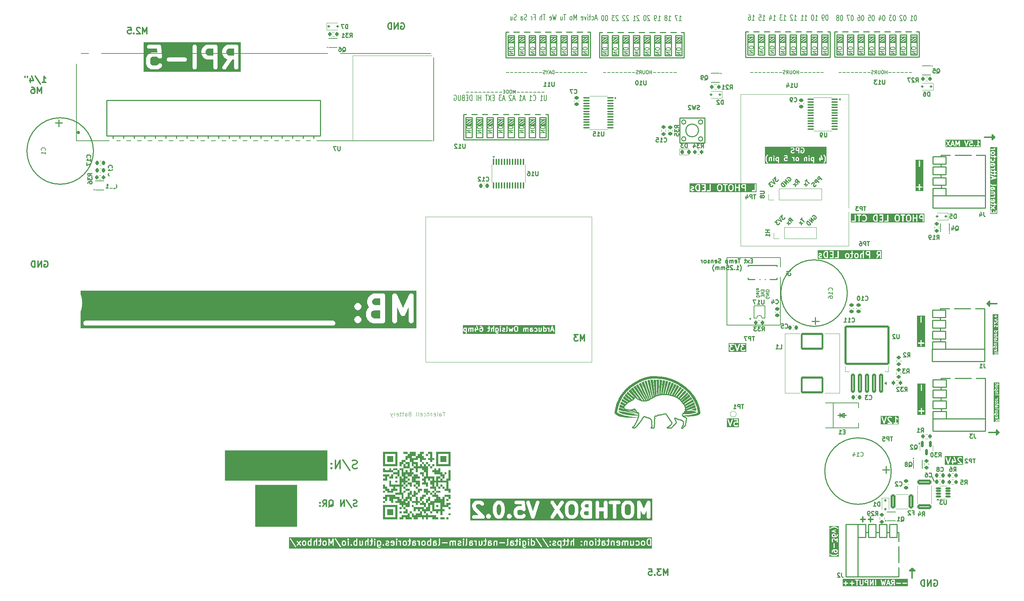
<source format=gbr>
%TF.GenerationSoftware,KiCad,Pcbnew,9.0.2*%
%TF.CreationDate,2025-10-05T23:40:01-05:00*%
%TF.ProjectId,MothBox5.0.2,4d6f7468-426f-4783-952e-302e322e6b69,5.0.2*%
%TF.SameCoordinates,Original*%
%TF.FileFunction,Legend,Bot*%
%TF.FilePolarity,Positive*%
%FSLAX46Y46*%
G04 Gerber Fmt 4.6, Leading zero omitted, Abs format (unit mm)*
G04 Created by KiCad (PCBNEW 9.0.2) date 2025-10-05 23:40:01*
%MOMM*%
%LPD*%
G01*
G04 APERTURE LIST*
G04 Aperture macros list*
%AMRoundRect*
0 Rectangle with rounded corners*
0 $1 Rounding radius*
0 $2 $3 $4 $5 $6 $7 $8 $9 X,Y pos of 4 corners*
0 Add a 4 corners polygon primitive as box body*
4,1,4,$2,$3,$4,$5,$6,$7,$8,$9,$2,$3,0*
0 Add four circle primitives for the rounded corners*
1,1,$1+$1,$2,$3*
1,1,$1+$1,$4,$5*
1,1,$1+$1,$6,$7*
1,1,$1+$1,$8,$9*
0 Add four rect primitives between the rounded corners*
20,1,$1+$1,$2,$3,$4,$5,0*
20,1,$1+$1,$4,$5,$6,$7,0*
20,1,$1+$1,$6,$7,$8,$9,0*
20,1,$1+$1,$8,$9,$2,$3,0*%
G04 Aperture macros list end*
%ADD10C,0.000000*%
%ADD11C,0.300000*%
%ADD12C,0.100000*%
%ADD13C,0.238124*%
%ADD14C,0.250000*%
%ADD15C,0.200000*%
%ADD16C,0.270000*%
%ADD17C,0.230000*%
%ADD18C,0.240000*%
%ADD19C,0.260000*%
%ADD20C,0.320000*%
%ADD21C,0.140000*%
%ADD22C,0.360000*%
%ADD23C,1.200000*%
%ADD24C,0.160000*%
%ADD25C,0.875000*%
%ADD26C,1.000000*%
%ADD27C,0.150000*%
%ADD28C,0.130000*%
%ADD29C,0.050000*%
%ADD30C,0.120000*%
%ADD31C,0.127000*%
%ADD32C,0.400000*%
%ADD33C,2.200000*%
%ADD34C,2.700000*%
%ADD35C,1.000000*%
%ADD36C,12.800000*%
%ADD37R,1.700000X1.700000*%
%ADD38C,1.700000*%
%ADD39R,1.800000X1.780000*%
%ADD40C,1.800000*%
%ADD41RoundRect,0.225000X0.225000X0.250000X-0.225000X0.250000X-0.225000X-0.250000X0.225000X-0.250000X0*%
%ADD42RoundRect,0.225000X-0.225000X-0.250000X0.225000X-0.250000X0.225000X0.250000X-0.225000X0.250000X0*%
%ADD43R,0.400000X0.450000*%
%ADD44R,0.400000X0.910000*%
%ADD45R,0.810000X0.910000*%
%ADD46RoundRect,0.225000X0.250000X-0.225000X0.250000X0.225000X-0.250000X0.225000X-0.250000X-0.225000X0*%
%ADD47R,0.450000X0.400000*%
%ADD48R,0.910000X0.400000*%
%ADD49R,0.910000X0.810000*%
%ADD50R,1.100000X2.200000*%
%ADD51RoundRect,0.218750X-0.218750X-0.256250X0.218750X-0.256250X0.218750X0.256250X-0.218750X0.256250X0*%
%ADD52RoundRect,0.200000X-0.200000X-0.275000X0.200000X-0.275000X0.200000X0.275000X-0.200000X0.275000X0*%
%ADD53RoundRect,0.200000X0.275000X-0.200000X0.275000X0.200000X-0.275000X0.200000X-0.275000X-0.200000X0*%
%ADD54RoundRect,0.200000X-0.275000X0.200000X-0.275000X-0.200000X0.275000X-0.200000X0.275000X0.200000X0*%
%ADD55RoundRect,0.100000X0.637500X0.100000X-0.637500X0.100000X-0.637500X-0.100000X0.637500X-0.100000X0*%
%ADD56RoundRect,0.225000X-0.250000X0.225000X-0.250000X-0.225000X0.250000X-0.225000X0.250000X0.225000X0*%
%ADD57RoundRect,0.125000X-0.537500X-0.125000X0.537500X-0.125000X0.537500X0.125000X-0.537500X0.125000X0*%
%ADD58R,0.700000X2.000000*%
%ADD59R,2.000000X2.400000*%
%ADD60R,2.300000X1.500000*%
%ADD61RoundRect,0.200000X0.200000X0.275000X-0.200000X0.275000X-0.200000X-0.275000X0.200000X-0.275000X0*%
%ADD62RoundRect,0.112500X0.187500X0.112500X-0.187500X0.112500X-0.187500X-0.112500X0.187500X-0.112500X0*%
%ADD63RoundRect,0.112500X-0.187500X-0.112500X0.187500X-0.112500X0.187500X0.112500X-0.187500X0.112500X0*%
%ADD64RoundRect,0.250000X-1.425000X0.362500X-1.425000X-0.362500X1.425000X-0.362500X1.425000X0.362500X0*%
%ADD65RoundRect,0.250000X0.300000X-2.050000X0.300000X2.050000X-0.300000X2.050000X-0.300000X-2.050000X0*%
%ADD66RoundRect,0.250002X5.149998X-4.449998X5.149998X4.449998X-5.149998X4.449998X-5.149998X-4.449998X0*%
%ADD67C,4.204000*%
%ADD68RoundRect,0.100000X-0.100000X0.637500X-0.100000X-0.637500X0.100000X-0.637500X0.100000X0.637500X0*%
%ADD69RoundRect,0.250000X2.500000X-1.750000X2.500000X1.750000X-2.500000X1.750000X-2.500000X-1.750000X0*%
%ADD70RoundRect,0.250000X-0.312500X-1.450000X0.312500X-1.450000X0.312500X1.450000X-0.312500X1.450000X0*%
%ADD71R,2.700000X3.300000*%
%ADD72RoundRect,0.150000X-0.150000X0.587500X-0.150000X-0.587500X0.150000X-0.587500X0.150000X0.587500X0*%
%ADD73RoundRect,0.112500X-0.112500X0.187500X-0.112500X-0.187500X0.112500X-0.187500X0.112500X0.187500X0*%
%ADD74R,1.400000X0.410000*%
G04 APERTURE END LIST*
D10*
G36*
X23372940Y-36718974D02*
G01*
X22880816Y-36718974D01*
X22880816Y-36226850D01*
X23372940Y-36226850D01*
X23372940Y-36718974D01*
G37*
G36*
X72064051Y-15191400D02*
G01*
X72157782Y-15195493D01*
X72251326Y-15201818D01*
X72344499Y-15210375D01*
X72437113Y-15221165D01*
X72532348Y-15233784D01*
X72627489Y-15247706D01*
X72817121Y-15278712D01*
X73005265Y-15312695D01*
X73191176Y-15348166D01*
X73889676Y-15491041D01*
X74492925Y-15610103D01*
X74866608Y-15696548D01*
X75238058Y-15789689D01*
X75608020Y-15890272D01*
X75792676Y-15943587D01*
X75977238Y-15999040D01*
X76094937Y-16035007D01*
X76152902Y-16053455D01*
X76210402Y-16072462D01*
X76267531Y-16092213D01*
X76324380Y-16112894D01*
X76381043Y-16134691D01*
X76437614Y-16157791D01*
X76429676Y-16229227D01*
X76366176Y-16229227D01*
X75771856Y-16203430D01*
X75476556Y-16186811D01*
X75183488Y-16165727D01*
X74810426Y-16132985D01*
X74623150Y-16115497D01*
X74529978Y-16105498D01*
X74437363Y-16094290D01*
X73683301Y-15991102D01*
X73576160Y-15975475D01*
X73469112Y-15958360D01*
X73362251Y-15939756D01*
X73255668Y-15919664D01*
X73149457Y-15898084D01*
X73043712Y-15875016D01*
X72938524Y-15850459D01*
X72833988Y-15824414D01*
X72727561Y-15796478D01*
X72622528Y-15766123D01*
X72518798Y-15733164D01*
X72416277Y-15697414D01*
X72314873Y-15658687D01*
X72214491Y-15616799D01*
X72115040Y-15571561D01*
X72016426Y-15522789D01*
X71962879Y-15495240D01*
X71909518Y-15466110D01*
X71856529Y-15435306D01*
X71804098Y-15402734D01*
X71752411Y-15368302D01*
X71726905Y-15350360D01*
X71701654Y-15331917D01*
X71676683Y-15312963D01*
X71652014Y-15293485D01*
X71627671Y-15273473D01*
X71603676Y-15252914D01*
X71602188Y-15251335D01*
X71600699Y-15249581D01*
X71599211Y-15247665D01*
X71597723Y-15245597D01*
X71596235Y-15243390D01*
X71594746Y-15241054D01*
X71591770Y-15236047D01*
X71588793Y-15230668D01*
X71585817Y-15225009D01*
X71579863Y-15213227D01*
X71641379Y-15202313D01*
X71654432Y-15200282D01*
X71666928Y-15198716D01*
X71673024Y-15198137D01*
X71679051Y-15197709D01*
X71685031Y-15197443D01*
X71690988Y-15197352D01*
X71783603Y-15192515D01*
X71876775Y-15189911D01*
X71970320Y-15189539D01*
X72064051Y-15191400D01*
G37*
G36*
X20420191Y-25400100D02*
G01*
X19928066Y-25400100D01*
X19928066Y-24907975D01*
X20420191Y-24907975D01*
X20420191Y-25400100D01*
G37*
G36*
X24849316Y-41148099D02*
G01*
X24357191Y-41148099D01*
X24357191Y-40655974D01*
X24849316Y-40655974D01*
X24849316Y-41148099D01*
G37*
G36*
X26817815Y-31305600D02*
G01*
X26325691Y-31305600D01*
X26325691Y-30813475D01*
X26817815Y-30813475D01*
X26817815Y-31305600D01*
G37*
G36*
X24357191Y-30321350D02*
G01*
X23865065Y-30321350D01*
X23865065Y-29829225D01*
X24357191Y-29829225D01*
X24357191Y-30321350D01*
G37*
G36*
X19928066Y-35242599D02*
G01*
X19435941Y-35242599D01*
X19435941Y-34750475D01*
X19928066Y-34750475D01*
X19928066Y-35242599D01*
G37*
G36*
X22880816Y-25400100D02*
G01*
X22388691Y-25400100D01*
X22388691Y-24907975D01*
X22880816Y-24907975D01*
X22880816Y-25400100D01*
G37*
G36*
X22388691Y-40655974D02*
G01*
X21896565Y-40655974D01*
X21896565Y-40163849D01*
X22388691Y-40163849D01*
X22388691Y-40655974D01*
G37*
G36*
X19435941Y-35242599D02*
G01*
X18943816Y-35242599D01*
X18943816Y-34750475D01*
X19435941Y-34750475D01*
X19435941Y-35242599D01*
G37*
G36*
X21896565Y-41148099D02*
G01*
X21404441Y-41148099D01*
X21404441Y-40655974D01*
X21896565Y-40655974D01*
X21896565Y-41148099D01*
G37*
G36*
X25833565Y-34258350D02*
G01*
X25341440Y-34258350D01*
X25341440Y-33766224D01*
X25833565Y-33766224D01*
X25833565Y-34258350D01*
G37*
G36*
X21896565Y-39671724D02*
G01*
X21404441Y-39671724D01*
X21404441Y-39179599D01*
X21896565Y-39179599D01*
X21896565Y-39671724D01*
G37*
G36*
X25341440Y-39179599D02*
G01*
X24849316Y-39179599D01*
X24849316Y-38687474D01*
X25341440Y-38687474D01*
X25341440Y-39179599D01*
G37*
G36*
X23372940Y-36226850D02*
G01*
X22880816Y-36226850D01*
X22880816Y-35734724D01*
X23372940Y-35734724D01*
X23372940Y-36226850D01*
G37*
G36*
X24357191Y-40655974D02*
G01*
X23865065Y-40655974D01*
X23865065Y-40163849D01*
X24357191Y-40163849D01*
X24357191Y-40655974D01*
G37*
D11*
X161547418Y50171694D02*
X162147729Y50784513D01*
D10*
G36*
X15991066Y-31797724D02*
G01*
X15498941Y-31797724D01*
X15498941Y-31305600D01*
X15991066Y-31305600D01*
X15991066Y-31797724D01*
G37*
G36*
X22880816Y-33274099D02*
G01*
X22388691Y-33274099D01*
X22388691Y-32781975D01*
X22880816Y-32781975D01*
X22880816Y-33274099D01*
G37*
G36*
X26817815Y-39671724D02*
G01*
X26325691Y-39671724D01*
X26325691Y-39179599D01*
X26817815Y-39179599D01*
X26817815Y-39671724D01*
G37*
G36*
X25341440Y-28844975D02*
G01*
X24849316Y-28844975D01*
X24849316Y-28352850D01*
X25341440Y-28352850D01*
X25341440Y-28844975D01*
G37*
G36*
X87627162Y-10146499D02*
G01*
X87679841Y-10192264D01*
X87732148Y-10238772D01*
X87784269Y-10286025D01*
X87888696Y-10382764D01*
X87994612Y-10482478D01*
X87954925Y-10522166D01*
X87518363Y-10958728D01*
X87162167Y-11315916D01*
X86985930Y-11494510D01*
X86811925Y-11673103D01*
X86248362Y-12236666D01*
X86211945Y-12204280D01*
X86174320Y-12172546D01*
X86135764Y-12141369D01*
X86096557Y-12110658D01*
X85938800Y-11990604D01*
X86915113Y-10855541D01*
X87518363Y-10157040D01*
X87521254Y-10153975D01*
X87524006Y-10150746D01*
X87526664Y-10147378D01*
X87529277Y-10143894D01*
X87534548Y-10136670D01*
X87537300Y-10132976D01*
X87540191Y-10129259D01*
X87543268Y-10125543D01*
X87546578Y-10121849D01*
X87550167Y-10118202D01*
X87554082Y-10114625D01*
X87556175Y-10112869D01*
X87558368Y-10111140D01*
X87560665Y-10109440D01*
X87563073Y-10107772D01*
X87565597Y-10106139D01*
X87568243Y-10104544D01*
X87571017Y-10102989D01*
X87573925Y-10101478D01*
X87627162Y-10146499D01*
G37*
G36*
X29770565Y-39179599D02*
G01*
X29278440Y-39179599D01*
X29278440Y-38687474D01*
X29770565Y-38687474D01*
X29770565Y-39179599D01*
G37*
G36*
X80353778Y-7498971D02*
G01*
X80445385Y-7502118D01*
X80529271Y-7507032D01*
X80598088Y-7513621D01*
X80624550Y-7517514D01*
X80644489Y-7521791D01*
X80652426Y-7593229D01*
X80668302Y-8037729D01*
X80684177Y-8585416D01*
X80700051Y-8998167D01*
X80731800Y-9910979D01*
X80747675Y-10458667D01*
X80750296Y-10509609D01*
X80752264Y-10561110D01*
X80754621Y-10665041D01*
X80755490Y-10768973D01*
X80755614Y-10871416D01*
X80771489Y-11363540D01*
X80735430Y-11375803D01*
X80698812Y-11388717D01*
X80624646Y-11416126D01*
X80550480Y-11445024D01*
X80477802Y-11474665D01*
X80096802Y-7934541D01*
X80093469Y-7883598D01*
X80089484Y-7832098D01*
X80079935Y-7728166D01*
X80068897Y-7624234D01*
X80057115Y-7521791D01*
X80057115Y-7513854D01*
X80057115Y-7505916D01*
X80078449Y-7503217D01*
X80106119Y-7501064D01*
X80176797Y-7498351D01*
X80261799Y-7497684D01*
X80353778Y-7498971D01*
G37*
G36*
X28786315Y-37211099D02*
G01*
X28294190Y-37211099D01*
X28294190Y-36718974D01*
X28786315Y-36718974D01*
X28786315Y-37211099D01*
G37*
G36*
X23372940Y-28352850D02*
G01*
X22880816Y-28352850D01*
X22880816Y-27860725D01*
X23372940Y-27860725D01*
X23372940Y-28352850D01*
G37*
G36*
X20420191Y-39671724D02*
G01*
X19928066Y-39671724D01*
X19928066Y-39179599D01*
X20420191Y-39179599D01*
X20420191Y-39671724D01*
G37*
G36*
X22880816Y-28844975D02*
G01*
X22388691Y-28844975D01*
X22388691Y-28352850D01*
X22880816Y-28352850D01*
X22880816Y-28844975D01*
G37*
G36*
X25833565Y-40163849D02*
G01*
X25341440Y-40163849D01*
X25341440Y-39671724D01*
X25833565Y-39671724D01*
X25833565Y-40163849D01*
G37*
G36*
X25833565Y-30321350D02*
G01*
X25341440Y-30321350D01*
X25341440Y-29829225D01*
X25833565Y-29829225D01*
X25833565Y-30321350D01*
G37*
G36*
X21404441Y-35734724D02*
G01*
X20912316Y-35734724D01*
X20912316Y-35242599D01*
X21404441Y-35242599D01*
X21404441Y-35734724D01*
G37*
G36*
X21404441Y-28352850D02*
G01*
X20912316Y-28352850D01*
X20912316Y-27860725D01*
X21404441Y-27860725D01*
X21404441Y-28352850D01*
G37*
G36*
X28786315Y-31305600D02*
G01*
X28294190Y-31305600D01*
X28294190Y-30813475D01*
X28786315Y-30813475D01*
X28786315Y-31305600D01*
G37*
G36*
X17467441Y-36718974D02*
G01*
X16975316Y-36718974D01*
X16975316Y-36226850D01*
X17467441Y-36226850D01*
X17467441Y-36718974D01*
G37*
G36*
X22880816Y-27860725D02*
G01*
X22388691Y-27860725D01*
X22388691Y-27368600D01*
X22880816Y-27368600D01*
X22880816Y-27860725D01*
G37*
G36*
X22880816Y-35242599D02*
G01*
X22388691Y-35242599D01*
X22388691Y-34750475D01*
X22880816Y-34750475D01*
X22880816Y-35242599D01*
G37*
G36*
X21404441Y-25892225D02*
G01*
X20912316Y-25892225D01*
X20912316Y-25400100D01*
X21404441Y-25400100D01*
X21404441Y-25892225D01*
G37*
G36*
X28294190Y-31305600D02*
G01*
X27802066Y-31305600D01*
X27802066Y-30813475D01*
X28294190Y-30813475D01*
X28294190Y-31305600D01*
G37*
G36*
X17959566Y-33274099D02*
G01*
X17467441Y-33274099D01*
X17467441Y-32781975D01*
X17959566Y-32781975D01*
X17959566Y-33274099D01*
G37*
G36*
X85108339Y-8529869D02*
G01*
X85109827Y-8529906D01*
X85111316Y-8529978D01*
X85112804Y-8530096D01*
X85114292Y-8530272D01*
X85115780Y-8530518D01*
X85117268Y-8530846D01*
X85118757Y-8531266D01*
X85120245Y-8531792D01*
X85121733Y-8532433D01*
X85123222Y-8533202D01*
X85124710Y-8534111D01*
X85125454Y-8534621D01*
X85126198Y-8535171D01*
X85126943Y-8535761D01*
X85127687Y-8536394D01*
X85128431Y-8537070D01*
X85129175Y-8537791D01*
X85581612Y-8767979D01*
X85582356Y-8768024D01*
X85583102Y-8768159D01*
X85583851Y-8768378D01*
X85584604Y-8768676D01*
X85585363Y-8769051D01*
X85586130Y-8769496D01*
X85587690Y-8770583D01*
X85589296Y-8771903D01*
X85590961Y-8773420D01*
X85594511Y-8776908D01*
X85598434Y-8780769D01*
X85600564Y-8782751D01*
X85602821Y-8784722D01*
X85605218Y-8786646D01*
X85607767Y-8788489D01*
X85609101Y-8789369D01*
X85610478Y-8790216D01*
X85611898Y-8791024D01*
X85613363Y-8791791D01*
X84287801Y-11292103D01*
X83922675Y-11204791D01*
X84743214Y-9343448D01*
X85002051Y-8758057D01*
X85105362Y-8529854D01*
X85108339Y-8529869D01*
G37*
G36*
X18943816Y-29829225D02*
G01*
X18451691Y-29829225D01*
X18451691Y-29337100D01*
X18943816Y-29337100D01*
X18943816Y-29829225D01*
G37*
D12*
X-23005358Y-24562151D02*
X1494621Y-24562151D01*
X1494621Y-31790334D01*
X-23005358Y-31790334D01*
X-23005358Y-24562151D01*
G36*
X-23005358Y-24562151D02*
G01*
X1494621Y-24562151D01*
X1494621Y-31790334D01*
X-23005358Y-31790334D01*
X-23005358Y-24562151D01*
G37*
D10*
G36*
X23865065Y-25892225D02*
G01*
X23372940Y-25892225D01*
X23372940Y-25400100D01*
X23865065Y-25400100D01*
X23865065Y-25892225D01*
G37*
G36*
X23865065Y-39179599D02*
G01*
X23372940Y-39179599D01*
X23372940Y-38687474D01*
X23865065Y-38687474D01*
X23865065Y-39179599D01*
G37*
G36*
X21404441Y-32781975D02*
G01*
X20912316Y-32781975D01*
X20912316Y-32289850D01*
X21404441Y-32289850D01*
X21404441Y-32781975D01*
G37*
G36*
X20912316Y-28844975D02*
G01*
X20420191Y-28844975D01*
X20420191Y-28352850D01*
X20912316Y-28352850D01*
X20912316Y-28844975D01*
G37*
G36*
X23372940Y-37211099D02*
G01*
X22880816Y-37211099D01*
X22880816Y-36718974D01*
X23372940Y-36718974D01*
X23372940Y-37211099D01*
G37*
D11*
X162543080Y-19621990D02*
X162543080Y-20847627D01*
D10*
G36*
X17467441Y-36226850D02*
G01*
X16975316Y-36226850D01*
X16975316Y-35734724D01*
X17467441Y-35734724D01*
X17467441Y-36226850D01*
G37*
G36*
X20912316Y-40655974D02*
G01*
X20420191Y-40655974D01*
X20420191Y-40163849D01*
X20912316Y-40163849D01*
X20912316Y-40655974D01*
G37*
G36*
X24849316Y-32781975D02*
G01*
X24357191Y-32781975D01*
X24357191Y-32289850D01*
X24849316Y-32289850D01*
X24849316Y-32781975D01*
G37*
G36*
X16975316Y-32289850D02*
G01*
X16483191Y-32289850D01*
X16483191Y-31797724D01*
X16975316Y-31797724D01*
X16975316Y-32289850D01*
G37*
G36*
X20420191Y-30813475D02*
G01*
X19928066Y-30813475D01*
X19928066Y-30321350D01*
X20420191Y-30321350D01*
X20420191Y-30813475D01*
G37*
D11*
X141653190Y-53501801D02*
X142878827Y-53501801D01*
D10*
G36*
X90105617Y-13715056D02*
G01*
X90128313Y-13780757D01*
X90150265Y-13846831D01*
X90171473Y-13913462D01*
X90191937Y-13980838D01*
X90211656Y-14049144D01*
X90230632Y-14118566D01*
X90248864Y-14189290D01*
X90244579Y-14192087D01*
X90240631Y-14194546D01*
X90236986Y-14196703D01*
X90233608Y-14198593D01*
X90230462Y-14200250D01*
X90227515Y-14201709D01*
X90224730Y-14203005D01*
X90222073Y-14204174D01*
X90217004Y-14206267D01*
X90212028Y-14208267D01*
X90206866Y-14210452D01*
X90204127Y-14211702D01*
X90201238Y-14213103D01*
X88391488Y-14856041D01*
X88382217Y-14859002D01*
X88372388Y-14861870D01*
X88362187Y-14864552D01*
X88351800Y-14866955D01*
X88341413Y-14868986D01*
X88336278Y-14869832D01*
X88331212Y-14870551D01*
X88326240Y-14871131D01*
X88321383Y-14871559D01*
X88316667Y-14871824D01*
X88312113Y-14871915D01*
X88250302Y-14881217D01*
X88189701Y-14891263D01*
X88130030Y-14902053D01*
X88071011Y-14913587D01*
X88012363Y-14925866D01*
X87953809Y-14938888D01*
X87835863Y-14967166D01*
X87818035Y-14961522D01*
X87800392Y-14956251D01*
X87783122Y-14950980D01*
X87774684Y-14948229D01*
X87766409Y-14945337D01*
X87758320Y-14942260D01*
X87750441Y-14938950D01*
X87742794Y-14935361D01*
X87735403Y-14931447D01*
X87728291Y-14927160D01*
X87721482Y-14922455D01*
X87714998Y-14917285D01*
X87711885Y-14914511D01*
X87708862Y-14911603D01*
X87703117Y-14905627D01*
X87697778Y-14899606D01*
X87692834Y-14893541D01*
X87688275Y-14887434D01*
X87684087Y-14881286D01*
X87680260Y-14875099D01*
X87676781Y-14868875D01*
X87673640Y-14862614D01*
X87670824Y-14856318D01*
X87668322Y-14849988D01*
X87666123Y-14843627D01*
X87664214Y-14837235D01*
X87661222Y-14824366D01*
X87659253Y-14811392D01*
X87658214Y-14798325D01*
X87658013Y-14785176D01*
X87658555Y-14771958D01*
X87659749Y-14758682D01*
X87661501Y-14745359D01*
X87663718Y-14732001D01*
X87669174Y-14705228D01*
X88867737Y-14174408D01*
X90066298Y-13649540D01*
X90074238Y-13649540D01*
X90082176Y-13649540D01*
X90105617Y-13715056D01*
G37*
G36*
X27802066Y-37211099D02*
G01*
X27309940Y-37211099D01*
X27309940Y-36718974D01*
X27802066Y-36718974D01*
X27802066Y-37211099D01*
G37*
G36*
X18451691Y-36226850D02*
G01*
X17959566Y-36226850D01*
X17959566Y-35734724D01*
X18451691Y-35734724D01*
X18451691Y-36226850D01*
G37*
G36*
X17467441Y-27368600D02*
G01*
X15991066Y-27368600D01*
X15991066Y-25892225D01*
X17467441Y-25892225D01*
X17467441Y-27368600D01*
G37*
G36*
X21896565Y-25892225D02*
G01*
X21404441Y-25892225D01*
X21404441Y-25400100D01*
X21896565Y-25400100D01*
X21896565Y-25892225D01*
G37*
G36*
X21404441Y-31797724D02*
G01*
X20912316Y-31797724D01*
X20912316Y-31305600D01*
X21404441Y-31305600D01*
X21404441Y-31797724D01*
G37*
G36*
X21404441Y-40163849D02*
G01*
X20912316Y-40163849D01*
X20912316Y-39671724D01*
X21404441Y-39671724D01*
X21404441Y-40163849D01*
G37*
G36*
X29770565Y-31305600D02*
G01*
X29278440Y-31305600D01*
X29278440Y-30813475D01*
X29770565Y-30813475D01*
X29770565Y-31305600D01*
G37*
G36*
X24357191Y-25400100D02*
G01*
X23865065Y-25400100D01*
X23865065Y-24907975D01*
X24357191Y-24907975D01*
X24357191Y-25400100D01*
G37*
D11*
X163143391Y-20234808D02*
X162543080Y-19621990D01*
D10*
G36*
X20912316Y-38195349D02*
G01*
X20420191Y-38195349D01*
X20420191Y-37703225D01*
X20912316Y-37703225D01*
X20912316Y-38195349D01*
G37*
G36*
X15991066Y-30813475D02*
G01*
X15498941Y-30813475D01*
X15498941Y-30321350D01*
X15991066Y-30321350D01*
X15991066Y-30813475D01*
G37*
G36*
X24849316Y-26384350D02*
G01*
X24357191Y-26384350D01*
X24357191Y-25892225D01*
X24849316Y-25892225D01*
X24849316Y-26384350D01*
G37*
G36*
X30754815Y-32289850D02*
G01*
X30262690Y-32289850D01*
X30262690Y-31797724D01*
X30754815Y-31797724D01*
X30754815Y-32289850D01*
G37*
G36*
X18451691Y-37211099D02*
G01*
X17959566Y-37211099D01*
X17959566Y-36718974D01*
X18451691Y-36718974D01*
X18451691Y-37211099D01*
G37*
G36*
X19435941Y-31797724D02*
G01*
X18943816Y-31797724D01*
X18943816Y-31305600D01*
X19435941Y-31305600D01*
X19435941Y-31797724D01*
G37*
G36*
X23865065Y-34258350D02*
G01*
X23372940Y-34258350D01*
X23372940Y-33766224D01*
X23865065Y-33766224D01*
X23865065Y-34258350D01*
G37*
G36*
X76350316Y-8619786D02*
G01*
X76350353Y-8620846D01*
X76350424Y-8621755D01*
X76350477Y-8622157D01*
X76350543Y-8622524D01*
X76350623Y-8622860D01*
X76350719Y-8623166D01*
X76350833Y-8623442D01*
X76350965Y-8623691D01*
X76351118Y-8623914D01*
X76351293Y-8624112D01*
X76351490Y-8624286D01*
X76351713Y-8624439D01*
X76351962Y-8624572D01*
X76352238Y-8624685D01*
X76352544Y-8624781D01*
X76352880Y-8624862D01*
X76353248Y-8624927D01*
X76353649Y-8624980D01*
X76354558Y-8625051D01*
X76355618Y-8625088D01*
X76358238Y-8625104D01*
X76361556Y-8631413D01*
X76365431Y-8638374D01*
X76374113Y-8653877D01*
X76378547Y-8662233D01*
X76382795Y-8670868D01*
X76384791Y-8675262D01*
X76386670Y-8679690D01*
X76388411Y-8684141D01*
X76389988Y-8688604D01*
X77392098Y-10624361D01*
X78406114Y-12554166D01*
X78370395Y-12562724D01*
X78334676Y-12570537D01*
X78298957Y-12577607D01*
X78263239Y-12583932D01*
X78227520Y-12589513D01*
X78191801Y-12594350D01*
X78156082Y-12598443D01*
X78120364Y-12601791D01*
X76707489Y-10307854D01*
X75889926Y-8974354D01*
X75886951Y-8969978D01*
X75883988Y-8965765D01*
X75878144Y-8957735D01*
X75872485Y-8950076D01*
X75867106Y-8942604D01*
X75864549Y-8938879D01*
X75862098Y-8935132D01*
X75859763Y-8931337D01*
X75857556Y-8927473D01*
X75855488Y-8923516D01*
X75853571Y-8919443D01*
X75851818Y-8915230D01*
X75850238Y-8910854D01*
X75850261Y-8910110D01*
X75850327Y-8909367D01*
X75850434Y-8908628D01*
X75850579Y-8907893D01*
X75850759Y-8907163D01*
X75850971Y-8906441D01*
X75851211Y-8905728D01*
X75851478Y-8905025D01*
X75851769Y-8904333D01*
X75852079Y-8903655D01*
X75852407Y-8902991D01*
X75852750Y-8902343D01*
X75853104Y-8901712D01*
X75853467Y-8901101D01*
X75854207Y-8899940D01*
X75854947Y-8898872D01*
X75855664Y-8897909D01*
X75856335Y-8897062D01*
X75856936Y-8896343D01*
X75857835Y-8895336D01*
X75858176Y-8894979D01*
X75869991Y-8888937D01*
X75881632Y-8882732D01*
X75904436Y-8869926D01*
X75926683Y-8856749D01*
X75948465Y-8843385D01*
X75991005Y-8816844D01*
X76011949Y-8804039D01*
X76032801Y-8791792D01*
X76342363Y-8617166D01*
X76350300Y-8617166D01*
X76350316Y-8619786D01*
G37*
G36*
X86408399Y-9259050D02*
G01*
X86467512Y-9294830D01*
X86538345Y-9339541D01*
X86614480Y-9389088D01*
X86689499Y-9439380D01*
X86756983Y-9486323D01*
X86810515Y-9525824D01*
X86830043Y-9541505D01*
X86843675Y-9553791D01*
X86843660Y-9556411D01*
X86843623Y-9557471D01*
X86843551Y-9558380D01*
X86843499Y-9558781D01*
X86843433Y-9559149D01*
X86843353Y-9559485D01*
X86843257Y-9559791D01*
X86843143Y-9560067D01*
X86843011Y-9560316D01*
X86842858Y-9560539D01*
X86842683Y-9560736D01*
X86842485Y-9560911D01*
X86842263Y-9561064D01*
X86842014Y-9561196D01*
X86841738Y-9561310D01*
X86841432Y-9561406D01*
X86841096Y-9561486D01*
X86840729Y-9561552D01*
X86840327Y-9561605D01*
X86839418Y-9561676D01*
X86838359Y-9561713D01*
X86835739Y-9561729D01*
X86066793Y-10597572D01*
X85303801Y-11633416D01*
X85124215Y-11561978D01*
X85032561Y-11526259D01*
X84938676Y-11490541D01*
X85255183Y-10994447D01*
X85410832Y-10747144D01*
X85565738Y-10498353D01*
X86327738Y-9291853D01*
X86367425Y-9236291D01*
X86408399Y-9259050D01*
G37*
G36*
X20912316Y-29829225D02*
G01*
X20420191Y-29829225D01*
X20420191Y-29337100D01*
X20912316Y-29337100D01*
X20912316Y-29829225D01*
G37*
G36*
X27309940Y-31797724D02*
G01*
X26817815Y-31797724D01*
X26817815Y-31305600D01*
X27309940Y-31305600D01*
X27309940Y-31797724D01*
G37*
G36*
X31246940Y-25424706D02*
G01*
X31246940Y-27836119D01*
X31246940Y-28352850D01*
X30730208Y-28352850D01*
X28318796Y-28352850D01*
X27802066Y-28352850D01*
X27802066Y-27836119D01*
X27802066Y-25424706D01*
X28318796Y-25424706D01*
X28318796Y-27836119D01*
X30730208Y-27836119D01*
X30730208Y-25424706D01*
X28318796Y-25424706D01*
X27802066Y-25424706D01*
X27802066Y-24907975D01*
X28318796Y-24907975D01*
X30730208Y-24907975D01*
X31246940Y-24907975D01*
X31246940Y-25424706D01*
G37*
G36*
X26325691Y-28352850D02*
G01*
X25833565Y-28352850D01*
X25833565Y-27860725D01*
X26325691Y-27860725D01*
X26325691Y-28352850D01*
G37*
G36*
X25833565Y-31305600D02*
G01*
X25341440Y-31305600D01*
X25341440Y-30813475D01*
X25833565Y-30813475D01*
X25833565Y-31305600D01*
G37*
G36*
X27802066Y-41148099D02*
G01*
X27309940Y-41148099D01*
X27309940Y-40655974D01*
X27802066Y-40655974D01*
X27802066Y-41148099D01*
G37*
G36*
X23372940Y-29337100D02*
G01*
X22880816Y-29337100D01*
X22880816Y-28844975D01*
X23372940Y-28844975D01*
X23372940Y-29337100D01*
G37*
G36*
X15498941Y-31797724D02*
G01*
X15006816Y-31797724D01*
X15006816Y-31305600D01*
X15498941Y-31305600D01*
X15498941Y-31797724D01*
G37*
G36*
X25833565Y-41148099D02*
G01*
X25341440Y-41148099D01*
X25341440Y-40655974D01*
X25833565Y-40655974D01*
X25833565Y-41148099D01*
G37*
G36*
X23865065Y-31305600D02*
G01*
X23372940Y-31305600D01*
X23372940Y-30813475D01*
X23865065Y-30813475D01*
X23865065Y-31305600D01*
G37*
G36*
X27309940Y-34750475D02*
G01*
X26817815Y-34750475D01*
X26817815Y-34258350D01*
X27309940Y-34258350D01*
X27309940Y-34750475D01*
G37*
G36*
X20420191Y-31797724D02*
G01*
X19928066Y-31797724D01*
X19928066Y-31305600D01*
X20420191Y-31305600D01*
X20420191Y-31797724D01*
G37*
G36*
X20420191Y-30321350D02*
G01*
X19928066Y-30321350D01*
X19928066Y-29829225D01*
X20420191Y-29829225D01*
X20420191Y-30321350D01*
G37*
G36*
X28294190Y-33274099D02*
G01*
X27802066Y-33274099D01*
X27802066Y-32781975D01*
X28294190Y-32781975D01*
X28294190Y-33274099D01*
G37*
G36*
X21896565Y-26384350D02*
G01*
X21404441Y-26384350D01*
X21404441Y-25892225D01*
X21896565Y-25892225D01*
X21896565Y-26384350D01*
G37*
G36*
X17959566Y-33766224D02*
G01*
X17467441Y-33766224D01*
X17467441Y-33274099D01*
X17959566Y-33274099D01*
X17959566Y-33766224D01*
G37*
G36*
X25341440Y-37703225D02*
G01*
X24849316Y-37703225D01*
X24849316Y-37211099D01*
X25341440Y-37211099D01*
X25341440Y-37703225D01*
G37*
G36*
X26817815Y-32289850D02*
G01*
X26325691Y-32289850D01*
X26325691Y-31797724D01*
X26817815Y-31797724D01*
X26817815Y-32289850D01*
G37*
G36*
X19928066Y-32289850D02*
G01*
X19435941Y-32289850D01*
X19435941Y-31797724D01*
X19928066Y-31797724D01*
X19928066Y-32289850D01*
G37*
G36*
X27309940Y-37211099D02*
G01*
X26817815Y-37211099D01*
X26817815Y-36718974D01*
X27309940Y-36718974D01*
X27309940Y-37211099D01*
G37*
G36*
X27309940Y-32781975D02*
G01*
X26817815Y-32781975D01*
X26817815Y-32289850D01*
X27309940Y-32289850D01*
X27309940Y-32781975D01*
G37*
G36*
X28294190Y-39179599D02*
G01*
X27802066Y-39179599D01*
X27802066Y-38687474D01*
X28294190Y-38687474D01*
X28294190Y-39179599D01*
G37*
G36*
X25833565Y-28844975D02*
G01*
X25341440Y-28844975D01*
X25341440Y-28352850D01*
X25833565Y-28352850D01*
X25833565Y-28844975D01*
G37*
G36*
X19928066Y-29829225D02*
G01*
X19435941Y-29829225D01*
X19435941Y-29337100D01*
X19928066Y-29337100D01*
X19928066Y-29829225D01*
G37*
G36*
X18451691Y-25424706D02*
G01*
X18451691Y-27836119D01*
X18451691Y-28352850D01*
X17934960Y-28352850D01*
X15523547Y-28352850D01*
X15006816Y-28352850D01*
X15006816Y-27836119D01*
X15006816Y-25424706D01*
X15523547Y-25424706D01*
X15523547Y-27836119D01*
X17934960Y-27836119D01*
X17934960Y-25424706D01*
X15523547Y-25424706D01*
X15006816Y-25424706D01*
X15006816Y-24907975D01*
X15523547Y-24907975D01*
X17934960Y-24907975D01*
X18451691Y-24907975D01*
X18451691Y-25424706D01*
G37*
G36*
X24357191Y-25892225D02*
G01*
X23865065Y-25892225D01*
X23865065Y-25400100D01*
X24357191Y-25400100D01*
X24357191Y-25892225D01*
G37*
G36*
X27802066Y-35734724D02*
G01*
X27309940Y-35734724D01*
X27309940Y-35242599D01*
X27802066Y-35242599D01*
X27802066Y-35734724D01*
G37*
G36*
X28294190Y-37211099D02*
G01*
X27802066Y-37211099D01*
X27802066Y-36718974D01*
X28294190Y-36718974D01*
X28294190Y-37211099D01*
G37*
G36*
X28294190Y-36718974D02*
G01*
X27802066Y-36718974D01*
X27802066Y-36226850D01*
X28294190Y-36226850D01*
X28294190Y-36718974D01*
G37*
G36*
X24357191Y-39671724D02*
G01*
X23865065Y-39671724D01*
X23865065Y-39179599D01*
X24357191Y-39179599D01*
X24357191Y-39671724D01*
G37*
D11*
X160844353Y10159893D02*
X160844353Y11385530D01*
D10*
G36*
X16975316Y-33274099D02*
G01*
X16483191Y-33274099D01*
X16483191Y-32781975D01*
X16975316Y-32781975D01*
X16975316Y-33274099D01*
G37*
G36*
X23865065Y-40163849D02*
G01*
X23372940Y-40163849D01*
X23372940Y-39671724D01*
X23865065Y-39671724D01*
X23865065Y-40163849D01*
G37*
G36*
X19928066Y-31797724D02*
G01*
X19435941Y-31797724D01*
X19435941Y-31305600D01*
X19928066Y-31305600D01*
X19928066Y-31797724D01*
G37*
G36*
X15991066Y-35734724D02*
G01*
X15498941Y-35734724D01*
X15498941Y-35242599D01*
X15991066Y-35242599D01*
X15991066Y-35734724D01*
G37*
G36*
X75407661Y-14566772D02*
G01*
X75422784Y-14567786D01*
X75437488Y-14569671D01*
X75451821Y-14572441D01*
X75465828Y-14576105D01*
X75479556Y-14580677D01*
X75493051Y-14586167D01*
X75494630Y-14587655D01*
X75496384Y-14589143D01*
X75498301Y-14590631D01*
X75500368Y-14592120D01*
X75502576Y-14593608D01*
X75504911Y-14595096D01*
X75509918Y-14598072D01*
X75515298Y-14601049D01*
X75520956Y-14604025D01*
X75532738Y-14609978D01*
X75547439Y-14621038D01*
X75561791Y-14633342D01*
X75575817Y-14646831D01*
X75589541Y-14661448D01*
X75602986Y-14677136D01*
X75616175Y-14693834D01*
X75629132Y-14711486D01*
X75641879Y-14730033D01*
X75654440Y-14749418D01*
X75666838Y-14769581D01*
X75691240Y-14812013D01*
X75715270Y-14856863D01*
X75739113Y-14903666D01*
X75751020Y-14924858D01*
X75762926Y-14946702D01*
X75786738Y-14991971D01*
X75810551Y-15038727D01*
X75834364Y-15086228D01*
X75615462Y-14989738D01*
X75398793Y-14891759D01*
X74969176Y-14697291D01*
X75030071Y-14673479D01*
X75093199Y-14649666D01*
X75223176Y-14602041D01*
X75245043Y-14594973D01*
X75266026Y-14588662D01*
X75286172Y-14583118D01*
X75305527Y-14578353D01*
X75324139Y-14574378D01*
X75342052Y-14571206D01*
X75359315Y-14568847D01*
X75375973Y-14567315D01*
X75392073Y-14566619D01*
X75407661Y-14566772D01*
G37*
G36*
X26817815Y-25400100D02*
G01*
X26325691Y-25400100D01*
X26325691Y-24907975D01*
X26817815Y-24907975D01*
X26817815Y-25400100D01*
G37*
G36*
X16975316Y-32781975D02*
G01*
X16483191Y-32781975D01*
X16483191Y-32289850D01*
X16975316Y-32289850D01*
X16975316Y-32781975D01*
G37*
D13*
X82968813Y-11077917D02*
X83060466Y-11078785D01*
X83150631Y-11081142D01*
X83195388Y-11083111D01*
X83240052Y-11085731D01*
X83398802Y-11093668D01*
X83404845Y-11095066D01*
X83411050Y-11096288D01*
X83417394Y-11097348D01*
X83423855Y-11098257D01*
X83437033Y-11099668D01*
X83450397Y-11100613D01*
X83463760Y-11101187D01*
X83476938Y-11101481D01*
X83501990Y-11101605D01*
X83763927Y-11157168D01*
X83914740Y-11188918D01*
X83962008Y-11198204D01*
X84008626Y-11208141D01*
X84054685Y-11218637D01*
X84100279Y-11229597D01*
X84190444Y-11252542D01*
X84279865Y-11276230D01*
X84430677Y-11315918D01*
X84478287Y-11328181D01*
X84525803Y-11341095D01*
X84573133Y-11354567D01*
X84620185Y-11368504D01*
X84713078Y-11397401D01*
X84803740Y-11427043D01*
X84844047Y-11438949D01*
X84882122Y-11450855D01*
X84918708Y-11462762D01*
X84954551Y-11474668D01*
X85001820Y-11489923D01*
X85048437Y-11505922D01*
X85094497Y-11522665D01*
X85140091Y-11540152D01*
X85185313Y-11558384D01*
X85230256Y-11577359D01*
X85275013Y-11597079D01*
X85319677Y-11617543D01*
X85337537Y-11623853D01*
X85355396Y-11630814D01*
X85373255Y-11638332D01*
X85391115Y-11646317D01*
X85408974Y-11654673D01*
X85426833Y-11663308D01*
X85462552Y-11681043D01*
X85511541Y-11706220D01*
X85562763Y-11733629D01*
X85615474Y-11762527D01*
X85668928Y-11792168D01*
X85803865Y-11879481D01*
X85819089Y-11888767D01*
X85834871Y-11898704D01*
X85851025Y-11909200D01*
X85867365Y-11920160D01*
X85883705Y-11931493D01*
X85899859Y-11943105D01*
X85915641Y-11954902D01*
X85930865Y-11966793D01*
X86008255Y-12026448D01*
X86085646Y-12086848D01*
X86163037Y-12148735D01*
X86201732Y-12180470D01*
X86240428Y-12212855D01*
X86359490Y-12308105D01*
X86430927Y-12371606D01*
X86460321Y-12395790D01*
X86488970Y-12420719D01*
X86516875Y-12446392D01*
X86544036Y-12472809D01*
X86570453Y-12499970D01*
X86596126Y-12527875D01*
X86621055Y-12556524D01*
X86645239Y-12585918D01*
X86740489Y-12704980D01*
X86772874Y-12744016D01*
X86804609Y-12783611D01*
X86835785Y-12823578D01*
X86866497Y-12863730D01*
X86986551Y-13022480D01*
X87034177Y-13085981D01*
X87037154Y-13090354D01*
X87040131Y-13094554D01*
X87043107Y-13098590D01*
X87046084Y-13102475D01*
X87049061Y-13106221D01*
X87052037Y-13109839D01*
X87055014Y-13113341D01*
X87057990Y-13116738D01*
X87063944Y-13123265D01*
X87069897Y-13129513D01*
X87075850Y-13135574D01*
X87081803Y-13141543D01*
X87148404Y-13218933D01*
X87215749Y-13296324D01*
X87249002Y-13335019D01*
X87281605Y-13373715D01*
X87313278Y-13412410D01*
X87343741Y-13451106D01*
X87431054Y-13578105D01*
X87451517Y-13610878D01*
X87471237Y-13643837D01*
X87490213Y-13677169D01*
X87508444Y-13711058D01*
X87525932Y-13745692D01*
X87542675Y-13781256D01*
X87558674Y-13817936D01*
X87573929Y-13855918D01*
X87605678Y-13943230D01*
X87611616Y-13961430D01*
X87617460Y-13980189D01*
X87623119Y-13999320D01*
X87628498Y-14018636D01*
X87633506Y-14037953D01*
X87638048Y-14057084D01*
X87642033Y-14075843D01*
X87645366Y-14094043D01*
X87656512Y-14147280D01*
X87666078Y-14199959D01*
X87673969Y-14252266D01*
X87680092Y-14304387D01*
X87684355Y-14356508D01*
X87686665Y-14408814D01*
X87686929Y-14461493D01*
X87685053Y-14514730D01*
X87684929Y-14543256D01*
X87684634Y-14556868D01*
X87684061Y-14570293D01*
X87683115Y-14583718D01*
X87681704Y-14597330D01*
X87679735Y-14611313D01*
X87677115Y-14625855D01*
X87676991Y-14643714D01*
X87676697Y-14652643D01*
X87676123Y-14661573D01*
X87675703Y-14666038D01*
X87675177Y-14670503D01*
X87674536Y-14674968D01*
X87673767Y-14679433D01*
X87672858Y-14683897D01*
X87671798Y-14688362D01*
X87670575Y-14692827D01*
X87669178Y-14697292D01*
X87663100Y-14754095D01*
X87662075Y-14767540D01*
X87661503Y-14780729D01*
X87661513Y-14793686D01*
X87662232Y-14806433D01*
X87663788Y-14818994D01*
X87664920Y-14825212D01*
X87666309Y-14831392D01*
X87667972Y-14837538D01*
X87669923Y-14843651D01*
X87672180Y-14849736D01*
X87674758Y-14855794D01*
X87677674Y-14861829D01*
X87680942Y-14867844D01*
X87684580Y-14873841D01*
X87688602Y-14879823D01*
X87693026Y-14885795D01*
X87697867Y-14891757D01*
X87703141Y-14897713D01*
X87708865Y-14903667D01*
X87711887Y-14907273D01*
X87715000Y-14910657D01*
X87718200Y-14913829D01*
X87721484Y-14916798D01*
X87724850Y-14919576D01*
X87728294Y-14922172D01*
X87735406Y-14926860D01*
X87742797Y-14930943D01*
X87750444Y-14934503D01*
X87758323Y-14937621D01*
X87766412Y-14940378D01*
X87774687Y-14942857D01*
X87783124Y-14945138D01*
X87800394Y-14949432D01*
X87818037Y-14953912D01*
X87826940Y-14956425D01*
X87835866Y-14959229D01*
X87864142Y-14970267D01*
X87870747Y-14972998D01*
X87877165Y-14975833D01*
X87883397Y-14978831D01*
X87889443Y-14982050D01*
X87895303Y-14985548D01*
X87900977Y-14989383D01*
X87903744Y-14991445D01*
X87906465Y-14993613D01*
X87909139Y-14995895D01*
X87911767Y-14998297D01*
X87914348Y-15000827D01*
X87916883Y-15003493D01*
X87919371Y-15006300D01*
X87921813Y-15009258D01*
X87924208Y-15012372D01*
X87926557Y-15015651D01*
X87928859Y-15019101D01*
X87931115Y-15022730D01*
X87935395Y-15030078D01*
X87939316Y-15037241D01*
X87942887Y-15044217D01*
X87946121Y-15051007D01*
X87949030Y-15057611D01*
X87951625Y-15064029D01*
X87953917Y-15070261D01*
X87955919Y-15076308D01*
X87957642Y-15082168D01*
X87959097Y-15087842D01*
X87960296Y-15093330D01*
X87961252Y-15098632D01*
X87961975Y-15103748D01*
X87962476Y-15108677D01*
X87962769Y-15113421D01*
X87962864Y-15117979D01*
X87961706Y-15125190D01*
X87959742Y-15131949D01*
X87957002Y-15138270D01*
X87953516Y-15144164D01*
X87949315Y-15149645D01*
X87944429Y-15154727D01*
X87938889Y-15159422D01*
X87932726Y-15163744D01*
X87925970Y-15167705D01*
X87918652Y-15171319D01*
X87902449Y-15177557D01*
X87884363Y-15182563D01*
X87864637Y-15186440D01*
X87843517Y-15189295D01*
X87821245Y-15191231D01*
X87798066Y-15192353D01*
X87774224Y-15192765D01*
X87725530Y-15191882D01*
X87677114Y-15189417D01*
X87647457Y-15189122D01*
X87618451Y-15188549D01*
X87590747Y-15188161D01*
X87577587Y-15188182D01*
X87564997Y-15188424D01*
X87553058Y-15188946D01*
X87541851Y-15189804D01*
X87531458Y-15191058D01*
X87521961Y-15192765D01*
X87513440Y-15194984D01*
X87509571Y-15196303D01*
X87505977Y-15197772D01*
X87502668Y-15199398D01*
X87499654Y-15201189D01*
X87496945Y-15203150D01*
X87494551Y-15205291D01*
X87491666Y-15206870D01*
X87488955Y-15208624D01*
X87486406Y-15210541D01*
X87484009Y-15212609D01*
X87481752Y-15214816D01*
X87479622Y-15217151D01*
X87477609Y-15219603D01*
X87475700Y-15222159D01*
X87473884Y-15224808D01*
X87472150Y-15227538D01*
X87470485Y-15230338D01*
X87468879Y-15233197D01*
X87465794Y-15239041D01*
X87462802Y-15244979D01*
X87453084Y-15261616D01*
X87444586Y-15278729D01*
X87437042Y-15296238D01*
X87430184Y-15314060D01*
X87404263Y-15386862D01*
X87396823Y-15405033D01*
X87388465Y-15423030D01*
X87378921Y-15440771D01*
X87373621Y-15449520D01*
X87367924Y-15458175D01*
X87361796Y-15466725D01*
X87355205Y-15475160D01*
X87348117Y-15483471D01*
X87340499Y-15491646D01*
X87332317Y-15499676D01*
X87323537Y-15507550D01*
X87314126Y-15515258D01*
X87304052Y-15522791D01*
X87285161Y-15535395D01*
X87267155Y-15546604D01*
X87249985Y-15556696D01*
X87233606Y-15565951D01*
X87203034Y-15583066D01*
X87188748Y-15591485D01*
X87175067Y-15600182D01*
X87161944Y-15609437D01*
X87155577Y-15614361D01*
X87149332Y-15619529D01*
X87143204Y-15624977D01*
X87137186Y-15630738D01*
X87131272Y-15636848D01*
X87125458Y-15643342D01*
X87119736Y-15650254D01*
X87114102Y-15657620D01*
X87108549Y-15665474D01*
X87103072Y-15673851D01*
X87097664Y-15682787D01*
X87092320Y-15692315D01*
X87087035Y-15702472D01*
X87081802Y-15713291D01*
X87075848Y-15725569D01*
X87069895Y-15738591D01*
X87063942Y-15752358D01*
X87057988Y-15766869D01*
X87052035Y-15782124D01*
X87046082Y-15798123D01*
X87040129Y-15814866D01*
X87034176Y-15832354D01*
X87026927Y-15853358D01*
X87020084Y-15874630D01*
X87013683Y-15896065D01*
X87007759Y-15917558D01*
X87002347Y-15939004D01*
X86997481Y-15960299D01*
X86993196Y-15981338D01*
X86989528Y-16002017D01*
X86986510Y-16022231D01*
X86984179Y-16041875D01*
X86982569Y-16060845D01*
X86981714Y-16079036D01*
X86981650Y-16096343D01*
X86982411Y-16112661D01*
X86984033Y-16127887D01*
X86986550Y-16141915D01*
X86989994Y-16153731D01*
X86994379Y-16165371D01*
X86999718Y-16176849D01*
X87006022Y-16188176D01*
X87013303Y-16199363D01*
X87021572Y-16210423D01*
X87030840Y-16221366D01*
X87041121Y-16232204D01*
X87052424Y-16242950D01*
X87064763Y-16253614D01*
X87078148Y-16264208D01*
X87092591Y-16274744D01*
X87108104Y-16285234D01*
X87124698Y-16295688D01*
X87142385Y-16306120D01*
X87161177Y-16316540D01*
X87170104Y-16323799D01*
X87179020Y-16330710D01*
X87187913Y-16337295D01*
X87196771Y-16343577D01*
X87205582Y-16349581D01*
X87214335Y-16355329D01*
X87231621Y-16366150D01*
X87296114Y-16403853D01*
X87339522Y-16426815D01*
X87385907Y-16448393D01*
X87434524Y-16469064D01*
X87484630Y-16489305D01*
X87586329Y-16530403D01*
X87636434Y-16552214D01*
X87685052Y-16575501D01*
X87731436Y-16600742D01*
X87753559Y-16614244D01*
X87774844Y-16628413D01*
X87795200Y-16643308D01*
X87814532Y-16658990D01*
X87832748Y-16675518D01*
X87849755Y-16692951D01*
X87865459Y-16711350D01*
X87879768Y-16730773D01*
X87892589Y-16751280D01*
X87903829Y-16772931D01*
X87913394Y-16795785D01*
X87921192Y-16819903D01*
X87927129Y-16845343D01*
X87931114Y-16872165D01*
X87935264Y-16927675D01*
X87936043Y-16983988D01*
X87933799Y-17040975D01*
X87928881Y-17098508D01*
X87921637Y-17156460D01*
X87912417Y-17214702D01*
X87901569Y-17273108D01*
X87889442Y-17331548D01*
X87835120Y-17563100D01*
X87809354Y-17675760D01*
X87798041Y-17730863D01*
X87788239Y-17784978D01*
X87765915Y-17927853D01*
X87746567Y-18070728D01*
X87730196Y-18213603D01*
X87716801Y-18356478D01*
X87713629Y-18377036D01*
X87710027Y-18397049D01*
X87705936Y-18416526D01*
X87701299Y-18435480D01*
X87696057Y-18453923D01*
X87690152Y-18471866D01*
X87683527Y-18489320D01*
X87676122Y-18506298D01*
X87667881Y-18522810D01*
X87658744Y-18538869D01*
X87648653Y-18554486D01*
X87637551Y-18569673D01*
X87625379Y-18584442D01*
X87612080Y-18598803D01*
X87597594Y-18612770D01*
X87581864Y-18626352D01*
X87495296Y-18695557D01*
X87453779Y-18729323D01*
X87413192Y-18763274D01*
X87373350Y-18797970D01*
X87334065Y-18833968D01*
X87314574Y-18852629D01*
X87295152Y-18871826D01*
X87275778Y-18891627D01*
X87256426Y-18912102D01*
X87226009Y-18948906D01*
X87184244Y-19001151D01*
X87133922Y-19061954D01*
X87106424Y-19093413D01*
X87077832Y-19124431D01*
X87048497Y-19154146D01*
X87018766Y-19181698D01*
X86988989Y-19206228D01*
X86974192Y-19217090D01*
X86959514Y-19226874D01*
X86944999Y-19235472D01*
X86930690Y-19242776D01*
X86916631Y-19248679D01*
X86902866Y-19253074D01*
X86889438Y-19255852D01*
X86876391Y-19256907D01*
X86863768Y-19256131D01*
X86851613Y-19253415D01*
X86835803Y-19247181D01*
X86822520Y-19238980D01*
X86811641Y-19228939D01*
X86803042Y-19217185D01*
X86796601Y-19203844D01*
X86792192Y-19189041D01*
X86789694Y-19172905D01*
X86788981Y-19155561D01*
X86789932Y-19137135D01*
X86792421Y-19117755D01*
X86796326Y-19097546D01*
X86801523Y-19076636D01*
X86815299Y-19033214D01*
X86832761Y-18988502D01*
X86852921Y-18943510D01*
X86874790Y-18899251D01*
X86897379Y-18856737D01*
X86919701Y-18816977D01*
X86986550Y-18705728D01*
X87020161Y-18652429D01*
X87054515Y-18599316D01*
X87088126Y-18545831D01*
X87104187Y-18518774D01*
X87119504Y-18491415D01*
X87133891Y-18463684D01*
X87147161Y-18435512D01*
X87159130Y-18406827D01*
X87169610Y-18377562D01*
X87178415Y-18347645D01*
X87185361Y-18317008D01*
X87190260Y-18285579D01*
X87192926Y-18253291D01*
X87184989Y-17975479D01*
X87188758Y-17924046D01*
X87190957Y-17873950D01*
X87191319Y-17825226D01*
X87189577Y-17777909D01*
X87185463Y-17732034D01*
X87182433Y-17709648D01*
X87178709Y-17687635D01*
X87174259Y-17666000D01*
X87169049Y-17644748D01*
X87163045Y-17623882D01*
X87156214Y-17603408D01*
X87148523Y-17583328D01*
X87139938Y-17563648D01*
X87130426Y-17544373D01*
X87119953Y-17525505D01*
X87108486Y-17507051D01*
X87095991Y-17489013D01*
X87082435Y-17471397D01*
X87067785Y-17454207D01*
X87052008Y-17437447D01*
X87035068Y-17421122D01*
X87016935Y-17405236D01*
X86997573Y-17389793D01*
X86976949Y-17374797D01*
X86955031Y-17360254D01*
X86931784Y-17346167D01*
X86907175Y-17332540D01*
X86855678Y-17307013D01*
X86802531Y-17283846D01*
X86747941Y-17262795D01*
X86692119Y-17243616D01*
X86635274Y-17226064D01*
X86577615Y-17209897D01*
X86460692Y-17180736D01*
X86226288Y-17128274D01*
X86112155Y-17101066D01*
X86056589Y-17086363D01*
X86002301Y-17070602D01*
X85947146Y-17051774D01*
X85891827Y-17031225D01*
X85780795Y-16986266D01*
X85557801Y-16890024D01*
X85446211Y-16843949D01*
X85390474Y-16822563D01*
X85334807Y-16802712D01*
X85279233Y-16784720D01*
X85223775Y-16768915D01*
X85168457Y-16755621D01*
X85113301Y-16745164D01*
X85115113Y-16792871D01*
X85120355Y-16840694D01*
X85128736Y-16888563D01*
X85139966Y-16936409D01*
X85153754Y-16984162D01*
X85169809Y-17031752D01*
X85187841Y-17079109D01*
X85207559Y-17126164D01*
X85228672Y-17172848D01*
X85250890Y-17219089D01*
X85297476Y-17309967D01*
X85391113Y-17483352D01*
X85428274Y-17552727D01*
X85445232Y-17586060D01*
X85460691Y-17618661D01*
X85474335Y-17650657D01*
X85485852Y-17682177D01*
X85494927Y-17713347D01*
X85498451Y-17728842D01*
X85501247Y-17744297D01*
X85503275Y-17759729D01*
X85504496Y-17775154D01*
X85504872Y-17790587D01*
X85504363Y-17806046D01*
X85502929Y-17821544D01*
X85500532Y-17837100D01*
X85497131Y-17852728D01*
X85492689Y-17868445D01*
X85487165Y-17884267D01*
X85480521Y-17900209D01*
X85472717Y-17916288D01*
X85463714Y-17932519D01*
X85453473Y-17948919D01*
X85441954Y-17965504D01*
X85429118Y-17982289D01*
X85414926Y-17999290D01*
X85383225Y-18034740D01*
X85350698Y-18069689D01*
X85283586Y-18138321D01*
X85214428Y-18205650D01*
X85144060Y-18272142D01*
X85003045Y-18404475D01*
X84934073Y-18471245D01*
X84867240Y-18539039D01*
X84828901Y-18574774D01*
X84791213Y-18610601D01*
X84754084Y-18646614D01*
X84717419Y-18682907D01*
X84681127Y-18719571D01*
X84645114Y-18756700D01*
X84609286Y-18794388D01*
X84573552Y-18832727D01*
X84561553Y-18846738D01*
X84549368Y-18861841D01*
X84524439Y-18894491D01*
X84498766Y-18929000D01*
X84472349Y-18963696D01*
X84458862Y-18980590D01*
X84445188Y-18996903D01*
X84431328Y-19012426D01*
X84417283Y-19026948D01*
X84403051Y-19040261D01*
X84388633Y-19052156D01*
X84381355Y-19057506D01*
X84374030Y-19062423D01*
X84366658Y-19066880D01*
X84359240Y-19070852D01*
X84340216Y-19079239D01*
X84319041Y-19086603D01*
X84295982Y-19093037D01*
X84271308Y-19098634D01*
X84245284Y-19103486D01*
X84218179Y-19107688D01*
X84161795Y-19114509D01*
X84104295Y-19119842D01*
X84047818Y-19124431D01*
X83994503Y-19129019D01*
X83946490Y-19134352D01*
X83889951Y-19139561D01*
X83833505Y-19143282D01*
X83777245Y-19145514D01*
X83721264Y-19146258D01*
X83665655Y-19145514D01*
X83610511Y-19143282D01*
X83555925Y-19139561D01*
X83501990Y-19134352D01*
X83472628Y-19134507D01*
X83456470Y-19134457D01*
X83439730Y-19134104D01*
X83422712Y-19133286D01*
X83405717Y-19131841D01*
X83389047Y-19129604D01*
X83380929Y-19128139D01*
X83373005Y-19126415D01*
X83365315Y-19124411D01*
X83357894Y-19122109D01*
X83350781Y-19119486D01*
X83344015Y-19116524D01*
X83337632Y-19113201D01*
X83331671Y-19109497D01*
X83326168Y-19105392D01*
X83321163Y-19100866D01*
X83316693Y-19095897D01*
X83312796Y-19090467D01*
X83309509Y-19084554D01*
X83306870Y-19078138D01*
X83304917Y-19071199D01*
X83303688Y-19063717D01*
X83303220Y-19055670D01*
X83303552Y-19047039D01*
X83305163Y-19040297D01*
X83308443Y-19033468D01*
X83313293Y-19026562D01*
X83319613Y-19019584D01*
X83327305Y-19012542D01*
X83336271Y-19005443D01*
X83357626Y-18991105D01*
X83382888Y-18976627D01*
X83411267Y-18962068D01*
X83474208Y-18932938D01*
X83602697Y-18876259D01*
X83630749Y-18862758D01*
X83655593Y-18849640D01*
X83676436Y-18836965D01*
X83692490Y-18824789D01*
X83787352Y-18745724D01*
X83894771Y-18658102D01*
X84007958Y-18563038D01*
X84064592Y-18513064D01*
X84120122Y-18461649D01*
X84173698Y-18408931D01*
X84224472Y-18355051D01*
X84271595Y-18300147D01*
X84314219Y-18244360D01*
X84333578Y-18216178D01*
X84351493Y-18187828D01*
X84367860Y-18159327D01*
X84382571Y-18130692D01*
X84395521Y-18101941D01*
X84406603Y-18073091D01*
X84415711Y-18044160D01*
X84422740Y-18015164D01*
X84425370Y-17998097D01*
X84427315Y-17981128D01*
X84428589Y-17964264D01*
X84429204Y-17947510D01*
X84429175Y-17930872D01*
X84428513Y-17914357D01*
X84427232Y-17897969D01*
X84425344Y-17881716D01*
X84422864Y-17865601D01*
X84419804Y-17849632D01*
X84416177Y-17833814D01*
X84411996Y-17818154D01*
X84402026Y-17787326D01*
X84389998Y-17757196D01*
X84376016Y-17727810D01*
X84360186Y-17699215D01*
X84342611Y-17671457D01*
X84323397Y-17644583D01*
X84302648Y-17618639D01*
X84280470Y-17593671D01*
X84256965Y-17569727D01*
X84232240Y-17546853D01*
X84230706Y-17545433D01*
X84229085Y-17544146D01*
X84227383Y-17542983D01*
X84225605Y-17541938D01*
X84223757Y-17541004D01*
X84221845Y-17540173D01*
X84219875Y-17539438D01*
X84217853Y-17538791D01*
X84213675Y-17537735D01*
X84209357Y-17536947D01*
X84204947Y-17536367D01*
X84200490Y-17535939D01*
X84191622Y-17535303D01*
X84183126Y-17534575D01*
X84179134Y-17534030D01*
X84175374Y-17533288D01*
X84171894Y-17532290D01*
X84170273Y-17531676D01*
X84168739Y-17530978D01*
X84162610Y-17524399D01*
X84156166Y-17516669D01*
X84149467Y-17507938D01*
X84142570Y-17498360D01*
X84128416Y-17477260D01*
X84114169Y-17454579D01*
X84100293Y-17431527D01*
X84087255Y-17409311D01*
X84065551Y-17372227D01*
X83882989Y-17094415D01*
X83789801Y-16944580D01*
X83700055Y-16793163D01*
X83526794Y-16488189D01*
X83355022Y-16184704D01*
X83267136Y-16035147D01*
X83176552Y-15887916D01*
X83163580Y-15868674D01*
X83149980Y-15851089D01*
X83135776Y-15835097D01*
X83120990Y-15820633D01*
X83105646Y-15807635D01*
X83089767Y-15796038D01*
X83073377Y-15785778D01*
X83056498Y-15776791D01*
X83039154Y-15769014D01*
X83021368Y-15762381D01*
X83003164Y-15756830D01*
X82984564Y-15752297D01*
X82946272Y-15746026D01*
X82906677Y-15743057D01*
X82865967Y-15742879D01*
X82824326Y-15744979D01*
X82781941Y-15748847D01*
X82738998Y-15753971D01*
X82652181Y-15765939D01*
X82565365Y-15776792D01*
X82073240Y-15927603D01*
X81900600Y-15945711D01*
X81727959Y-15965307D01*
X81641639Y-15976128D01*
X81555318Y-15987879D01*
X81468998Y-16000746D01*
X81382677Y-16014916D01*
X81341362Y-16023163D01*
X81300698Y-16030295D01*
X81220951Y-16042697D01*
X81142693Y-16055099D01*
X81103889Y-16062230D01*
X81065178Y-16070478D01*
X81051633Y-16073479D01*
X81039230Y-16076532D01*
X81027903Y-16079643D01*
X81017584Y-16082818D01*
X81008207Y-16086063D01*
X80999705Y-16089384D01*
X80992011Y-16092786D01*
X80985059Y-16096275D01*
X80978781Y-16099857D01*
X80973110Y-16103538D01*
X80967980Y-16107324D01*
X80963324Y-16111220D01*
X80959074Y-16115232D01*
X80955165Y-16119367D01*
X80951529Y-16123629D01*
X80948100Y-16128025D01*
X80920070Y-16168705D01*
X80915490Y-16174566D01*
X80910447Y-16180619D01*
X80904875Y-16186869D01*
X80898707Y-16193323D01*
X80891876Y-16199987D01*
X80884316Y-16206865D01*
X80875960Y-16213964D01*
X80866740Y-16221290D01*
X80390490Y-16237166D01*
X80379112Y-16246218D01*
X80368757Y-16256936D01*
X80359382Y-16269217D01*
X80350942Y-16282961D01*
X80343392Y-16298065D01*
X80336685Y-16314428D01*
X80325626Y-16350523D01*
X80317404Y-16390431D01*
X80311658Y-16433339D01*
X80308028Y-16478433D01*
X80306154Y-16524899D01*
X80311115Y-16848352D01*
X80305442Y-17023690D01*
X80304419Y-17203307D01*
X80305163Y-17568680D01*
X80301349Y-17751088D01*
X80297175Y-17841489D01*
X80291024Y-17931077D01*
X80282548Y-18019641D01*
X80271397Y-18106973D01*
X80257223Y-18192863D01*
X80239678Y-18277103D01*
X80222594Y-18355098D01*
X80207184Y-18429279D01*
X80193634Y-18501042D01*
X80182131Y-18571782D01*
X80172860Y-18642894D01*
X80166008Y-18715773D01*
X80161760Y-18791815D01*
X80160303Y-18872415D01*
X80160970Y-18940643D01*
X80161297Y-18970275D01*
X80161171Y-18997058D01*
X80160255Y-19021098D01*
X80159394Y-19032121D01*
X80158210Y-19042497D01*
X80156660Y-19052240D01*
X80154701Y-19061362D01*
X80152291Y-19069877D01*
X80149389Y-19077797D01*
X80145952Y-19085136D01*
X80141938Y-19091907D01*
X80137305Y-19098122D01*
X80132010Y-19103796D01*
X80126013Y-19108940D01*
X80119269Y-19113568D01*
X80111738Y-19117694D01*
X80103377Y-19121330D01*
X80094144Y-19124489D01*
X80083996Y-19127184D01*
X80072893Y-19129429D01*
X80060790Y-19131236D01*
X80047648Y-19132619D01*
X80033422Y-19133590D01*
X80018071Y-19134164D01*
X80001554Y-19134352D01*
X79977247Y-19135460D01*
X79944022Y-19138383D01*
X79856818Y-19147250D01*
X79751941Y-19156118D01*
X79696624Y-19159041D01*
X79641389Y-19160149D01*
X79587736Y-19158839D01*
X79537163Y-19154506D01*
X79513501Y-19151017D01*
X79491172Y-19146545D01*
X79470363Y-19141016D01*
X79451261Y-19134352D01*
X79434055Y-19126480D01*
X79418932Y-19117323D01*
X79406079Y-19106805D01*
X79395683Y-19094851D01*
X79387933Y-19081386D01*
X79383016Y-19066334D01*
X79381118Y-19049618D01*
X79382428Y-19031165D01*
X79384419Y-19022418D01*
X79387374Y-19014025D01*
X79391236Y-19005965D01*
X79395947Y-18998221D01*
X79401448Y-18990774D01*
X79407682Y-18983604D01*
X79414591Y-18976693D01*
X79422115Y-18970021D01*
X79438781Y-18957322D01*
X79457214Y-18945356D01*
X79476949Y-18933971D01*
X79497521Y-18923016D01*
X79539317Y-18901793D01*
X79559610Y-18891222D01*
X79578881Y-18880476D01*
X79596663Y-18869405D01*
X79612491Y-18857857D01*
X79619528Y-18851857D01*
X79625901Y-18845682D01*
X79631554Y-18839311D01*
X79636428Y-18832727D01*
X79641361Y-18825126D01*
X79645759Y-18817216D01*
X79649641Y-18809016D01*
X79653031Y-18800543D01*
X79655951Y-18791814D01*
X79658421Y-18782846D01*
X79662101Y-18764266D01*
X79664246Y-18744942D01*
X79665031Y-18725013D01*
X79664630Y-18704619D01*
X79663217Y-18683899D01*
X79660967Y-18662993D01*
X79658054Y-18642041D01*
X79650939Y-18600556D01*
X79636428Y-18523165D01*
X79629157Y-18460658D01*
X79619933Y-18398150D01*
X79599717Y-18273134D01*
X79590772Y-18210626D01*
X79583966Y-18148118D01*
X79581685Y-18116864D01*
X79580323Y-18085610D01*
X79580007Y-18054356D01*
X79580866Y-18023102D01*
X79585951Y-17876879D01*
X79586866Y-17805302D01*
X79585827Y-17734376D01*
X79582184Y-17663822D01*
X79579182Y-17628597D01*
X79575285Y-17593361D01*
X79570412Y-17558078D01*
X79564480Y-17522714D01*
X79557409Y-17487234D01*
X79549116Y-17451602D01*
X79526776Y-17373284D01*
X79501367Y-17299070D01*
X79472795Y-17228971D01*
X79440967Y-17163000D01*
X79405791Y-17101169D01*
X79367173Y-17043488D01*
X79346545Y-17016208D01*
X79325021Y-16989970D01*
X79302590Y-16964776D01*
X79279241Y-16940626D01*
X79254961Y-16917523D01*
X79229740Y-16895468D01*
X79203565Y-16874463D01*
X79176425Y-16854508D01*
X79148309Y-16835605D01*
X79119204Y-16817756D01*
X79089099Y-16800962D01*
X79057983Y-16785225D01*
X79025843Y-16770546D01*
X78992669Y-16756926D01*
X78958448Y-16744368D01*
X78923169Y-16732872D01*
X78849391Y-16713073D01*
X78771241Y-16697541D01*
X78724424Y-16689725D01*
X78679107Y-16681154D01*
X78635115Y-16671815D01*
X78592275Y-16661698D01*
X78550411Y-16650789D01*
X78509350Y-16639079D01*
X78468916Y-16626554D01*
X78428936Y-16613204D01*
X78389235Y-16599017D01*
X78349639Y-16583981D01*
X78270062Y-16551316D01*
X78188811Y-16515117D01*
X78104491Y-16475290D01*
X78032557Y-16439819D01*
X77998311Y-16422968D01*
X77965088Y-16407325D01*
X77932796Y-16393357D01*
X77901340Y-16381529D01*
X77885898Y-16376562D01*
X77870629Y-16372304D01*
X77855524Y-16368814D01*
X77840569Y-16366150D01*
X77825754Y-16364369D01*
X77811067Y-16363530D01*
X77796496Y-16363691D01*
X77782030Y-16364910D01*
X77767657Y-16367245D01*
X77753365Y-16370754D01*
X77739143Y-16375496D01*
X77724979Y-16381529D01*
X77710862Y-16388910D01*
X77696780Y-16397699D01*
X77682720Y-16407952D01*
X77668673Y-16419728D01*
X77654625Y-16433086D01*
X77640566Y-16448083D01*
X77626484Y-16464778D01*
X77612366Y-16483229D01*
X77559672Y-16558172D01*
X77508559Y-16634056D01*
X77409960Y-16787954D01*
X77219460Y-17099377D01*
X77123094Y-17254112D01*
X77023007Y-17406335D01*
X76970871Y-17481068D01*
X76916967Y-17554651D01*
X76861017Y-17626908D01*
X76802741Y-17697665D01*
X76693632Y-17829301D01*
X76586196Y-17961960D01*
X76374116Y-18228486D01*
X76162036Y-18493524D01*
X76054601Y-18624322D01*
X75945491Y-18753353D01*
X75913619Y-18790502D01*
X75883247Y-18824698D01*
X75854014Y-18856149D01*
X75825561Y-18885066D01*
X75797526Y-18911658D01*
X75769549Y-18936133D01*
X75741270Y-18958702D01*
X75712327Y-18979573D01*
X75682362Y-18998955D01*
X75651013Y-19017059D01*
X75617920Y-19034093D01*
X75582723Y-19050266D01*
X75545060Y-19065788D01*
X75504573Y-19080869D01*
X75460899Y-19095717D01*
X75413679Y-19110541D01*
X75368746Y-19122546D01*
X75348187Y-19127513D01*
X75328800Y-19131796D01*
X75310513Y-19135398D01*
X75293250Y-19138324D01*
X75276938Y-19140579D01*
X75261502Y-19142167D01*
X75246869Y-19143092D01*
X75232963Y-19143358D01*
X75219712Y-19142971D01*
X75207041Y-19141934D01*
X75194875Y-19140252D01*
X75183141Y-19137928D01*
X75171765Y-19134969D01*
X75160672Y-19131377D01*
X75149788Y-19127157D01*
X75139039Y-19122313D01*
X75128352Y-19116851D01*
X75117651Y-19110773D01*
X75106863Y-19104085D01*
X75095914Y-19096791D01*
X75073235Y-19080403D01*
X75049021Y-19061642D01*
X75022680Y-19040545D01*
X74961242Y-18991478D01*
X74989957Y-18967836D01*
X75019440Y-18944473D01*
X75080056Y-18898212D01*
X75141789Y-18851951D01*
X75203336Y-18804947D01*
X75233632Y-18780933D01*
X75263394Y-18756454D01*
X75292458Y-18731417D01*
X75320662Y-18705728D01*
X75347842Y-18679296D01*
X75373837Y-18652026D01*
X75398483Y-18623827D01*
X75421617Y-18594604D01*
X75437630Y-18571652D01*
X75452980Y-18547537D01*
X75467748Y-18522399D01*
X75482017Y-18496377D01*
X75509379Y-18442241D01*
X75535719Y-18386244D01*
X75587933Y-18273135D01*
X75615109Y-18218255D01*
X75629250Y-18191722D01*
X75643867Y-18165979D01*
X75719460Y-18037259D01*
X75791703Y-17907143D01*
X75860970Y-17775724D01*
X75927633Y-17643097D01*
X75992063Y-17509353D01*
X76054633Y-17374586D01*
X76175680Y-17102355D01*
X76199120Y-17045800D01*
X76221816Y-16989246D01*
X76243768Y-16932691D01*
X76264976Y-16876136D01*
X76285440Y-16819581D01*
X76305160Y-16763026D01*
X76324135Y-16706472D01*
X76342367Y-16649917D01*
X76358241Y-16602292D01*
X76369776Y-16555008D01*
X76380566Y-16508282D01*
X76390612Y-16461929D01*
X76399914Y-16415761D01*
X76408471Y-16369593D01*
X76416285Y-16323239D01*
X76423354Y-16276513D01*
X76429679Y-16229229D01*
X76431076Y-16224765D01*
X76432299Y-16220300D01*
X76433359Y-16215835D01*
X76434268Y-16211370D01*
X76435037Y-16206906D01*
X76435679Y-16202441D01*
X76436204Y-16197976D01*
X76436624Y-16193512D01*
X76437198Y-16184582D01*
X76437492Y-16175652D01*
X76437616Y-16157793D01*
X76437616Y-15983168D01*
X76437616Y-15959355D01*
X76437616Y-15927605D01*
X76437492Y-15889282D01*
X76437198Y-15868585D01*
X76436624Y-15847238D01*
X76435679Y-15825518D01*
X76434268Y-15803705D01*
X76432299Y-15782079D01*
X76429679Y-15760918D01*
X76426284Y-15722300D01*
X76421866Y-15684147D01*
X76419186Y-15665391D01*
X76416145Y-15646925D01*
X76412709Y-15628808D01*
X76408843Y-15611098D01*
X76404512Y-15593853D01*
X76399681Y-15577131D01*
X76394315Y-15560990D01*
X76388379Y-15545489D01*
X76381839Y-15530686D01*
X76374659Y-15516638D01*
X76366805Y-15503405D01*
X76358241Y-15491043D01*
X76334429Y-15459294D01*
X76325499Y-15450823D01*
X76316569Y-15443248D01*
X76307639Y-15436533D01*
X76298710Y-15430644D01*
X76289780Y-15425545D01*
X76280850Y-15421202D01*
X76271921Y-15417580D01*
X76262991Y-15414644D01*
X76254061Y-15412360D01*
X76245132Y-15410691D01*
X76236202Y-15409604D01*
X76227272Y-15409063D01*
X76218343Y-15409034D01*
X76209413Y-15409482D01*
X76200483Y-15410371D01*
X76191554Y-15411668D01*
X76178161Y-15413606D01*
X76164780Y-15416381D01*
X76151422Y-15419900D01*
X76138100Y-15424070D01*
X76124823Y-15428799D01*
X76111605Y-15433992D01*
X76098457Y-15439558D01*
X76085390Y-15445402D01*
X76034168Y-15469711D01*
X76009348Y-15481121D01*
X75997176Y-15486315D01*
X75985179Y-15491043D01*
X75981830Y-15467231D01*
X75977737Y-15443419D01*
X75972901Y-15419606D01*
X75967320Y-15395794D01*
X75960994Y-15371981D01*
X75953925Y-15348168D01*
X75946111Y-15324356D01*
X75937554Y-15300543D01*
X75928268Y-15274095D01*
X75918330Y-15248205D01*
X75907835Y-15222687D01*
X75896874Y-15197355D01*
X75850242Y-15094168D01*
X75826429Y-15046667D01*
X75802617Y-14999910D01*
X75778804Y-14954642D01*
X75766898Y-14932798D01*
X75754992Y-14911606D01*
X75743082Y-14886681D01*
X75731148Y-14862523D01*
X75719169Y-14839157D01*
X75707119Y-14816604D01*
X75694976Y-14794888D01*
X75682717Y-14774033D01*
X75670319Y-14754061D01*
X75657757Y-14734996D01*
X75645010Y-14716862D01*
X75632053Y-14699681D01*
X75618864Y-14683476D01*
X75605419Y-14668272D01*
X75591695Y-14654090D01*
X75577669Y-14640956D01*
X75563317Y-14628890D01*
X75548617Y-14617918D01*
X75547037Y-14616430D01*
X75545284Y-14614942D01*
X75543367Y-14613453D01*
X75541299Y-14611965D01*
X75539092Y-14610477D01*
X75536757Y-14608988D01*
X75531750Y-14606012D01*
X75526370Y-14603035D01*
X75520712Y-14600059D01*
X75508930Y-14594105D01*
X75495347Y-14588615D01*
X75481381Y-14584044D01*
X75467019Y-14580379D01*
X75452251Y-14577610D01*
X75437064Y-14575724D01*
X75421446Y-14574711D01*
X75405387Y-14574558D01*
X75388875Y-14575254D01*
X75371897Y-14576786D01*
X75354443Y-14579145D01*
X75336500Y-14582317D01*
X75318057Y-14586292D01*
X75299103Y-14591057D01*
X75279626Y-14596601D01*
X75259613Y-14602913D01*
X75239054Y-14609981D01*
X75109078Y-14657605D01*
X75045950Y-14681418D01*
X74985055Y-14705230D01*
X74955645Y-14716764D01*
X74926887Y-14727554D01*
X74898688Y-14737600D01*
X74870953Y-14746901D01*
X74843590Y-14755459D01*
X74816506Y-14763273D01*
X74789609Y-14770342D01*
X74762804Y-14776667D01*
X74709179Y-14787783D01*
X74655276Y-14797131D01*
X74600814Y-14804433D01*
X74573287Y-14807229D01*
X74545515Y-14809410D01*
X74517464Y-14810938D01*
X74489100Y-14811781D01*
X74460387Y-14811904D01*
X74431290Y-14811270D01*
X74401774Y-14809846D01*
X74371805Y-14807596D01*
X74341348Y-14804486D01*
X74310367Y-14800480D01*
X74214435Y-14789225D01*
X74117386Y-14778900D01*
X73921429Y-14758808D01*
X73823265Y-14747925D01*
X73725472Y-14735740D01*
X73628424Y-14721694D01*
X73532492Y-14705230D01*
X73490944Y-14699153D01*
X73470403Y-14695882D01*
X73450140Y-14692332D01*
X73430250Y-14688409D01*
X73410825Y-14684022D01*
X73391958Y-14679077D01*
X73382763Y-14676366D01*
X73373742Y-14673480D01*
X73332458Y-14661171D01*
X73292010Y-14647932D01*
X73252493Y-14633576D01*
X73233113Y-14625922D01*
X73214000Y-14617918D01*
X73195165Y-14609543D01*
X73176622Y-14600772D01*
X73158381Y-14591583D01*
X73140454Y-14581951D01*
X73122852Y-14571855D01*
X73105588Y-14561270D01*
X73088672Y-14550174D01*
X73072117Y-14538543D01*
X73050178Y-14521705D01*
X73029065Y-14503925D01*
X73008859Y-14485192D01*
X72989641Y-14465494D01*
X72971493Y-14444819D01*
X72954496Y-14423155D01*
X72938732Y-14400492D01*
X72924281Y-14376817D01*
X72911226Y-14352119D01*
X72899647Y-14326386D01*
X72889626Y-14299607D01*
X72881245Y-14271769D01*
X72874585Y-14242862D01*
X72869726Y-14212874D01*
X72866752Y-14181792D01*
X72865742Y-14149607D01*
X72866017Y-14134817D01*
X72866827Y-14120213D01*
X72868149Y-14105795D01*
X72869959Y-14091564D01*
X72872234Y-14077518D01*
X72874951Y-14063658D01*
X72878086Y-14049985D01*
X72881617Y-14036497D01*
X72885520Y-14023196D01*
X72889772Y-14010080D01*
X72894349Y-13997151D01*
X72899228Y-13984407D01*
X72904387Y-13971850D01*
X72909801Y-13959479D01*
X72921305Y-13935294D01*
X72925860Y-13926455D01*
X72930591Y-13917791D01*
X72935484Y-13909290D01*
X72940528Y-13900939D01*
X72945712Y-13892729D01*
X72951024Y-13884646D01*
X72961984Y-13868817D01*
X72973317Y-13853361D01*
X72984928Y-13838184D01*
X73008617Y-13808295D01*
X73022370Y-13792015D01*
X73036786Y-13775909D01*
X73051783Y-13759966D01*
X73067280Y-13744174D01*
X73099449Y-13712998D01*
X73132640Y-13682287D01*
X73199489Y-13621887D01*
X73231844Y-13592013D01*
X73262617Y-13562232D01*
X73280120Y-13547349D01*
X73296971Y-13532466D01*
X73313265Y-13517583D01*
X73329093Y-13502700D01*
X73344550Y-13487818D01*
X73359727Y-13472935D01*
X73389617Y-13443169D01*
X73500742Y-13332044D01*
X73590287Y-13242995D01*
X73635524Y-13198936D01*
X73681320Y-13155435D01*
X73727860Y-13112677D01*
X73775330Y-13070851D01*
X73823916Y-13030140D01*
X73873805Y-12990731D01*
X73879417Y-12985135D01*
X73884471Y-12980189D01*
X73889152Y-12975802D01*
X73891412Y-12973788D01*
X73893648Y-12971879D01*
X73895885Y-12970064D01*
X73898144Y-12968329D01*
X73900450Y-12966665D01*
X73902826Y-12965058D01*
X73905295Y-12963498D01*
X73907880Y-12961973D01*
X73910605Y-12960471D01*
X73913492Y-12958981D01*
X74008742Y-12895481D01*
X74063018Y-12860476D01*
X74118503Y-12826772D01*
X74174918Y-12794185D01*
X74231984Y-12762528D01*
X74346954Y-12701261D01*
X74461179Y-12641481D01*
X74470198Y-12635619D01*
X74479380Y-12629932D01*
X74498139Y-12619033D01*
X74517269Y-12608693D01*
X74536586Y-12598817D01*
X74611992Y-12562106D01*
X74675492Y-12530356D01*
X74715940Y-12509489D01*
X74759456Y-12488436D01*
X74853094Y-12445028D01*
X74901913Y-12422300D01*
X74951196Y-12398643D01*
X75000294Y-12373869D01*
X75048555Y-12347793D01*
X75066399Y-12336228D01*
X75084149Y-12325221D01*
X75119000Y-12304137D01*
X75135914Y-12293688D01*
X75152362Y-12283053D01*
X75160383Y-12277608D01*
X75168253Y-12272046D01*
X75175960Y-12266345D01*
X75183492Y-12260481D01*
X75196701Y-12251367D01*
X75209537Y-12241893D01*
X75222001Y-12232070D01*
X75234094Y-12221910D01*
X75245814Y-12211424D01*
X75257162Y-12200624D01*
X75268138Y-12189522D01*
X75278742Y-12178129D01*
X75288974Y-12166457D01*
X75298834Y-12154518D01*
X75308322Y-12142323D01*
X75317437Y-12129884D01*
X75326181Y-12117212D01*
X75334552Y-12104320D01*
X75342552Y-12091218D01*
X75350179Y-12077918D01*
X75355952Y-12068715D01*
X75361388Y-12058989D01*
X75366521Y-12048775D01*
X75371387Y-12038107D01*
X75376021Y-12027020D01*
X75380457Y-12015550D01*
X75388875Y-11991598D01*
X75421617Y-11887418D01*
X75454359Y-11806059D01*
X75458504Y-11796482D01*
X75462777Y-11787114D01*
X75467213Y-11777979D01*
X75471846Y-11769100D01*
X75476712Y-11760499D01*
X75481846Y-11752201D01*
X75487281Y-11744229D01*
X75493054Y-11736606D01*
X75500779Y-11725174D01*
X75509084Y-11714731D01*
X75517995Y-11705334D01*
X75527533Y-11697042D01*
X75532545Y-11693328D01*
X75537722Y-11689913D01*
X75543068Y-11686802D01*
X75548586Y-11684004D01*
X75554278Y-11681526D01*
X75560147Y-11679374D01*
X75566197Y-11677558D01*
X75572429Y-11676082D01*
X75578848Y-11674955D01*
X75585456Y-11674185D01*
X75592255Y-11673778D01*
X75599249Y-11673741D01*
X75606441Y-11674083D01*
X75613834Y-11674809D01*
X75621430Y-11675928D01*
X75629232Y-11677446D01*
X75637244Y-11679372D01*
X75645468Y-11681712D01*
X75662564Y-11687663D01*
X75680543Y-11695358D01*
X75699430Y-11704856D01*
X75708967Y-11710247D01*
X75718242Y-11715989D01*
X75727274Y-11722059D01*
X75736079Y-11728435D01*
X75753077Y-11742022D01*
X75769379Y-11756573D01*
X75785122Y-11771915D01*
X75800447Y-11787874D01*
X75830398Y-11820941D01*
X75860350Y-11854381D01*
X75875675Y-11870805D01*
X75891418Y-11886798D01*
X75907719Y-11902186D01*
X75924718Y-11916796D01*
X75942554Y-11930452D01*
X75951830Y-11936868D01*
X75961367Y-11942980D01*
X76318554Y-12157293D01*
X76339731Y-12169183D01*
X76361466Y-12180981D01*
X76383574Y-12192593D01*
X76405867Y-12203925D01*
X76428160Y-12214886D01*
X76450267Y-12225381D01*
X76472002Y-12235319D01*
X76493179Y-12244605D01*
X76535177Y-12264774D01*
X76577639Y-12283920D01*
X76662843Y-12321003D01*
X76705026Y-12339870D01*
X76746559Y-12359574D01*
X76766994Y-12369886D01*
X76787161Y-12380581D01*
X76807026Y-12391718D01*
X76826554Y-12403355D01*
X76838802Y-12409665D01*
X76851607Y-12416626D01*
X76864784Y-12424144D01*
X76878148Y-12432128D01*
X76891511Y-12440485D01*
X76904689Y-12449120D01*
X76917494Y-12457941D01*
X76929742Y-12466855D01*
X76956804Y-12485469D01*
X76984390Y-12502652D01*
X77012464Y-12518463D01*
X77040991Y-12532960D01*
X77069937Y-12546201D01*
X77099266Y-12558245D01*
X77128945Y-12569150D01*
X77158937Y-12578973D01*
X77189209Y-12587772D01*
X77219724Y-12595607D01*
X77250449Y-12602535D01*
X77281348Y-12608614D01*
X77312387Y-12613903D01*
X77343531Y-12618459D01*
X77405992Y-12625605D01*
X77429805Y-12628225D01*
X77453617Y-12630194D01*
X77477429Y-12631605D01*
X77501242Y-12632550D01*
X77525054Y-12633124D01*
X77548867Y-12633418D01*
X77596492Y-12633543D01*
X77675867Y-12633543D01*
X77937805Y-12617668D01*
X78104492Y-12601793D01*
X78140211Y-12598445D01*
X78175929Y-12594352D01*
X78211648Y-12589515D01*
X78247367Y-12583934D01*
X78283086Y-12577609D01*
X78318804Y-12570539D01*
X78354523Y-12562726D01*
X78390242Y-12554168D01*
X78400569Y-12552589D01*
X78410721Y-12550835D01*
X78430550Y-12546851D01*
X78449820Y-12542309D01*
X78468625Y-12537301D01*
X78487058Y-12531921D01*
X78505212Y-12526263D01*
X78541054Y-12514480D01*
X78564867Y-12506543D01*
X78591997Y-12497242D01*
X78619686Y-12487196D01*
X78647746Y-12476406D01*
X78675992Y-12464872D01*
X78704239Y-12452593D01*
X78732299Y-12439571D01*
X78759987Y-12425804D01*
X78787118Y-12411294D01*
X78922055Y-12339856D01*
X78976997Y-12309967D01*
X79034172Y-12279333D01*
X79092835Y-12247211D01*
X79122492Y-12230359D01*
X79152242Y-12212856D01*
X79169761Y-12201306D01*
X79186721Y-12190408D01*
X79203309Y-12180067D01*
X79219711Y-12170192D01*
X79236113Y-12160689D01*
X79252701Y-12151464D01*
X79269661Y-12142426D01*
X79287179Y-12133481D01*
X79374492Y-12085856D01*
X79525305Y-11998544D01*
X79540544Y-11989614D01*
X79556434Y-11980684D01*
X79572883Y-11971755D01*
X79589796Y-11962825D01*
X79624647Y-11944966D01*
X79660242Y-11927106D01*
X79914241Y-11776294D01*
X79949960Y-11758310D01*
X79967820Y-11749086D01*
X79985679Y-11739583D01*
X80003539Y-11729707D01*
X80021398Y-11719367D01*
X80039258Y-11708468D01*
X80057117Y-11696919D01*
X80096804Y-11673106D01*
X80123950Y-11655603D01*
X80151747Y-11638751D01*
X80180101Y-11622458D01*
X80208921Y-11606629D01*
X80238113Y-11591173D01*
X80267585Y-11575996D01*
X80326992Y-11546106D01*
X80469867Y-11474669D01*
X80541428Y-11445027D01*
X80613733Y-11416129D01*
X80650398Y-11402192D01*
X80687527Y-11388720D01*
X80725215Y-11375806D01*
X80763554Y-11363544D01*
X80914366Y-11315918D01*
X80953061Y-11304369D01*
X80991756Y-11293470D01*
X81030451Y-11283130D01*
X81069146Y-11273254D01*
X81146537Y-11254527D01*
X81223928Y-11236543D01*
X81374740Y-11204793D01*
X81413435Y-11196220D01*
X81452130Y-11188298D01*
X81490825Y-11180935D01*
X81529521Y-11174036D01*
X81606911Y-11161261D01*
X81684302Y-11149231D01*
X81708114Y-11149231D01*
X81866864Y-11125418D01*
X81908877Y-11119822D01*
X81951449Y-11114876D01*
X81994392Y-11110489D01*
X82037521Y-11106567D01*
X82123594Y-11099745D01*
X82208177Y-11093668D01*
X82366927Y-11085731D01*
X82411235Y-11083111D01*
X82454984Y-11081142D01*
X82541552Y-11078785D01*
X82628120Y-11077917D01*
X82716177Y-11077793D01*
X82874927Y-11077793D01*
X82968813Y-11077917D01*
D10*
G36*
X21404441Y-34258350D02*
G01*
X20912316Y-34258350D01*
X20912316Y-33766224D01*
X21404441Y-33766224D01*
X21404441Y-34258350D01*
G37*
G36*
X21404441Y-26384350D02*
G01*
X20912316Y-26384350D01*
X20912316Y-25892225D01*
X21404441Y-25892225D01*
X21404441Y-26384350D01*
G37*
G36*
X29770565Y-36718974D02*
G01*
X29278440Y-36718974D01*
X29278440Y-36226850D01*
X29770565Y-36226850D01*
X29770565Y-36718974D01*
G37*
G36*
X76240167Y-11009331D02*
G01*
X77405987Y-12617667D01*
X77374827Y-12615797D01*
X77343852Y-12613124D01*
X77313063Y-12609592D01*
X77282460Y-12605140D01*
X77252044Y-12599712D01*
X77221813Y-12593249D01*
X77191768Y-12585694D01*
X77161910Y-12576987D01*
X77132237Y-12567071D01*
X77102750Y-12555887D01*
X77073450Y-12543378D01*
X77044335Y-12529486D01*
X77015407Y-12514152D01*
X76986664Y-12497317D01*
X76958108Y-12478925D01*
X76929738Y-12458917D01*
X76917816Y-12450328D01*
X76905801Y-12442297D01*
X76893600Y-12434639D01*
X76881120Y-12427166D01*
X76854951Y-12412036D01*
X76841076Y-12404005D01*
X76826550Y-12395417D01*
X74627863Y-9783979D01*
X74627840Y-9783235D01*
X74627772Y-9782491D01*
X74627660Y-9781747D01*
X74627506Y-9781002D01*
X74627312Y-9780258D01*
X74627078Y-9779514D01*
X74626806Y-9778770D01*
X74626499Y-9778026D01*
X74625780Y-9776537D01*
X74624933Y-9775049D01*
X74623970Y-9773561D01*
X74622902Y-9772072D01*
X74621741Y-9770584D01*
X74620499Y-9769096D01*
X74619187Y-9767608D01*
X74617817Y-9766119D01*
X74614949Y-9763143D01*
X74611988Y-9760166D01*
X74625706Y-9744729D01*
X74645459Y-9725595D01*
X74670397Y-9703344D01*
X74699673Y-9678559D01*
X74767839Y-9623710D01*
X74843168Y-9565698D01*
X74918869Y-9509174D01*
X74988151Y-9458790D01*
X75044225Y-9419195D01*
X75080300Y-9395042D01*
X76240167Y-11009331D01*
G37*
G36*
X27802066Y-34258350D02*
G01*
X27309940Y-34258350D01*
X27309940Y-33766224D01*
X27802066Y-33766224D01*
X27802066Y-34258350D01*
G37*
G36*
X30754815Y-33766224D02*
G01*
X30262690Y-33766224D01*
X30262690Y-33274099D01*
X30754815Y-33274099D01*
X30754815Y-33766224D01*
G37*
G36*
X15498941Y-29337100D02*
G01*
X15006816Y-29337100D01*
X15006816Y-28844975D01*
X15498941Y-28844975D01*
X15498941Y-29337100D01*
G37*
G36*
X20912316Y-34258350D02*
G01*
X20420191Y-34258350D01*
X20420191Y-33766224D01*
X20912316Y-33766224D01*
X20912316Y-34258350D01*
G37*
G36*
X24357191Y-28844975D02*
G01*
X23865065Y-28844975D01*
X23865065Y-28352850D01*
X24357191Y-28352850D01*
X24357191Y-28844975D01*
G37*
G36*
X25833565Y-32781975D02*
G01*
X25341440Y-32781975D01*
X25341440Y-32289850D01*
X25833565Y-32289850D01*
X25833565Y-32781975D01*
G37*
G36*
X22880816Y-39179599D02*
G01*
X22388691Y-39179599D01*
X22388691Y-38687474D01*
X22880816Y-38687474D01*
X22880816Y-39179599D01*
G37*
G36*
X17959566Y-29337100D02*
G01*
X17467441Y-29337100D01*
X17467441Y-28844975D01*
X17959566Y-28844975D01*
X17959566Y-29337100D01*
G37*
G36*
X31246940Y-36226850D02*
G01*
X30754815Y-36226850D01*
X30754815Y-35734724D01*
X31246940Y-35734724D01*
X31246940Y-36226850D01*
G37*
G36*
X21404441Y-37211099D02*
G01*
X20912316Y-37211099D01*
X20912316Y-36718974D01*
X21404441Y-36718974D01*
X21404441Y-37211099D01*
G37*
G36*
X23372940Y-27860725D02*
G01*
X22880816Y-27860725D01*
X22880816Y-27368600D01*
X23372940Y-27368600D01*
X23372940Y-27860725D01*
G37*
G36*
X24357191Y-26876475D02*
G01*
X23865065Y-26876475D01*
X23865065Y-26384350D01*
X24357191Y-26384350D01*
X24357191Y-26876475D01*
G37*
G36*
X26817815Y-32781975D02*
G01*
X26325691Y-32781975D01*
X26325691Y-32289850D01*
X26817815Y-32289850D01*
X26817815Y-32781975D01*
G37*
G36*
X23372940Y-26384350D02*
G01*
X22880816Y-26384350D01*
X22880816Y-25892225D01*
X23372940Y-25892225D01*
X23372940Y-26384350D01*
G37*
G36*
X21896565Y-29337100D02*
G01*
X21404441Y-29337100D01*
X21404441Y-28844975D01*
X21896565Y-28844975D01*
X21896565Y-29337100D01*
G37*
G36*
X15498941Y-34750475D02*
G01*
X15006816Y-34750475D01*
X15006816Y-34258350D01*
X15498941Y-34258350D01*
X15498941Y-34750475D01*
G37*
G36*
X23372940Y-26876475D02*
G01*
X22880816Y-26876475D01*
X22880816Y-26384350D01*
X23372940Y-26384350D01*
X23372940Y-26876475D01*
G37*
G36*
X23372940Y-41148099D02*
G01*
X22880816Y-41148099D01*
X22880816Y-40655974D01*
X23372940Y-40655974D01*
X23372940Y-41148099D01*
G37*
G36*
X24357191Y-34258350D02*
G01*
X23865065Y-34258350D01*
X23865065Y-33766224D01*
X24357191Y-33766224D01*
X24357191Y-34258350D01*
G37*
G36*
X24357191Y-28352850D02*
G01*
X23865065Y-28352850D01*
X23865065Y-27860725D01*
X24357191Y-27860725D01*
X24357191Y-28352850D01*
G37*
D14*
X147030926Y-30927067D02*
X147462608Y-31884104D01*
D10*
G36*
X75754988Y-9069603D02*
G01*
X76692605Y-10589635D01*
X77636176Y-12109666D01*
X77953676Y-12625604D01*
X77883727Y-12631433D01*
X77816754Y-12636518D01*
X77784384Y-12638549D01*
X77752757Y-12640115D01*
X77721876Y-12641122D01*
X77691738Y-12641479D01*
X77612363Y-12641479D01*
X75262863Y-9395041D01*
X75215239Y-9323604D01*
X75233455Y-9308737D01*
X75252322Y-9293962D01*
X75271747Y-9279374D01*
X75291637Y-9265065D01*
X75311899Y-9251128D01*
X75332441Y-9237656D01*
X75353168Y-9224742D01*
X75373988Y-9212479D01*
X75415660Y-9182837D01*
X75436496Y-9168249D01*
X75457332Y-9153940D01*
X75478168Y-9140003D01*
X75499004Y-9126530D01*
X75519840Y-9113616D01*
X75540676Y-9101353D01*
X75581232Y-9071836D01*
X75601091Y-9057542D01*
X75621043Y-9043806D01*
X75631141Y-9037206D01*
X75641367Y-9030815D01*
X75651756Y-9024656D01*
X75662343Y-9018754D01*
X75673162Y-9013130D01*
X75684248Y-9007809D01*
X75695637Y-9002813D01*
X75707363Y-8998166D01*
X75754988Y-9069603D01*
G37*
G36*
X24849316Y-39179599D02*
G01*
X24357191Y-39179599D01*
X24357191Y-38687474D01*
X24849316Y-38687474D01*
X24849316Y-39179599D01*
G37*
G36*
X26817815Y-33766224D02*
G01*
X26325691Y-33766224D01*
X26325691Y-33274099D01*
X26817815Y-33274099D01*
X26817815Y-33766224D01*
G37*
G36*
X18451691Y-33274099D02*
G01*
X17959566Y-33274099D01*
X17959566Y-32781975D01*
X18451691Y-32781975D01*
X18451691Y-33274099D01*
G37*
G36*
X18451691Y-31305600D02*
G01*
X17959566Y-31305600D01*
X17959566Y-30813475D01*
X18451691Y-30813475D01*
X18451691Y-31305600D01*
G37*
G36*
X25341440Y-34750475D02*
G01*
X24849316Y-34750475D01*
X24849316Y-34258350D01*
X25341440Y-34258350D01*
X25341440Y-34750475D01*
G37*
G36*
X21404441Y-38195349D02*
G01*
X20912316Y-38195349D01*
X20912316Y-37703225D01*
X21404441Y-37703225D01*
X21404441Y-38195349D01*
G37*
G36*
X27309940Y-39179599D02*
G01*
X26817815Y-39179599D01*
X26817815Y-38687474D01*
X27309940Y-38687474D01*
X27309940Y-39179599D01*
G37*
G36*
X17467441Y-29829225D02*
G01*
X16975316Y-29829225D01*
X16975316Y-29337100D01*
X17467441Y-29337100D01*
X17467441Y-29829225D01*
G37*
G36*
X29278440Y-37211099D02*
G01*
X28786315Y-37211099D01*
X28786315Y-36718974D01*
X29278440Y-36718974D01*
X29278440Y-37211099D01*
G37*
G36*
X30262690Y-38195349D02*
G01*
X29770565Y-38195349D01*
X29770565Y-37703225D01*
X30262690Y-37703225D01*
X30262690Y-38195349D01*
G37*
G36*
X19928066Y-27860725D02*
G01*
X19435941Y-27860725D01*
X19435941Y-27368600D01*
X19928066Y-27368600D01*
X19928066Y-27860725D01*
G37*
G36*
X20912316Y-37703225D02*
G01*
X20420191Y-37703225D01*
X20420191Y-37211099D01*
X20912316Y-37211099D01*
X20912316Y-37703225D01*
G37*
G36*
X20912316Y-25400100D02*
G01*
X20420191Y-25400100D01*
X20420191Y-24907975D01*
X20912316Y-24907975D01*
X20912316Y-25400100D01*
G37*
G36*
X27802066Y-32289850D02*
G01*
X27309940Y-32289850D01*
X27309940Y-31797724D01*
X27802066Y-31797724D01*
X27802066Y-32289850D01*
G37*
G36*
X29278440Y-40163849D02*
G01*
X28786315Y-40163849D01*
X28786315Y-39671724D01*
X29278440Y-39671724D01*
X29278440Y-40163849D01*
G37*
G36*
X22388691Y-29337100D02*
G01*
X21896565Y-29337100D01*
X21896565Y-28844975D01*
X22388691Y-28844975D01*
X22388691Y-29337100D01*
G37*
G36*
X23372940Y-38687474D02*
G01*
X22880816Y-38687474D01*
X22880816Y-38195349D01*
X23372940Y-38195349D01*
X23372940Y-38687474D01*
G37*
D12*
X100983998Y61117769D02*
X126983998Y61117769D01*
X126983998Y24617769D01*
X100983998Y24617769D01*
X100983998Y61117769D01*
D10*
G36*
X19928066Y-27368600D02*
G01*
X19435941Y-27368600D01*
X19435941Y-26876475D01*
X19928066Y-26876475D01*
X19928066Y-27368600D01*
G37*
D11*
X162147729Y50784513D02*
X161547418Y51397331D01*
D10*
G36*
X27309940Y-38195349D02*
G01*
X26817815Y-38195349D01*
X26817815Y-37703225D01*
X27309940Y-37703225D01*
X27309940Y-38195349D01*
G37*
G36*
X21896565Y-26876475D02*
G01*
X21404441Y-26876475D01*
X21404441Y-26384350D01*
X21896565Y-26384350D01*
X21896565Y-26876475D01*
G37*
G36*
X24849316Y-37211099D02*
G01*
X24357191Y-37211099D01*
X24357191Y-36718974D01*
X24849316Y-36718974D01*
X24849316Y-37211099D01*
G37*
G36*
X83742686Y-7993115D02*
G01*
X83767632Y-7998941D01*
X83833256Y-8017637D01*
X83913576Y-8043403D01*
X84001059Y-8073448D01*
X84088170Y-8104981D01*
X84167374Y-8135211D01*
X84231138Y-8161349D01*
X84254875Y-8172012D01*
X84271926Y-8180604D01*
X84268949Y-8186914D01*
X84265973Y-8193875D01*
X84262996Y-8201393D01*
X84260019Y-8209377D01*
X84254066Y-8226369D01*
X84248113Y-8244104D01*
X84139592Y-8559371D01*
X84028839Y-8873151D01*
X83916599Y-9183953D01*
X83803615Y-9490291D01*
X83240052Y-11085729D01*
X83195063Y-11083108D01*
X83149515Y-11081140D01*
X83057490Y-11078783D01*
X82965464Y-11077915D01*
X82874927Y-11077791D01*
X83700426Y-8053604D01*
X83703403Y-8047294D01*
X83706379Y-8040333D01*
X83709356Y-8032814D01*
X83712333Y-8024830D01*
X83718286Y-8007839D01*
X83724239Y-7990104D01*
X83742686Y-7993115D01*
G37*
G36*
X25833565Y-30813475D02*
G01*
X25341440Y-30813475D01*
X25341440Y-30321350D01*
X25833565Y-30321350D01*
X25833565Y-30813475D01*
G37*
G36*
X20912316Y-39179599D02*
G01*
X20420191Y-39179599D01*
X20420191Y-38687474D01*
X20912316Y-38687474D01*
X20912316Y-39179599D01*
G37*
G36*
X23865065Y-34750475D02*
G01*
X23372940Y-34750475D01*
X23372940Y-34258350D01*
X23865065Y-34258350D01*
X23865065Y-34750475D01*
G37*
G36*
X29770565Y-30813475D02*
G01*
X29278440Y-30813475D01*
X29278440Y-30321350D01*
X29770565Y-30321350D01*
X29770565Y-30813475D01*
G37*
G36*
X29770565Y-32289850D02*
G01*
X29278440Y-32289850D01*
X29278440Y-31797724D01*
X29770565Y-31797724D01*
X29770565Y-32289850D01*
G37*
G36*
X22880816Y-31305600D02*
G01*
X22388691Y-31305600D01*
X22388691Y-30813475D01*
X22880816Y-30813475D01*
X22880816Y-31305600D01*
G37*
G36*
X20912316Y-27860725D02*
G01*
X20420191Y-27860725D01*
X20420191Y-27368600D01*
X20912316Y-27368600D01*
X20912316Y-27860725D01*
G37*
G36*
X21404441Y-27860725D02*
G01*
X20912316Y-27860725D01*
X20912316Y-27368600D01*
X21404441Y-27368600D01*
X21404441Y-27860725D01*
G37*
G36*
X27309940Y-31305600D02*
G01*
X26817815Y-31305600D01*
X26817815Y-30813475D01*
X27309940Y-30813475D01*
X27309940Y-31305600D01*
G37*
G36*
X22880816Y-38687474D02*
G01*
X22388691Y-38687474D01*
X22388691Y-38195349D01*
X22880816Y-38195349D01*
X22880816Y-38687474D01*
G37*
G36*
X90281351Y-14349483D02*
G01*
X90282094Y-14350836D01*
X90282833Y-14352106D01*
X90283569Y-14353295D01*
X90284298Y-14354409D01*
X90285020Y-14355452D01*
X90285734Y-14356428D01*
X90286437Y-14357342D01*
X90287129Y-14358197D01*
X90287807Y-14358998D01*
X90288471Y-14359750D01*
X90289119Y-14360457D01*
X90290362Y-14361754D01*
X90291523Y-14362922D01*
X90292591Y-14363998D01*
X90293554Y-14365015D01*
X90293993Y-14365513D01*
X90294401Y-14366010D01*
X90294777Y-14366509D01*
X90295120Y-14367015D01*
X90295428Y-14367534D01*
X90295700Y-14368068D01*
X90295934Y-14368622D01*
X90296128Y-14369202D01*
X90296282Y-14369810D01*
X90296394Y-14370452D01*
X90296462Y-14371131D01*
X90296485Y-14371853D01*
X90310995Y-14431384D01*
X90324762Y-14490916D01*
X90337784Y-14550447D01*
X90350063Y-14609978D01*
X90361597Y-14669509D01*
X90372387Y-14729040D01*
X90382433Y-14788571D01*
X90391734Y-14848102D01*
X90393132Y-14851170D01*
X90394355Y-14854412D01*
X90395415Y-14857817D01*
X90396324Y-14861373D01*
X90397094Y-14865069D01*
X90397736Y-14868892D01*
X90398261Y-14872832D01*
X90398681Y-14876876D01*
X90399255Y-14885233D01*
X90399550Y-14893868D01*
X90399674Y-14911603D01*
X90396699Y-14911693D01*
X90393736Y-14911944D01*
X90390796Y-14912336D01*
X90387891Y-14912844D01*
X90385032Y-14913444D01*
X90382232Y-14914115D01*
X90376852Y-14915572D01*
X90371845Y-14917030D01*
X90367303Y-14918301D01*
X90365235Y-14918809D01*
X90363319Y-14919200D01*
X90361565Y-14919452D01*
X90359986Y-14919541D01*
X90336174Y-14928114D01*
X90312361Y-14936036D01*
X90288548Y-14943400D01*
X90264736Y-14950299D01*
X90240923Y-14956825D01*
X90217110Y-14963073D01*
X90169485Y-14975103D01*
X90162133Y-14976499D01*
X90154944Y-14977708D01*
X90147894Y-14978731D01*
X90140961Y-14979568D01*
X90134120Y-14980219D01*
X90127349Y-14980684D01*
X90120625Y-14980963D01*
X90113924Y-14981056D01*
X90107223Y-14980963D01*
X90100498Y-14980684D01*
X90093727Y-14980219D01*
X90086887Y-14979568D01*
X90079953Y-14978731D01*
X90072903Y-14977708D01*
X90065713Y-14976499D01*
X90058361Y-14975103D01*
X89947515Y-14946841D01*
X89835367Y-14921649D01*
X89722102Y-14899620D01*
X89607908Y-14880846D01*
X89492969Y-14865420D01*
X89377472Y-14853436D01*
X89261603Y-14844987D01*
X89145548Y-14840166D01*
X89122061Y-14837546D01*
X89099040Y-14835577D01*
X89076204Y-14834166D01*
X89053275Y-14833221D01*
X89029975Y-14832647D01*
X89006023Y-14832352D01*
X88955050Y-14832228D01*
X88956492Y-14830763D01*
X88957846Y-14829345D01*
X88959116Y-14827973D01*
X88960305Y-14826647D01*
X88961419Y-14825368D01*
X88962462Y-14824136D01*
X88963438Y-14822950D01*
X88964351Y-14821810D01*
X88966008Y-14819671D01*
X88967467Y-14817718D01*
X88969932Y-14814369D01*
X88971007Y-14812974D01*
X88971521Y-14812346D01*
X88972025Y-14811765D01*
X88972522Y-14811230D01*
X88973018Y-14810741D01*
X88973517Y-14810300D01*
X88974024Y-14809904D01*
X88974541Y-14809555D01*
X88975075Y-14809253D01*
X88975630Y-14808997D01*
X88976208Y-14808788D01*
X88976816Y-14808625D01*
X88977458Y-14808509D01*
X88978137Y-14808439D01*
X88978858Y-14808415D01*
X90280607Y-14348040D01*
X90281351Y-14349483D01*
G37*
G36*
X30262690Y-32289850D02*
G01*
X29770565Y-32289850D01*
X29770565Y-31797724D01*
X30262690Y-31797724D01*
X30262690Y-32289850D01*
G37*
G36*
X24849316Y-31797724D02*
G01*
X24357191Y-31797724D01*
X24357191Y-31305600D01*
X24849316Y-31305600D01*
X24849316Y-31797724D01*
G37*
G36*
X22388691Y-31797724D02*
G01*
X21896565Y-31797724D01*
X21896565Y-31305600D01*
X22388691Y-31305600D01*
X22388691Y-31797724D01*
G37*
D12*
X-15750000Y-32815671D02*
X-5750000Y-32815671D01*
X-5750000Y-42815671D01*
X-15750000Y-42815671D01*
X-15750000Y-32815671D01*
G36*
X-15750000Y-32815671D02*
G01*
X-5750000Y-32815671D01*
X-5750000Y-42815671D01*
X-15750000Y-42815671D01*
X-15750000Y-32815671D01*
G37*
D10*
G36*
X71793691Y-14233399D02*
G01*
X71793823Y-14233456D01*
X71793928Y-14233567D01*
X71794010Y-14233736D01*
X71794071Y-14233968D01*
X71794115Y-14234267D01*
X71794145Y-14234637D01*
X71794172Y-14235608D01*
X71794176Y-14236916D01*
X76429675Y-15927603D01*
X76429675Y-15959352D01*
X76402871Y-15947803D01*
X76375973Y-15936904D01*
X76348890Y-15926564D01*
X76321527Y-15916689D01*
X76293792Y-15907185D01*
X76265592Y-15897961D01*
X76207425Y-15879977D01*
X76040614Y-15831112D01*
X75873058Y-15780759D01*
X75704014Y-15730405D01*
X75532738Y-15681540D01*
X75229004Y-15599933D01*
X74924527Y-15522790D01*
X74771776Y-15486359D01*
X74618561Y-15451601D01*
X74464787Y-15418704D01*
X74310363Y-15387853D01*
X74112546Y-15350769D01*
X73912496Y-15311454D01*
X73508675Y-15229103D01*
X73324129Y-15188919D01*
X73139582Y-15151712D01*
X72955035Y-15117481D01*
X72770488Y-15086228D01*
X72705004Y-15074197D01*
X72639519Y-15061423D01*
X72606777Y-15054524D01*
X72574035Y-15047161D01*
X72541293Y-15039239D01*
X72508551Y-15030665D01*
X71722738Y-14808415D01*
X71719584Y-14807013D01*
X71716103Y-14805749D01*
X71712344Y-14804579D01*
X71708352Y-14803455D01*
X71699856Y-14801161D01*
X71695446Y-14799897D01*
X71690988Y-14798494D01*
X71686531Y-14796905D01*
X71682121Y-14795084D01*
X71677803Y-14792983D01*
X71675694Y-14791814D01*
X71673625Y-14790557D01*
X71671603Y-14789207D01*
X71669633Y-14787759D01*
X71667721Y-14786205D01*
X71665874Y-14784542D01*
X71664096Y-14782762D01*
X71662393Y-14780860D01*
X71660772Y-14778830D01*
X71659238Y-14776666D01*
X71671517Y-14708221D01*
X71684539Y-14639868D01*
X71698306Y-14571702D01*
X71712816Y-14503814D01*
X71728071Y-14436299D01*
X71744070Y-14369249D01*
X71760814Y-14302757D01*
X71778301Y-14236916D01*
X71779743Y-14236893D01*
X71781095Y-14236829D01*
X71782360Y-14236726D01*
X71783541Y-14236590D01*
X71784640Y-14236425D01*
X71785661Y-14236236D01*
X71786606Y-14236026D01*
X71787479Y-14235800D01*
X71788281Y-14235562D01*
X71789017Y-14235317D01*
X71789689Y-14235069D01*
X71790300Y-14234823D01*
X71791351Y-14234352D01*
X71792192Y-14233939D01*
X71792847Y-14233619D01*
X71793112Y-14233505D01*
X71793339Y-14233428D01*
X71793531Y-14233391D01*
X71793691Y-14233399D01*
G37*
G36*
X26325691Y-36226850D02*
G01*
X25833565Y-36226850D01*
X25833565Y-35734724D01*
X26325691Y-35734724D01*
X26325691Y-36226850D01*
G37*
G36*
X26817815Y-35242599D02*
G01*
X26325691Y-35242599D01*
X26325691Y-34750475D01*
X26817815Y-34750475D01*
X26817815Y-35242599D01*
G37*
G36*
X30754815Y-32781975D02*
G01*
X30262690Y-32781975D01*
X30262690Y-32289850D01*
X30754815Y-32289850D01*
X30754815Y-32781975D01*
G37*
G36*
X29278440Y-36718974D02*
G01*
X28786315Y-36718974D01*
X28786315Y-36226850D01*
X29278440Y-36226850D01*
X29278440Y-36718974D01*
G37*
G36*
X28294190Y-34750475D02*
G01*
X27802066Y-34750475D01*
X27802066Y-34258350D01*
X28294190Y-34258350D01*
X28294190Y-34750475D01*
G37*
G36*
X19928066Y-41148099D02*
G01*
X19435941Y-41148099D01*
X19435941Y-40655974D01*
X19928066Y-40655974D01*
X19928066Y-41148099D01*
G37*
G36*
X21404441Y-35242599D02*
G01*
X20912316Y-35242599D01*
X20912316Y-34750475D01*
X21404441Y-34750475D01*
X21404441Y-35242599D01*
G37*
G36*
X89074735Y-15011690D02*
G01*
X89201161Y-15016605D01*
X89327122Y-15025705D01*
X89452711Y-15038898D01*
X89578021Y-15056091D01*
X89703145Y-15077191D01*
X89828177Y-15102104D01*
X89902575Y-15120381D01*
X89976881Y-15139682D01*
X90051000Y-15160285D01*
X90124841Y-15182470D01*
X90198309Y-15206515D01*
X90271312Y-15232700D01*
X90343757Y-15261303D01*
X90415552Y-15292604D01*
X90418526Y-15294006D01*
X90421489Y-15295270D01*
X90427334Y-15297564D01*
X90430192Y-15298688D01*
X90432992Y-15299858D01*
X90435722Y-15301122D01*
X90438371Y-15302525D01*
X90439662Y-15303293D01*
X90440927Y-15304114D01*
X90442167Y-15304992D01*
X90443379Y-15305935D01*
X90444562Y-15306948D01*
X90445714Y-15308036D01*
X90446834Y-15309205D01*
X90447921Y-15310462D01*
X90448973Y-15311812D01*
X90449989Y-15313260D01*
X90450967Y-15314814D01*
X90451906Y-15316477D01*
X90452804Y-15318257D01*
X90453660Y-15320159D01*
X90454472Y-15322189D01*
X90455240Y-15324353D01*
X90415552Y-15356102D01*
X90408019Y-15361964D01*
X90400312Y-15367652D01*
X90392442Y-15373177D01*
X90384421Y-15378550D01*
X90367972Y-15388891D01*
X90351058Y-15398766D01*
X90333772Y-15408269D01*
X90316207Y-15417494D01*
X90280612Y-15435477D01*
X90259776Y-15445622D01*
X90238940Y-15455243D01*
X90197267Y-15473056D01*
X90155595Y-15489195D01*
X90113923Y-15503938D01*
X90072251Y-15517565D01*
X90030580Y-15530355D01*
X89947236Y-15554539D01*
X89783511Y-15597018D01*
X89619692Y-15635403D01*
X89455687Y-15670068D01*
X89291402Y-15701384D01*
X89126746Y-15729723D01*
X88961624Y-15755458D01*
X88795943Y-15778960D01*
X88629612Y-15800602D01*
X88519820Y-15814043D01*
X88410587Y-15824787D01*
X88301725Y-15833112D01*
X88193050Y-15839298D01*
X88084374Y-15843624D01*
X87975513Y-15846368D01*
X87756488Y-15848228D01*
X87057989Y-15840289D01*
X87042114Y-15840289D01*
X87048067Y-15822802D01*
X87054021Y-15806058D01*
X87059974Y-15790059D01*
X87065927Y-15774804D01*
X87071881Y-15760294D01*
X87077834Y-15746527D01*
X87083787Y-15733504D01*
X87089739Y-15721226D01*
X87094973Y-15710407D01*
X87100258Y-15700251D01*
X87105602Y-15690722D01*
X87111009Y-15681787D01*
X87116487Y-15673409D01*
X87122040Y-15665555D01*
X87127674Y-15658189D01*
X87133396Y-15651277D01*
X87139210Y-15644783D01*
X87145124Y-15638673D01*
X87157270Y-15627465D01*
X87169882Y-15617372D01*
X87183005Y-15608117D01*
X87196687Y-15599420D01*
X87210973Y-15591002D01*
X87241544Y-15573887D01*
X87275093Y-15554539D01*
X87293099Y-15543330D01*
X87311989Y-15530726D01*
X87322064Y-15523194D01*
X87331475Y-15515485D01*
X87340254Y-15507611D01*
X87348437Y-15499581D01*
X87356055Y-15491406D01*
X87363143Y-15483096D01*
X87369734Y-15474660D01*
X87375861Y-15466110D01*
X87386859Y-15448706D01*
X87396403Y-15430965D01*
X87404761Y-15412968D01*
X87412200Y-15394797D01*
X87438121Y-15321995D01*
X87444979Y-15304173D01*
X87452524Y-15286664D01*
X87461021Y-15269551D01*
X87470740Y-15252914D01*
X87685052Y-15197352D01*
X87733468Y-15199817D01*
X87757902Y-15200509D01*
X87782163Y-15200701D01*
X87806004Y-15200288D01*
X87829183Y-15199166D01*
X87851455Y-15197230D01*
X87872576Y-15194376D01*
X87882628Y-15192571D01*
X87892301Y-15190498D01*
X87901564Y-15188143D01*
X87910387Y-15185492D01*
X87918739Y-15182534D01*
X87926590Y-15179254D01*
X87933908Y-15175641D01*
X87940665Y-15171679D01*
X87946828Y-15167358D01*
X87952367Y-15162662D01*
X87957253Y-15157581D01*
X87961454Y-15152099D01*
X87964940Y-15146205D01*
X87967681Y-15139885D01*
X87969645Y-15133126D01*
X87970803Y-15125915D01*
X88075339Y-15103234D01*
X88180526Y-15082879D01*
X88286271Y-15064943D01*
X88392482Y-15049517D01*
X88499064Y-15036697D01*
X88605926Y-15026573D01*
X88712974Y-15019240D01*
X88820115Y-15014790D01*
X88947750Y-15011054D01*
X89074735Y-15011690D01*
G37*
G36*
X30262690Y-35734724D02*
G01*
X29770565Y-35734724D01*
X29770565Y-35242599D01*
X30262690Y-35242599D01*
X30262690Y-35734724D01*
G37*
D11*
X161547418Y51397331D02*
X161547418Y50171694D01*
D10*
G36*
X29770565Y-36226850D02*
G01*
X29278440Y-36226850D01*
X29278440Y-35734724D01*
X29770565Y-35734724D01*
X29770565Y-36226850D01*
G37*
G36*
X27802066Y-33766224D02*
G01*
X27309940Y-33766224D01*
X27309940Y-33274099D01*
X27802066Y-33274099D01*
X27802066Y-33766224D01*
G37*
G36*
X31246940Y-38687474D02*
G01*
X30754815Y-38687474D01*
X30754815Y-38195349D01*
X31246940Y-38195349D01*
X31246940Y-38687474D01*
G37*
G36*
X20912316Y-26876475D02*
G01*
X20420191Y-26876475D01*
X20420191Y-26384350D01*
X20912316Y-26384350D01*
X20912316Y-26876475D01*
G37*
G36*
X29278440Y-31797724D02*
G01*
X28786315Y-31797724D01*
X28786315Y-31305600D01*
X29278440Y-31305600D01*
X29278440Y-31797724D01*
G37*
G36*
X88120136Y-10597454D02*
G01*
X88139069Y-10614486D01*
X88187841Y-10661444D01*
X88246659Y-10720867D01*
X88310128Y-10787080D01*
X88372852Y-10854409D01*
X88429438Y-10917181D01*
X88474490Y-10969720D01*
X88491004Y-10990380D01*
X88502612Y-11006353D01*
X88431176Y-11069854D01*
X87367549Y-11990604D01*
X87188956Y-12140796D01*
X87010362Y-12293220D01*
X86653175Y-12601791D01*
X86604062Y-12547097D01*
X86578389Y-12519331D01*
X86551972Y-12491658D01*
X86524811Y-12464358D01*
X86496905Y-12437708D01*
X86482674Y-12424715D01*
X86468256Y-12411989D01*
X86453652Y-12399565D01*
X86438862Y-12387479D01*
X86367425Y-12323978D01*
X88105738Y-10585666D01*
X88120136Y-10597454D01*
G37*
G36*
X27309940Y-33274099D02*
G01*
X26817815Y-33274099D01*
X26817815Y-32781975D01*
X27309940Y-32781975D01*
X27309940Y-33274099D01*
G37*
G36*
X15498941Y-30813475D02*
G01*
X15006816Y-30813475D01*
X15006816Y-30321350D01*
X15498941Y-30321350D01*
X15498941Y-30813475D01*
G37*
G36*
X21404441Y-37703225D02*
G01*
X20912316Y-37703225D01*
X20912316Y-37211099D01*
X21404441Y-37211099D01*
X21404441Y-37703225D01*
G37*
G36*
X19435941Y-32289850D02*
G01*
X18943816Y-32289850D01*
X18943816Y-31797724D01*
X19435941Y-31797724D01*
X19435941Y-32289850D01*
G37*
G36*
X72987779Y-11525176D02*
G01*
X72990770Y-11527888D01*
X72993783Y-11530436D01*
X72996831Y-11532833D01*
X72999926Y-11535091D01*
X73003079Y-11537220D01*
X73006301Y-11539234D01*
X73009605Y-11541143D01*
X73013003Y-11542958D01*
X73016504Y-11544693D01*
X73020122Y-11546357D01*
X73023868Y-11547964D01*
X73027754Y-11549524D01*
X73031790Y-11551049D01*
X73040363Y-11554041D01*
X73761684Y-12097760D01*
X74477051Y-12641478D01*
X74362825Y-12701257D01*
X74247855Y-12762525D01*
X74190789Y-12794182D01*
X74134374Y-12826769D01*
X74078889Y-12860472D01*
X74024613Y-12895478D01*
X73595988Y-12617666D01*
X73163394Y-12342829D01*
X72946353Y-12203551D01*
X72730801Y-12062041D01*
X72721902Y-12059017D01*
X72717511Y-12057419D01*
X72713190Y-12055715D01*
X72708961Y-12053872D01*
X72704849Y-12051855D01*
X72700876Y-12049629D01*
X72697066Y-12047158D01*
X72695230Y-12045820D01*
X72693443Y-12044408D01*
X72691708Y-12042918D01*
X72690028Y-12041344D01*
X72688407Y-12039684D01*
X72686846Y-12037932D01*
X72685350Y-12036084D01*
X72683920Y-12034135D01*
X72682560Y-12032082D01*
X72681273Y-12029920D01*
X72680061Y-12027645D01*
X72678928Y-12025252D01*
X72677876Y-12022737D01*
X72676909Y-12020095D01*
X72676028Y-12017323D01*
X72675238Y-12014415D01*
X72708694Y-11954559D01*
X72743451Y-11894237D01*
X72779325Y-11833729D01*
X72816129Y-11773314D01*
X72853677Y-11713271D01*
X72891783Y-11653879D01*
X72930261Y-11595418D01*
X72968926Y-11538166D01*
X72968949Y-11537444D01*
X72969017Y-11536766D01*
X72969128Y-11536129D01*
X72969282Y-11535530D01*
X72969477Y-11534966D01*
X72969711Y-11534433D01*
X72969982Y-11533930D01*
X72970290Y-11533453D01*
X72970633Y-11532999D01*
X72971009Y-11532565D01*
X72971856Y-11531748D01*
X72972819Y-11530976D01*
X72973887Y-11530228D01*
X72978972Y-11527004D01*
X72980388Y-11526023D01*
X72981840Y-11524926D01*
X72983315Y-11523690D01*
X72984801Y-11522291D01*
X72987779Y-11525176D01*
G37*
G36*
X83541676Y-7926604D02*
G01*
X83543253Y-7926695D01*
X83544993Y-7926960D01*
X83546873Y-7927389D01*
X83548869Y-7927968D01*
X83550958Y-7928687D01*
X83553117Y-7929534D01*
X83555322Y-7930497D01*
X83557550Y-7931565D01*
X83559779Y-7932726D01*
X83561984Y-7933968D01*
X83564143Y-7935280D01*
X83566232Y-7936650D01*
X83568228Y-7938067D01*
X83570108Y-7939518D01*
X83571848Y-7940993D01*
X83573425Y-7942479D01*
X83573336Y-7946764D01*
X83573084Y-7950711D01*
X83572693Y-7954356D01*
X83572185Y-7957734D01*
X83571584Y-7960879D01*
X83570914Y-7963826D01*
X83570197Y-7966611D01*
X83569457Y-7969268D01*
X83567999Y-7974337D01*
X83567329Y-7976820D01*
X83566728Y-7979314D01*
X83566220Y-7981854D01*
X83565829Y-7984476D01*
X83565577Y-7987215D01*
X83565488Y-7990104D01*
X83390863Y-8627088D01*
X83304295Y-8941116D01*
X83216238Y-9252166D01*
X83095811Y-9709317D01*
X82973152Y-10164979D01*
X82724114Y-11077791D01*
X82636057Y-11077915D01*
X82549489Y-11078784D01*
X82462920Y-11081140D01*
X82419171Y-11083109D01*
X82374864Y-11085729D01*
X82549488Y-10188792D01*
X82779676Y-8998167D01*
X82828665Y-8730276D01*
X82879887Y-8462385D01*
X82986052Y-7926604D01*
X82987455Y-7918984D01*
X82988718Y-7911039D01*
X82991012Y-7894358D01*
X82993306Y-7876932D01*
X82995973Y-7859135D01*
X82997562Y-7850213D01*
X82999383Y-7841338D01*
X83001484Y-7832555D01*
X83003910Y-7823912D01*
X83006709Y-7815456D01*
X83009925Y-7807231D01*
X83013607Y-7799286D01*
X83017801Y-7791666D01*
X83041614Y-7791666D01*
X83541676Y-7926604D01*
G37*
G36*
X23372940Y-37703225D02*
G01*
X22880816Y-37703225D01*
X22880816Y-37211099D01*
X23372940Y-37211099D01*
X23372940Y-37703225D01*
G37*
G36*
X23372940Y-35242599D02*
G01*
X22880816Y-35242599D01*
X22880816Y-34750475D01*
X23372940Y-34750475D01*
X23372940Y-35242599D01*
G37*
G36*
X20912316Y-30321350D02*
G01*
X20420191Y-30321350D01*
X20420191Y-29829225D01*
X20912316Y-29829225D01*
X20912316Y-30321350D01*
G37*
G36*
X18451691Y-34258350D02*
G01*
X17959566Y-34258350D01*
X17959566Y-33766224D01*
X18451691Y-33766224D01*
X18451691Y-34258350D01*
G37*
G36*
X18943816Y-30813475D02*
G01*
X18451691Y-30813475D01*
X18451691Y-30321350D01*
X18943816Y-30321350D01*
X18943816Y-30813475D01*
G37*
G36*
X15991066Y-36226850D02*
G01*
X15498941Y-36226850D01*
X15498941Y-35734724D01*
X15991066Y-35734724D01*
X15991066Y-36226850D01*
G37*
G36*
X30754815Y-36718974D02*
G01*
X30262690Y-36718974D01*
X30262690Y-36226850D01*
X30754815Y-36226850D01*
X30754815Y-36718974D01*
G37*
G36*
X19928066Y-36226850D02*
G01*
X19435941Y-36226850D01*
X19435941Y-35734724D01*
X19928066Y-35734724D01*
X19928066Y-36226850D01*
G37*
G36*
X27802066Y-36718974D02*
G01*
X27309940Y-36718974D01*
X27309940Y-36226850D01*
X27802066Y-36226850D01*
X27802066Y-36718974D01*
G37*
G36*
X29278440Y-39671724D02*
G01*
X28786315Y-39671724D01*
X28786315Y-39179599D01*
X29278440Y-39179599D01*
X29278440Y-39671724D01*
G37*
G36*
X26325691Y-39179599D02*
G01*
X25833565Y-39179599D01*
X25833565Y-38687474D01*
X26325691Y-38687474D01*
X26325691Y-39179599D01*
G37*
G36*
X19435941Y-33766224D02*
G01*
X18943816Y-33766224D01*
X18943816Y-33274099D01*
X19435941Y-33274099D01*
X19435941Y-33766224D01*
G37*
G36*
X19928066Y-33274099D02*
G01*
X19435941Y-33274099D01*
X19435941Y-32781975D01*
X19928066Y-32781975D01*
X19928066Y-33274099D01*
G37*
G36*
X24849316Y-38687474D02*
G01*
X24357191Y-38687474D01*
X24357191Y-38195349D01*
X24849316Y-38195349D01*
X24849316Y-38687474D01*
G37*
D11*
X142268180Y-55293297D02*
X142266009Y-52901490D01*
D10*
G36*
X24849316Y-25400100D02*
G01*
X24357191Y-25400100D01*
X24357191Y-24907975D01*
X24849316Y-24907975D01*
X24849316Y-25400100D01*
G37*
G36*
X72593699Y-12160266D02*
G01*
X72599134Y-12163229D01*
X72604268Y-12166168D01*
X72609134Y-12169073D01*
X72618203Y-12174732D01*
X72626621Y-12180111D01*
X72634667Y-12185118D01*
X72638638Y-12187453D01*
X72642620Y-12189661D01*
X72646649Y-12191728D01*
X72650759Y-12193645D01*
X72654986Y-12195398D01*
X72659364Y-12196977D01*
X73873801Y-12982790D01*
X73848682Y-13002320D01*
X73823912Y-13022198D01*
X73775326Y-13062909D01*
X73727856Y-13104736D01*
X73681316Y-13147493D01*
X73635521Y-13190994D01*
X73590283Y-13235054D01*
X73500738Y-13324102D01*
X72389488Y-12720852D01*
X72387955Y-12719409D01*
X72386334Y-12718050D01*
X72384631Y-12716767D01*
X72382853Y-12715550D01*
X72379094Y-12713283D01*
X72375102Y-12711179D01*
X72357738Y-12702993D01*
X72353281Y-12700656D01*
X72348871Y-12698063D01*
X72344553Y-12695145D01*
X72342444Y-12693542D01*
X72340375Y-12691831D01*
X72338353Y-12690004D01*
X72336383Y-12688052D01*
X72334471Y-12685967D01*
X72332624Y-12683739D01*
X72330846Y-12681360D01*
X72329143Y-12678820D01*
X72327522Y-12676113D01*
X72325988Y-12673228D01*
X72362699Y-12585915D01*
X72372575Y-12563622D01*
X72382915Y-12541515D01*
X72393814Y-12519780D01*
X72405363Y-12498603D01*
X72492676Y-12323978D01*
X72504257Y-12302817D01*
X72515372Y-12281190D01*
X72537324Y-12237658D01*
X72548719Y-12216310D01*
X72554643Y-12205863D01*
X72560765Y-12195614D01*
X72567119Y-12185597D01*
X72573741Y-12175848D01*
X72580665Y-12166401D01*
X72587926Y-12157291D01*
X72593699Y-12160266D01*
G37*
G36*
X15991066Y-33766224D02*
G01*
X15498941Y-33766224D01*
X15498941Y-33274099D01*
X15991066Y-33274099D01*
X15991066Y-33766224D01*
G37*
G36*
X23372940Y-40655974D02*
G01*
X22880816Y-40655974D01*
X22880816Y-40163849D01*
X23372940Y-40163849D01*
X23372940Y-40655974D01*
G37*
G36*
X18943816Y-36226850D02*
G01*
X18451691Y-36226850D01*
X18451691Y-35734724D01*
X18943816Y-35734724D01*
X18943816Y-36226850D01*
G37*
G36*
X22880816Y-25892225D02*
G01*
X22388691Y-25892225D01*
X22388691Y-25400100D01*
X22880816Y-25400100D01*
X22880816Y-25892225D01*
G37*
G36*
X89148030Y-11823792D02*
G01*
X89226910Y-11941986D01*
X89302813Y-12058693D01*
X89375739Y-12173167D01*
X89203346Y-12289377D01*
X88758598Y-12573018D01*
X87343739Y-13466979D01*
X87081802Y-13157416D01*
X88145426Y-12371604D01*
X88994738Y-11744541D01*
X89003342Y-11738603D01*
X89011481Y-11732759D01*
X89019434Y-11727100D01*
X89023428Y-11724370D01*
X89027480Y-11721721D01*
X89031625Y-11719165D01*
X89035898Y-11716713D01*
X89040334Y-11714378D01*
X89044967Y-11712171D01*
X89049833Y-11710103D01*
X89054966Y-11708186D01*
X89060401Y-11706433D01*
X89066174Y-11704853D01*
X89148030Y-11823792D01*
G37*
G36*
X19435941Y-37211099D02*
G01*
X18943816Y-37211099D01*
X18943816Y-36718974D01*
X19435941Y-36718974D01*
X19435941Y-37211099D01*
G37*
G36*
X15498941Y-36226850D02*
G01*
X15006816Y-36226850D01*
X15006816Y-35734724D01*
X15498941Y-35734724D01*
X15498941Y-36226850D01*
G37*
G36*
X31246940Y-35734724D02*
G01*
X30754815Y-35734724D01*
X30754815Y-35242599D01*
X31246940Y-35242599D01*
X31246940Y-35734724D01*
G37*
G36*
X17467441Y-30813475D02*
G01*
X16975316Y-30813475D01*
X16975316Y-30321350D01*
X17467441Y-30321350D01*
X17467441Y-30813475D01*
G37*
G36*
X25341440Y-28352850D02*
G01*
X24849316Y-28352850D01*
X24849316Y-27860725D01*
X25341440Y-27860725D01*
X25341440Y-28352850D01*
G37*
G36*
X27309940Y-32289850D02*
G01*
X26817815Y-32289850D01*
X26817815Y-31797724D01*
X27309940Y-31797724D01*
X27309940Y-32289850D01*
G37*
G36*
X28786315Y-30321350D02*
G01*
X28294190Y-30321350D01*
X28294190Y-29829225D01*
X28786315Y-29829225D01*
X28786315Y-30321350D01*
G37*
G36*
X22880816Y-35734724D02*
G01*
X22388691Y-35734724D01*
X22388691Y-35242599D01*
X22880816Y-35242599D01*
X22880816Y-35734724D01*
G37*
G36*
X16483191Y-34750475D02*
G01*
X15991066Y-34750475D01*
X15991066Y-34258350D01*
X16483191Y-34258350D01*
X16483191Y-34750475D01*
G37*
G36*
X17959566Y-34258350D02*
G01*
X17467441Y-34258350D01*
X17467441Y-33766224D01*
X17959566Y-33766224D01*
X17959566Y-34258350D01*
G37*
G36*
X23372940Y-29829225D02*
G01*
X22880816Y-29829225D01*
X22880816Y-29337100D01*
X23372940Y-29337100D01*
X23372940Y-29829225D01*
G37*
G36*
X28786315Y-29829225D02*
G01*
X28294190Y-29829225D01*
X28294190Y-29337100D01*
X28786315Y-29337100D01*
X28786315Y-29829225D01*
G37*
G36*
X29278440Y-37703225D02*
G01*
X28786315Y-37703225D01*
X28786315Y-37211099D01*
X29278440Y-37211099D01*
X29278440Y-37703225D01*
G37*
G36*
X30754815Y-34258350D02*
G01*
X30262690Y-34258350D01*
X30262690Y-33766224D01*
X30754815Y-33766224D01*
X30754815Y-34258350D01*
G37*
G36*
X75056489Y-12355727D02*
G01*
X75008553Y-12381804D01*
X74960246Y-12406577D01*
X74911939Y-12430235D01*
X74864004Y-12452962D01*
X74770739Y-12496371D01*
X74726152Y-12517424D01*
X74683426Y-12538290D01*
X74619926Y-12570040D01*
X74246863Y-12291236D01*
X74059588Y-12149229D01*
X73873801Y-12006478D01*
X73127676Y-11442916D01*
X73118777Y-11436947D01*
X73110064Y-11430886D01*
X73105836Y-11427791D01*
X73101724Y-11424638D01*
X73097751Y-11421416D01*
X73093941Y-11418112D01*
X73090318Y-11414714D01*
X73086903Y-11411213D01*
X73083721Y-11407595D01*
X73080795Y-11403849D01*
X73079435Y-11401924D01*
X73078148Y-11399963D01*
X73076936Y-11397965D01*
X73075803Y-11395927D01*
X73074751Y-11393848D01*
X73073784Y-11391727D01*
X73072904Y-11389563D01*
X73072113Y-11387354D01*
X73089816Y-11357853D01*
X73109925Y-11326226D01*
X73132057Y-11292947D01*
X73155829Y-11258493D01*
X73206756Y-11187970D01*
X73259637Y-11118471D01*
X73311401Y-11053808D01*
X73358980Y-10997796D01*
X73380240Y-10974225D01*
X73399303Y-10954248D01*
X73415784Y-10938340D01*
X73429301Y-10926978D01*
X75056489Y-12355727D01*
G37*
G36*
X19435941Y-27860725D02*
G01*
X18943816Y-27860725D01*
X18943816Y-27368600D01*
X19435941Y-27368600D01*
X19435941Y-27860725D01*
G37*
G36*
X21896565Y-27368600D02*
G01*
X21404441Y-27368600D01*
X21404441Y-26876475D01*
X21896565Y-26876475D01*
X21896565Y-27368600D01*
G37*
G36*
X29278440Y-30321350D02*
G01*
X28786315Y-30321350D01*
X28786315Y-29829225D01*
X29278440Y-29829225D01*
X29278440Y-30321350D01*
G37*
G36*
X88702911Y-11232821D02*
G01*
X88791340Y-11341713D01*
X88835042Y-11397183D01*
X88878280Y-11453582D01*
X88920959Y-11511098D01*
X88962987Y-11569917D01*
X88907426Y-11617541D01*
X88776457Y-11717256D01*
X88645488Y-11813994D01*
X88514519Y-11907756D01*
X88383551Y-11998541D01*
X88036905Y-12259239D01*
X87688027Y-12518448D01*
X86986550Y-13038354D01*
X86954165Y-12999317D01*
X86922430Y-12959723D01*
X86891254Y-12919756D01*
X86860542Y-12879604D01*
X86740487Y-12720854D01*
X88589925Y-11125417D01*
X88597864Y-11125417D01*
X88613739Y-11125417D01*
X88702911Y-11232821D01*
G37*
G36*
X27309940Y-41148099D02*
G01*
X26817815Y-41148099D01*
X26817815Y-40655974D01*
X27309940Y-40655974D01*
X27309940Y-41148099D01*
G37*
G36*
X22880816Y-31797724D02*
G01*
X22388691Y-31797724D01*
X22388691Y-31305600D01*
X22880816Y-31305600D01*
X22880816Y-31797724D01*
G37*
G36*
X27802066Y-29337100D02*
G01*
X27309940Y-29337100D01*
X27309940Y-28844975D01*
X27802066Y-28844975D01*
X27802066Y-29337100D01*
G37*
G36*
X24849316Y-37703225D02*
G01*
X24357191Y-37703225D01*
X24357191Y-37211099D01*
X24849316Y-37211099D01*
X24849316Y-37703225D01*
G37*
G36*
X23372940Y-40163849D02*
G01*
X22880816Y-40163849D01*
X22880816Y-39671724D01*
X23372940Y-39671724D01*
X23372940Y-40163849D01*
G37*
G36*
X19928066Y-38195349D02*
G01*
X19435941Y-38195349D01*
X19435941Y-37703225D01*
X19928066Y-37703225D01*
X19928066Y-38195349D01*
G37*
G36*
X21896565Y-36718974D02*
G01*
X21404441Y-36718974D01*
X21404441Y-36226850D01*
X21896565Y-36226850D01*
X21896565Y-36718974D01*
G37*
G36*
X17467441Y-40163849D02*
G01*
X15991066Y-40163849D01*
X15991066Y-38687474D01*
X17467441Y-38687474D01*
X17467441Y-40163849D01*
G37*
G36*
X22388691Y-38195349D02*
G01*
X21896565Y-38195349D01*
X21896565Y-37703225D01*
X22388691Y-37703225D01*
X22388691Y-38195349D01*
G37*
G36*
X19928066Y-35734724D02*
G01*
X19435941Y-35734724D01*
X19435941Y-35242599D01*
X19928066Y-35242599D01*
X19928066Y-35734724D01*
G37*
G36*
X89469636Y-12336877D02*
G01*
X89483511Y-12357713D01*
X89496828Y-12378549D01*
X89509680Y-12399385D01*
X89522160Y-12420221D01*
X89534361Y-12441057D01*
X89558297Y-12482729D01*
X89645611Y-12649416D01*
X89669300Y-12691212D01*
X89680911Y-12712342D01*
X89692244Y-12733752D01*
X89703204Y-12755533D01*
X89713699Y-12777780D01*
X89723637Y-12800585D01*
X89732923Y-12824041D01*
X89728548Y-12827015D01*
X89724335Y-12829978D01*
X89716305Y-12835823D01*
X89708647Y-12841481D01*
X89701174Y-12846861D01*
X89697450Y-12849417D01*
X89693702Y-12851869D01*
X89689908Y-12854204D01*
X89686044Y-12856411D01*
X89682086Y-12858479D01*
X89678013Y-12860395D01*
X89673800Y-12862149D01*
X89669424Y-12863728D01*
X89633349Y-12884223D01*
X89596623Y-12904160D01*
X89521588Y-12943104D01*
X89445065Y-12982047D01*
X89406477Y-13001984D01*
X89367797Y-13022479D01*
X87605672Y-13959104D01*
X87573923Y-13871791D01*
X87558668Y-13833483D01*
X87542669Y-13796013D01*
X87525925Y-13759472D01*
X87508438Y-13723955D01*
X87490207Y-13689554D01*
X87471231Y-13656362D01*
X87451511Y-13624473D01*
X87441372Y-13609046D01*
X87431047Y-13593979D01*
X89391610Y-12355729D01*
X89455111Y-12316042D01*
X89469636Y-12336877D01*
G37*
G36*
X27802066Y-39179599D02*
G01*
X27309940Y-39179599D01*
X27309940Y-38687474D01*
X27802066Y-38687474D01*
X27802066Y-39179599D01*
G37*
G36*
X30754815Y-31797724D02*
G01*
X30262690Y-31797724D01*
X30262690Y-31305600D01*
X30754815Y-31305600D01*
X30754815Y-31797724D01*
G37*
G36*
X16975316Y-35734724D02*
G01*
X16483191Y-35734724D01*
X16483191Y-35242599D01*
X16975316Y-35242599D01*
X16975316Y-35734724D01*
G37*
G36*
X25341440Y-38195349D02*
G01*
X24849316Y-38195349D01*
X24849316Y-37703225D01*
X25341440Y-37703225D01*
X25341440Y-38195349D01*
G37*
G36*
X20912316Y-33274099D02*
G01*
X20420191Y-33274099D01*
X20420191Y-32781975D01*
X20912316Y-32781975D01*
X20912316Y-33274099D01*
G37*
G36*
X25341440Y-32781975D02*
G01*
X24849316Y-32781975D01*
X24849316Y-32289850D01*
X25341440Y-32289850D01*
X25341440Y-32781975D01*
G37*
G36*
X29278440Y-30813475D02*
G01*
X28786315Y-30813475D01*
X28786315Y-30321350D01*
X29278440Y-30321350D01*
X29278440Y-30813475D01*
G37*
G36*
X20912316Y-36226850D02*
G01*
X20420191Y-36226850D01*
X20420191Y-35734724D01*
X20912316Y-35734724D01*
X20912316Y-36226850D01*
G37*
G36*
X26325691Y-38195349D02*
G01*
X25833565Y-38195349D01*
X25833565Y-37703225D01*
X26325691Y-37703225D01*
X26325691Y-38195349D01*
G37*
G36*
X23372940Y-33766224D02*
G01*
X22880816Y-33766224D01*
X22880816Y-33274099D01*
X23372940Y-33274099D01*
X23372940Y-33766224D01*
G37*
G36*
X21404441Y-40655974D02*
G01*
X20912316Y-40655974D01*
X20912316Y-40163849D01*
X21404441Y-40163849D01*
X21404441Y-40655974D01*
G37*
G36*
X16975316Y-36718974D02*
G01*
X16483191Y-36718974D01*
X16483191Y-36226850D01*
X16975316Y-36226850D01*
X16975316Y-36718974D01*
G37*
G36*
X17959566Y-35734724D02*
G01*
X17467441Y-35734724D01*
X17467441Y-35242599D01*
X17959566Y-35242599D01*
X17959566Y-35734724D01*
G37*
G36*
X26325691Y-38687474D02*
G01*
X25833565Y-38687474D01*
X25833565Y-38195349D01*
X26325691Y-38195349D01*
X26325691Y-38687474D01*
G37*
G36*
X27309940Y-33766224D02*
G01*
X26817815Y-33766224D01*
X26817815Y-33274099D01*
X27309940Y-33274099D01*
X27309940Y-33766224D01*
G37*
G36*
X26817815Y-28844975D02*
G01*
X26325691Y-28844975D01*
X26325691Y-28352850D01*
X26817815Y-28352850D01*
X26817815Y-28844975D01*
G37*
G36*
X27309940Y-35734724D02*
G01*
X26817815Y-35734724D01*
X26817815Y-35242599D01*
X27309940Y-35242599D01*
X27309940Y-35734724D01*
G37*
G36*
X28294190Y-32289850D02*
G01*
X27802066Y-32289850D01*
X27802066Y-31797724D01*
X28294190Y-31797724D01*
X28294190Y-32289850D01*
G37*
G36*
X82342834Y-7662170D02*
G01*
X82409341Y-7671984D01*
X82488872Y-7685332D01*
X82575285Y-7701377D01*
X82662442Y-7719283D01*
X82744205Y-7738212D01*
X82814433Y-7757327D01*
X82843304Y-7766693D01*
X82866989Y-7775791D01*
X82224050Y-11117478D01*
X82136118Y-11123556D01*
X82050418Y-11130377D01*
X82008172Y-11134299D01*
X81966206Y-11138687D01*
X81924425Y-11143632D01*
X81882738Y-11149228D01*
X81906551Y-10934917D01*
X81912163Y-10895865D01*
X81917217Y-10856162D01*
X81926395Y-10775174D01*
X81935572Y-10692699D01*
X81940626Y-10651136D01*
X81946238Y-10609479D01*
X81951850Y-10568164D01*
X81956904Y-10527499D01*
X81966082Y-10447752D01*
X81975260Y-10369494D01*
X81980314Y-10330690D01*
X81985926Y-10291979D01*
X82025613Y-9942729D01*
X82057363Y-9641104D01*
X82063657Y-9581929D01*
X82070509Y-9523405D01*
X82085144Y-9407939D01*
X82099779Y-9293962D01*
X82112925Y-9180728D01*
X82121498Y-9124174D01*
X82129420Y-9067619D01*
X82143683Y-8954510D01*
X82156457Y-8841401D01*
X82168487Y-8728291D01*
X82224049Y-8275854D01*
X82237320Y-8131739D01*
X82252823Y-7986135D01*
X82269814Y-7840532D01*
X82287550Y-7696416D01*
X82287639Y-7693442D01*
X82287891Y-7690479D01*
X82288283Y-7687539D01*
X82288790Y-7684634D01*
X82289391Y-7681776D01*
X82290062Y-7678975D01*
X82291519Y-7673596D01*
X82292976Y-7668588D01*
X82294247Y-7664046D01*
X82294755Y-7661978D01*
X82295147Y-7660062D01*
X82295399Y-7658308D01*
X82295488Y-7656729D01*
X82342834Y-7662170D01*
G37*
G36*
X21404441Y-36226850D02*
G01*
X20912316Y-36226850D01*
X20912316Y-35734724D01*
X21404441Y-35734724D01*
X21404441Y-36226850D01*
G37*
G36*
X21896565Y-30321350D02*
G01*
X21404441Y-30321350D01*
X21404441Y-29829225D01*
X21896565Y-29829225D01*
X21896565Y-30321350D01*
G37*
G36*
X25833565Y-25892225D02*
G01*
X25341440Y-25892225D01*
X25341440Y-25400100D01*
X25833565Y-25400100D01*
X25833565Y-25892225D01*
G37*
G36*
X19435941Y-29337100D02*
G01*
X18943816Y-29337100D01*
X18943816Y-28844975D01*
X19435941Y-28844975D01*
X19435941Y-29337100D01*
G37*
G36*
X18451691Y-35242599D02*
G01*
X17959566Y-35242599D01*
X17959566Y-34750475D01*
X18451691Y-34750475D01*
X18451691Y-35242599D01*
G37*
G36*
X15498941Y-29829225D02*
G01*
X15006816Y-29829225D01*
X15006816Y-29337100D01*
X15498941Y-29337100D01*
X15498941Y-29829225D01*
G37*
G36*
X15498941Y-37211099D02*
G01*
X15006816Y-37211099D01*
X15006816Y-36718974D01*
X15498941Y-36718974D01*
X15498941Y-37211099D01*
G37*
G36*
X23865065Y-38687474D02*
G01*
X23372940Y-38687474D01*
X23372940Y-38195349D01*
X23865065Y-38195349D01*
X23865065Y-38687474D01*
G37*
G36*
X22880816Y-32289850D02*
G01*
X22388691Y-32289850D01*
X22388691Y-31797724D01*
X22880816Y-31797724D01*
X22880816Y-32289850D01*
G37*
G36*
X25341440Y-31797724D02*
G01*
X24849316Y-31797724D01*
X24849316Y-31305600D01*
X25341440Y-31305600D01*
X25341440Y-31797724D01*
G37*
G36*
X25833565Y-40655974D02*
G01*
X25341440Y-40655974D01*
X25341440Y-40163849D01*
X25833565Y-40163849D01*
X25833565Y-40655974D01*
G37*
G36*
X26325691Y-40655974D02*
G01*
X25833565Y-40655974D01*
X25833565Y-40163849D01*
X26325691Y-40163849D01*
X26325691Y-40655974D01*
G37*
G36*
X22388691Y-35734724D02*
G01*
X21896565Y-35734724D01*
X21896565Y-35242599D01*
X22388691Y-35242599D01*
X22388691Y-35734724D01*
G37*
D11*
X142266009Y-52901490D02*
X141653190Y-53501801D01*
D10*
G36*
X25341440Y-32289850D02*
G01*
X24849316Y-32289850D01*
X24849316Y-31797724D01*
X25341440Y-31797724D01*
X25341440Y-32289850D01*
G37*
G36*
X20420191Y-34750475D02*
G01*
X19928066Y-34750475D01*
X19928066Y-34258350D01*
X20420191Y-34258350D01*
X20420191Y-34750475D01*
G37*
G36*
X30262690Y-27368600D02*
G01*
X28786315Y-27368600D01*
X28786315Y-25892225D01*
X30262690Y-25892225D01*
X30262690Y-27368600D01*
G37*
G36*
X24849316Y-27860725D02*
G01*
X24357191Y-27860725D01*
X24357191Y-27368600D01*
X24849316Y-27368600D01*
X24849316Y-27860725D01*
G37*
G36*
X19928066Y-37211099D02*
G01*
X19435941Y-37211099D01*
X19435941Y-36718974D01*
X19928066Y-36718974D01*
X19928066Y-37211099D01*
G37*
G36*
X26817815Y-37211099D02*
G01*
X26325691Y-37211099D01*
X26325691Y-36718974D01*
X26817815Y-36718974D01*
X26817815Y-37211099D01*
G37*
G36*
X24849316Y-30813475D02*
G01*
X24357191Y-30813475D01*
X24357191Y-30321350D01*
X24849316Y-30321350D01*
X24849316Y-30813475D01*
G37*
G36*
X75489082Y-11052986D02*
G01*
X76493175Y-12244602D01*
X76471998Y-12235316D01*
X76450263Y-12225379D01*
X76428156Y-12214884D01*
X76405863Y-12203923D01*
X76383570Y-12192591D01*
X76361462Y-12180979D01*
X76339727Y-12169181D01*
X76318550Y-12157290D01*
X75961363Y-11942978D01*
X75951826Y-11936866D01*
X75942550Y-11930450D01*
X75924714Y-11916793D01*
X75907715Y-11902184D01*
X75891414Y-11886795D01*
X75875670Y-11870802D01*
X75860346Y-11854379D01*
X75830394Y-11820939D01*
X75800442Y-11787871D01*
X75785118Y-11771913D01*
X75769375Y-11756571D01*
X75753073Y-11742019D01*
X75736074Y-11728433D01*
X75727269Y-11722056D01*
X75718238Y-11715986D01*
X75708962Y-11710244D01*
X75699425Y-11704853D01*
X75689890Y-11699875D01*
X75680626Y-11695355D01*
X75671627Y-11691286D01*
X75662885Y-11687660D01*
X75654393Y-11684470D01*
X75646144Y-11681709D01*
X75638130Y-11679369D01*
X75630344Y-11677444D01*
X75622780Y-11675925D01*
X75615429Y-11674806D01*
X75608284Y-11674080D01*
X75601338Y-11673739D01*
X75594585Y-11673775D01*
X75588015Y-11674182D01*
X75581624Y-11674953D01*
X75575402Y-11676080D01*
X75569343Y-11677555D01*
X75563439Y-11679372D01*
X75557684Y-11681523D01*
X75552070Y-11684002D01*
X75546589Y-11686800D01*
X75541235Y-11689910D01*
X75536000Y-11693326D01*
X75530877Y-11697040D01*
X75525859Y-11701044D01*
X75520938Y-11705332D01*
X75516107Y-11709896D01*
X75511359Y-11714728D01*
X75506687Y-11719823D01*
X75502083Y-11725172D01*
X75493050Y-11736603D01*
X75274769Y-11517330D01*
X75164884Y-11405089D01*
X75056488Y-11292103D01*
X74088113Y-10307853D01*
X74085137Y-10303479D01*
X74082160Y-10299280D01*
X74079184Y-10295244D01*
X74076207Y-10291358D01*
X74073230Y-10287612D01*
X74070254Y-10283994D01*
X74067277Y-10280493D01*
X74064301Y-10277096D01*
X74058348Y-10270569D01*
X74052395Y-10264321D01*
X74046441Y-10258259D01*
X74040488Y-10252291D01*
X74055160Y-10235276D01*
X74074889Y-10214402D01*
X74126685Y-10163490D01*
X74190200Y-10104393D01*
X74259762Y-10041947D01*
X74329695Y-9980990D01*
X74394327Y-9926357D01*
X74447982Y-9882887D01*
X74468921Y-9866849D01*
X74484988Y-9855415D01*
X75489082Y-11052986D01*
G37*
G36*
X17467441Y-31305600D02*
G01*
X16975316Y-31305600D01*
X16975316Y-30813475D01*
X17467441Y-30813475D01*
X17467441Y-31305600D01*
G37*
G36*
X30754815Y-37703225D02*
G01*
X30262690Y-37703225D01*
X30262690Y-37211099D01*
X30754815Y-37211099D01*
X30754815Y-37703225D01*
G37*
G36*
X28294190Y-30321350D02*
G01*
X27802066Y-30321350D01*
X27802066Y-29829225D01*
X28294190Y-29829225D01*
X28294190Y-30321350D01*
G37*
G36*
X29278440Y-32289850D02*
G01*
X28786315Y-32289850D01*
X28786315Y-31797724D01*
X29278440Y-31797724D01*
X29278440Y-32289850D01*
G37*
G36*
X24357191Y-40163849D02*
G01*
X23865065Y-40163849D01*
X23865065Y-39671724D01*
X24357191Y-39671724D01*
X24357191Y-40163849D01*
G37*
G36*
X18451691Y-32289850D02*
G01*
X17959566Y-32289850D01*
X17959566Y-31797724D01*
X18451691Y-31797724D01*
X18451691Y-32289850D01*
G37*
G36*
X29278440Y-41148099D02*
G01*
X28786315Y-41148099D01*
X28786315Y-40655974D01*
X29278440Y-40655974D01*
X29278440Y-41148099D01*
G37*
G36*
X15498941Y-33766224D02*
G01*
X15006816Y-33766224D01*
X15006816Y-33274099D01*
X15498941Y-33274099D01*
X15498941Y-33766224D01*
G37*
G36*
X25341440Y-26876475D02*
G01*
X24849316Y-26876475D01*
X24849316Y-26384350D01*
X25341440Y-26384350D01*
X25341440Y-26876475D01*
G37*
G36*
X28294190Y-36226850D02*
G01*
X27802066Y-36226850D01*
X27802066Y-35734724D01*
X28294190Y-35734724D01*
X28294190Y-36226850D01*
G37*
G36*
X20912316Y-36718974D02*
G01*
X20420191Y-36718974D01*
X20420191Y-36226850D01*
X20912316Y-36226850D01*
X20912316Y-36718974D01*
G37*
G36*
X20912316Y-26384350D02*
G01*
X20420191Y-26384350D01*
X20420191Y-25892225D01*
X20912316Y-25892225D01*
X20912316Y-26384350D01*
G37*
G36*
X25341440Y-29829225D02*
G01*
X24849316Y-29829225D01*
X24849316Y-29337100D01*
X25341440Y-29337100D01*
X25341440Y-29829225D01*
G37*
G36*
X18451691Y-38219955D02*
G01*
X18451691Y-40631367D01*
X18451691Y-41148099D01*
X17934960Y-41148099D01*
X15523547Y-41148099D01*
X15006816Y-41148099D01*
X15006816Y-40631367D01*
X15006816Y-38219955D01*
X15523547Y-38219955D01*
X15523547Y-40631367D01*
X17934960Y-40631367D01*
X17934960Y-38219955D01*
X15523547Y-38219955D01*
X15006816Y-38219955D01*
X15006816Y-37703225D01*
X15523547Y-37703225D01*
X17934960Y-37703225D01*
X18451691Y-37703225D01*
X18451691Y-38219955D01*
G37*
G36*
X27309940Y-40655974D02*
G01*
X26817815Y-40655974D01*
X26817815Y-40163849D01*
X27309940Y-40163849D01*
X27309940Y-40655974D01*
G37*
G36*
X21404441Y-30321350D02*
G01*
X20912316Y-30321350D01*
X20912316Y-29829225D01*
X21404441Y-29829225D01*
X21404441Y-30321350D01*
G37*
G36*
X23865065Y-32289850D02*
G01*
X23372940Y-32289850D01*
X23372940Y-31797724D01*
X23865065Y-31797724D01*
X23865065Y-32289850D01*
G37*
G36*
X16975316Y-29829225D02*
G01*
X16483191Y-29829225D01*
X16483191Y-29337100D01*
X16975316Y-29337100D01*
X16975316Y-29829225D01*
G37*
G36*
X25833565Y-35242599D02*
G01*
X25341440Y-35242599D01*
X25341440Y-34750475D01*
X25833565Y-34750475D01*
X25833565Y-35242599D01*
G37*
G36*
X16975316Y-31305600D02*
G01*
X16483191Y-31305600D01*
X16483191Y-30813475D01*
X16975316Y-30813475D01*
X16975316Y-31305600D01*
G37*
G36*
X27309940Y-26876475D02*
G01*
X26817815Y-26876475D01*
X26817815Y-26384350D01*
X27309940Y-26384350D01*
X27309940Y-26876475D01*
G37*
G36*
X24849316Y-36226850D02*
G01*
X24357191Y-36226850D01*
X24357191Y-35734724D01*
X24849316Y-35734724D01*
X24849316Y-36226850D01*
G37*
G36*
X28294190Y-32781975D02*
G01*
X27802066Y-32781975D01*
X27802066Y-32289850D01*
X28294190Y-32289850D01*
X28294190Y-32781975D01*
G37*
G36*
X78412190Y-7756692D02*
G01*
X78416584Y-7757021D01*
X78421012Y-7757653D01*
X78425463Y-7758610D01*
X78429926Y-7759916D01*
X78430017Y-7762895D01*
X78430282Y-7765885D01*
X78430711Y-7768898D01*
X78431290Y-7771947D01*
X78432009Y-7775041D01*
X78432856Y-7778194D01*
X78434887Y-7784721D01*
X78445801Y-7815479D01*
X78784136Y-9114252D01*
X79128426Y-10418979D01*
X79541175Y-12006479D01*
X79505333Y-12030167D01*
X79487179Y-12041779D01*
X79468746Y-12053111D01*
X79449940Y-12064072D01*
X79430670Y-12074567D01*
X79410842Y-12084505D01*
X79400690Y-12089235D01*
X79390363Y-12093791D01*
X79303050Y-12141416D01*
X79182623Y-11778275D01*
X79059964Y-11415134D01*
X78810925Y-10688853D01*
X77890176Y-7998041D01*
X77866363Y-7926604D01*
X77928871Y-7903179D01*
X77991379Y-7880591D01*
X78053887Y-7858933D01*
X78116395Y-7838299D01*
X78178902Y-7818781D01*
X78241410Y-7800472D01*
X78303918Y-7783465D01*
X78366425Y-7767854D01*
X78372735Y-7764908D01*
X78376140Y-7763494D01*
X78379696Y-7762149D01*
X78383392Y-7760897D01*
X78387215Y-7759761D01*
X78391155Y-7758765D01*
X78395199Y-7757932D01*
X78399336Y-7757285D01*
X78403555Y-7756847D01*
X78407844Y-7756641D01*
X78412190Y-7756692D01*
G37*
G36*
X23865065Y-26384350D02*
G01*
X23372940Y-26384350D01*
X23372940Y-25892225D01*
X23865065Y-25892225D01*
X23865065Y-26384350D01*
G37*
G36*
X21404441Y-30813475D02*
G01*
X20912316Y-30813475D01*
X20912316Y-30321350D01*
X21404441Y-30321350D01*
X21404441Y-30813475D01*
G37*
D11*
X159698004Y50785953D02*
X162147729Y50784513D01*
D10*
G36*
X81614660Y-7560952D02*
G01*
X81680331Y-7564703D01*
X81762372Y-7571804D01*
X81852971Y-7581322D01*
X81944314Y-7592330D01*
X82028588Y-7603895D01*
X82097979Y-7615088D01*
X82144674Y-7624979D01*
X82144674Y-7656729D01*
X82104987Y-7966291D01*
X82065300Y-8291729D01*
X82025612Y-8617166D01*
X82020000Y-8656218D01*
X82014946Y-8695921D01*
X82005769Y-8776908D01*
X81996591Y-8859384D01*
X81991537Y-8900947D01*
X81985925Y-8942604D01*
X81980313Y-8983919D01*
X81975259Y-9024583D01*
X81966081Y-9104330D01*
X81956903Y-9182589D01*
X81951849Y-9221393D01*
X81946237Y-9260103D01*
X81939943Y-9319278D01*
X81933091Y-9377802D01*
X81918456Y-9493268D01*
X81903821Y-9607245D01*
X81890675Y-9720479D01*
X81835113Y-10196729D01*
X81826539Y-10253283D01*
X81818617Y-10309838D01*
X81804355Y-10422947D01*
X81791581Y-10536056D01*
X81779550Y-10649166D01*
X81772729Y-10727425D01*
X81769365Y-10766508D01*
X81766652Y-10804940D01*
X81765055Y-10842255D01*
X81764820Y-10860349D01*
X81765039Y-10877990D01*
X81765770Y-10895118D01*
X81767070Y-10911678D01*
X81768998Y-10927609D01*
X81771613Y-10942854D01*
X81747800Y-11133354D01*
X81723987Y-11133354D01*
X81414425Y-11188916D01*
X81430300Y-10792042D01*
X81454112Y-10204667D01*
X81477925Y-9617291D01*
X81478282Y-9566333D01*
X81479289Y-9514724D01*
X81482886Y-9409924D01*
X81487970Y-9303636D01*
X81493799Y-9196604D01*
X81517612Y-8617166D01*
X81541425Y-8029791D01*
X81557300Y-7648791D01*
X81558612Y-7642840D01*
X81559610Y-7636900D01*
X81560352Y-7630984D01*
X81560897Y-7625103D01*
X81562261Y-7602158D01*
X81562689Y-7596626D01*
X81563268Y-7591198D01*
X81564057Y-7585886D01*
X81565113Y-7580702D01*
X81566495Y-7575658D01*
X81568260Y-7570765D01*
X81569305Y-7568379D01*
X81570467Y-7566035D01*
X81571755Y-7563734D01*
X81573174Y-7561479D01*
X81590406Y-7560622D01*
X81614660Y-7560952D01*
G37*
G36*
X16975316Y-36226850D02*
G01*
X16483191Y-36226850D01*
X16483191Y-35734724D01*
X16975316Y-35734724D01*
X16975316Y-36226850D01*
G37*
G36*
X26817815Y-37703225D02*
G01*
X26325691Y-37703225D01*
X26325691Y-37211099D01*
X26817815Y-37211099D01*
X26817815Y-37703225D01*
G37*
G36*
X28786315Y-33766224D02*
G01*
X28294190Y-33766224D01*
X28294190Y-33274099D01*
X28786315Y-33274099D01*
X28786315Y-33766224D01*
G37*
G36*
X15991066Y-34258350D02*
G01*
X15498941Y-34258350D01*
X15498941Y-33766224D01*
X15991066Y-33766224D01*
X15991066Y-34258350D01*
G37*
G36*
X30754815Y-41148099D02*
G01*
X30262690Y-41148099D01*
X30262690Y-40655974D01*
X30754815Y-40655974D01*
X30754815Y-41148099D01*
G37*
G36*
X24357191Y-36718974D02*
G01*
X23865065Y-36718974D01*
X23865065Y-36226850D01*
X24357191Y-36226850D01*
X24357191Y-36718974D01*
G37*
G36*
X18451691Y-29337100D02*
G01*
X17959566Y-29337100D01*
X17959566Y-28844975D01*
X18451691Y-28844975D01*
X18451691Y-29337100D01*
G37*
G36*
X22880816Y-30813475D02*
G01*
X22388691Y-30813475D01*
X22388691Y-30321350D01*
X22880816Y-30321350D01*
X22880816Y-30813475D01*
G37*
G36*
X15991066Y-36718974D02*
G01*
X15498941Y-36718974D01*
X15498941Y-36226850D01*
X15991066Y-36226850D01*
X15991066Y-36718974D01*
G37*
G36*
X18943816Y-36718974D02*
G01*
X18451691Y-36718974D01*
X18451691Y-36226850D01*
X18943816Y-36226850D01*
X18943816Y-36718974D01*
G37*
G36*
X26817815Y-26876475D02*
G01*
X26325691Y-26876475D01*
X26325691Y-26384350D01*
X26817815Y-26384350D01*
X26817815Y-26876475D01*
G37*
G36*
X77731425Y-8045666D02*
G01*
X78194777Y-9396033D01*
X78652175Y-10752354D01*
X79152237Y-12212854D01*
X79040120Y-12276354D01*
X78981457Y-12308848D01*
X78951800Y-12324629D01*
X78922050Y-12339853D01*
X77771112Y-9641104D01*
X77623524Y-9300411D01*
X77477425Y-8957487D01*
X77183738Y-8267916D01*
X77159925Y-8212354D01*
X77161367Y-8211610D01*
X77162721Y-8210867D01*
X77163991Y-8210128D01*
X77165180Y-8209393D01*
X77166294Y-8208663D01*
X77167337Y-8207941D01*
X77168313Y-8207228D01*
X77169227Y-8206525D01*
X77170082Y-8205833D01*
X77170883Y-8205154D01*
X77171636Y-8204490D01*
X77172343Y-8203843D01*
X77173639Y-8202600D01*
X77174808Y-8201440D01*
X77175883Y-8200372D01*
X77176901Y-8199409D01*
X77177398Y-8198970D01*
X77177895Y-8198562D01*
X77178394Y-8198186D01*
X77178901Y-8197843D01*
X77179419Y-8197535D01*
X77179953Y-8197264D01*
X77180507Y-8197030D01*
X77181086Y-8196835D01*
X77181695Y-8196681D01*
X77182336Y-8196570D01*
X77183016Y-8196502D01*
X77183738Y-8196479D01*
X77683800Y-7990104D01*
X77684544Y-7989383D01*
X77685289Y-7988707D01*
X77686033Y-7988074D01*
X77686777Y-7987484D01*
X77687521Y-7986934D01*
X77688265Y-7986424D01*
X77689753Y-7985515D01*
X77691242Y-7984746D01*
X77692730Y-7984104D01*
X77694218Y-7983579D01*
X77695707Y-7983159D01*
X77697195Y-7982831D01*
X77698683Y-7982585D01*
X77700171Y-7982409D01*
X77701660Y-7982290D01*
X77703148Y-7982219D01*
X77704636Y-7982182D01*
X77707613Y-7982166D01*
X77731425Y-8045666D01*
G37*
G36*
X17467441Y-35734724D02*
G01*
X16975316Y-35734724D01*
X16975316Y-35242599D01*
X17467441Y-35242599D01*
X17467441Y-35734724D01*
G37*
G36*
X20420191Y-37211099D02*
G01*
X19928066Y-37211099D01*
X19928066Y-36718974D01*
X20420191Y-36718974D01*
X20420191Y-37211099D01*
G37*
G36*
X28786315Y-29337100D02*
G01*
X28294190Y-29337100D01*
X28294190Y-28844975D01*
X28786315Y-28844975D01*
X28786315Y-29337100D01*
G37*
G36*
X28786315Y-34750475D02*
G01*
X28294190Y-34750475D01*
X28294190Y-34258350D01*
X28786315Y-34258350D01*
X28786315Y-34750475D01*
G37*
G36*
X19435941Y-32781975D02*
G01*
X18943816Y-32781975D01*
X18943816Y-32289850D01*
X19435941Y-32289850D01*
X19435941Y-32781975D01*
G37*
G36*
X21896565Y-32781975D02*
G01*
X21404441Y-32781975D01*
X21404441Y-32289850D01*
X21896565Y-32289850D01*
X21896565Y-32781975D01*
G37*
G36*
X20912316Y-39671724D02*
G01*
X20420191Y-39671724D01*
X20420191Y-39179599D01*
X20912316Y-39179599D01*
X20912316Y-39671724D01*
G37*
G36*
X15991066Y-29829225D02*
G01*
X15498941Y-29829225D01*
X15498941Y-29337100D01*
X15991066Y-29337100D01*
X15991066Y-29829225D01*
G37*
G36*
X77056738Y-8347291D02*
G01*
X77189071Y-8667520D01*
X77323636Y-8986260D01*
X77596488Y-9625229D01*
X78787113Y-12411291D01*
X78675988Y-12461892D01*
X78647742Y-12474310D01*
X78619681Y-12486077D01*
X78591993Y-12496914D01*
X78564863Y-12506541D01*
X78541050Y-12514478D01*
X77493301Y-10490416D01*
X77014074Y-9557760D01*
X76775577Y-9090688D01*
X76540800Y-8625103D01*
X76534863Y-8615817D01*
X76529018Y-8605880D01*
X76523360Y-8595384D01*
X76517980Y-8584424D01*
X76515424Y-8578798D01*
X76512973Y-8573091D01*
X76510638Y-8567315D01*
X76508430Y-8561480D01*
X76506363Y-8555598D01*
X76504446Y-8549682D01*
X76502692Y-8543742D01*
X76501113Y-8537791D01*
X76510223Y-8530530D01*
X76519670Y-8523606D01*
X76529419Y-8516984D01*
X76539436Y-8510630D01*
X76549686Y-8504508D01*
X76560133Y-8498584D01*
X76581480Y-8487190D01*
X76625013Y-8465237D01*
X76646639Y-8454122D01*
X76667801Y-8442541D01*
X76850363Y-8355229D01*
X76860783Y-8350587D01*
X76871214Y-8345632D01*
X76892159Y-8335013D01*
X76934699Y-8312565D01*
X76956480Y-8301666D01*
X76967540Y-8296502D01*
X76978727Y-8291605D01*
X76990054Y-8287033D01*
X77001532Y-8282846D01*
X77013173Y-8279100D01*
X77024988Y-8275854D01*
X77056738Y-8347291D01*
G37*
G36*
X31246940Y-31305600D02*
G01*
X30754815Y-31305600D01*
X30754815Y-30813475D01*
X31246940Y-30813475D01*
X31246940Y-31305600D01*
G37*
G36*
X30754815Y-33274099D02*
G01*
X30262690Y-33274099D01*
X30262690Y-32781975D01*
X30754815Y-32781975D01*
X30754815Y-33274099D01*
G37*
G36*
X16975316Y-29337100D02*
G01*
X16483191Y-29337100D01*
X16483191Y-28844975D01*
X16975316Y-28844975D01*
X16975316Y-29337100D01*
G37*
G36*
X31246940Y-34750475D02*
G01*
X30754815Y-34750475D01*
X30754815Y-34258350D01*
X31246940Y-34258350D01*
X31246940Y-34750475D01*
G37*
D11*
X142878827Y-53501801D02*
X142266009Y-52901490D01*
D10*
G36*
X26817815Y-26384350D02*
G01*
X26325691Y-26384350D01*
X26325691Y-25892225D01*
X26817815Y-25892225D01*
X26817815Y-26384350D01*
G37*
G36*
X19435941Y-33274099D02*
G01*
X18943816Y-33274099D01*
X18943816Y-32781975D01*
X19435941Y-32781975D01*
X19435941Y-33274099D01*
G37*
G36*
X24849316Y-40655974D02*
G01*
X24357191Y-40655974D01*
X24357191Y-40163849D01*
X24849316Y-40163849D01*
X24849316Y-40655974D01*
G37*
G36*
X19435941Y-38687474D02*
G01*
X18943816Y-38687474D01*
X18943816Y-38195349D01*
X19435941Y-38195349D01*
X19435941Y-38687474D01*
G37*
G36*
X25341440Y-34258350D02*
G01*
X24849316Y-34258350D01*
X24849316Y-33766224D01*
X25341440Y-33766224D01*
X25341440Y-34258350D01*
G37*
G36*
X80948098Y-7540271D02*
G01*
X81085020Y-7548581D01*
X81221942Y-7555402D01*
X81358864Y-7561479D01*
X81390614Y-7569416D01*
X81391922Y-7576858D01*
X81392893Y-7584299D01*
X81393561Y-7591741D01*
X81393962Y-7599182D01*
X81394131Y-7606623D01*
X81394102Y-7614065D01*
X81393590Y-7628948D01*
X81391730Y-7658713D01*
X81390939Y-7673596D01*
X81390614Y-7688479D01*
X81366801Y-8283791D01*
X81342988Y-8879104D01*
X81342631Y-8935318D01*
X81341624Y-8990973D01*
X81338027Y-9101354D01*
X81332942Y-9211735D01*
X81327113Y-9323604D01*
X81303300Y-9910979D01*
X81279488Y-10498354D01*
X81255675Y-10926980D01*
X81239800Y-11244480D01*
X81162410Y-11262463D01*
X81085020Y-11281190D01*
X81046324Y-11291066D01*
X81007629Y-11301406D01*
X80968934Y-11312305D01*
X80930238Y-11323854D01*
X80930238Y-11300042D01*
X80914363Y-10760292D01*
X80898489Y-10363417D01*
X80874676Y-9760167D01*
X80858801Y-9252166D01*
X80834988Y-8601292D01*
X80833624Y-8464370D01*
X80830028Y-8327448D01*
X80824943Y-8190526D01*
X80819114Y-8053604D01*
X80803239Y-7585292D01*
X80803328Y-7582313D01*
X80803580Y-7579323D01*
X80803971Y-7576309D01*
X80804479Y-7573261D01*
X80805750Y-7567013D01*
X80807208Y-7560487D01*
X80808665Y-7553588D01*
X80809335Y-7549970D01*
X80809936Y-7546224D01*
X80810444Y-7542339D01*
X80810835Y-7538302D01*
X80811087Y-7534103D01*
X80811176Y-7529729D01*
X80948098Y-7540271D01*
G37*
G36*
X20912316Y-41148099D02*
G01*
X20420191Y-41148099D01*
X20420191Y-40655974D01*
X20912316Y-40655974D01*
X20912316Y-41148099D01*
G37*
G36*
X19928066Y-37703225D02*
G01*
X19435941Y-37703225D01*
X19435941Y-37211099D01*
X19928066Y-37211099D01*
X19928066Y-37703225D01*
G37*
G36*
X22880816Y-26876475D02*
G01*
X22388691Y-26876475D01*
X22388691Y-26384350D01*
X22880816Y-26384350D01*
X22880816Y-26876475D01*
G37*
G36*
X90415549Y-15078291D02*
G01*
X90414828Y-15078314D01*
X90414152Y-15078382D01*
X90413520Y-15078494D01*
X90412930Y-15078648D01*
X90412380Y-15078842D01*
X90411870Y-15079076D01*
X90411398Y-15079348D01*
X90410962Y-15079655D01*
X90410560Y-15079998D01*
X90410192Y-15080374D01*
X90409857Y-15080783D01*
X90409551Y-15081221D01*
X90409275Y-15081689D01*
X90409026Y-15082184D01*
X90408803Y-15082706D01*
X90408606Y-15083252D01*
X90408278Y-15084413D01*
X90408032Y-15085655D01*
X90407855Y-15086967D01*
X90407737Y-15088337D01*
X90407665Y-15089753D01*
X90407628Y-15091205D01*
X90407612Y-15094165D01*
X90399674Y-15086228D01*
X90398975Y-15085506D01*
X90398366Y-15084829D01*
X90397840Y-15084192D01*
X90397394Y-15083593D01*
X90397024Y-15083028D01*
X90396726Y-15082496D01*
X90396494Y-15081993D01*
X90396324Y-15081515D01*
X90396213Y-15081061D01*
X90396156Y-15080628D01*
X90396148Y-15080212D01*
X90396185Y-15079810D01*
X90396263Y-15079420D01*
X90396377Y-15079039D01*
X90396523Y-15078663D01*
X90396697Y-15078291D01*
X90398557Y-15075066D01*
X90398784Y-15074589D01*
X90398994Y-15074085D01*
X90399183Y-15073553D01*
X90399348Y-15072988D01*
X90399484Y-15072389D01*
X90399587Y-15071752D01*
X90399651Y-15071074D01*
X90399674Y-15070352D01*
X90415549Y-15078291D01*
G37*
G36*
X28294190Y-29829225D02*
G01*
X27802066Y-29829225D01*
X27802066Y-29337100D01*
X28294190Y-29337100D01*
X28294190Y-29829225D01*
G37*
G36*
X24357191Y-26384350D02*
G01*
X23865065Y-26384350D01*
X23865065Y-25892225D01*
X24357191Y-25892225D01*
X24357191Y-26384350D01*
G37*
G36*
X28786315Y-36226850D02*
G01*
X28294190Y-36226850D01*
X28294190Y-35734724D01*
X28786315Y-35734724D01*
X28786315Y-36226850D01*
G37*
G36*
X72004179Y-13520200D02*
G01*
X72015186Y-13525146D01*
X72025821Y-13529533D01*
X72036270Y-13533455D01*
X72046719Y-13537005D01*
X72057354Y-13540276D01*
X72068361Y-13543361D01*
X72079926Y-13546354D01*
X72921301Y-13927354D01*
X72909798Y-13951539D01*
X72904383Y-13963910D01*
X72899225Y-13976467D01*
X72894345Y-13989211D01*
X72889768Y-14002140D01*
X72885516Y-14015256D01*
X72881613Y-14028557D01*
X72878083Y-14042045D01*
X72874947Y-14055718D01*
X72872230Y-14069578D01*
X72869955Y-14083624D01*
X72868145Y-14097855D01*
X72866824Y-14112273D01*
X72866014Y-14126877D01*
X72865738Y-14141667D01*
X72865992Y-14157899D01*
X72866748Y-14173853D01*
X72867995Y-14189531D01*
X72869723Y-14204934D01*
X72871921Y-14220064D01*
X72874581Y-14234923D01*
X72877691Y-14249511D01*
X72881241Y-14263830D01*
X72885222Y-14277881D01*
X72889623Y-14291667D01*
X72894433Y-14305188D01*
X72899643Y-14318446D01*
X72905243Y-14331443D01*
X72911222Y-14344179D01*
X72917570Y-14356657D01*
X72924277Y-14368877D01*
X72938728Y-14392552D01*
X72954493Y-14415216D01*
X72971490Y-14436879D01*
X72989638Y-14457554D01*
X73008856Y-14477253D01*
X73029062Y-14495986D01*
X73050175Y-14513766D01*
X73072113Y-14530604D01*
X71897363Y-14101979D01*
X71888434Y-14098971D01*
X71879504Y-14095777D01*
X71875039Y-14094053D01*
X71870574Y-14092212D01*
X71866110Y-14090231D01*
X71861645Y-14088088D01*
X71857180Y-14085759D01*
X71852715Y-14083221D01*
X71848250Y-14080449D01*
X71843785Y-14077423D01*
X71839320Y-14074117D01*
X71834856Y-14070508D01*
X71830391Y-14066574D01*
X71825926Y-14062292D01*
X71863133Y-13925370D01*
X71903317Y-13788448D01*
X71946477Y-13651526D01*
X71992613Y-13514604D01*
X72004179Y-13520200D01*
G37*
G36*
X24357191Y-38687474D02*
G01*
X23865065Y-38687474D01*
X23865065Y-38195349D01*
X24357191Y-38195349D01*
X24357191Y-38687474D01*
G37*
G36*
X24849316Y-26876475D02*
G01*
X24357191Y-26876475D01*
X24357191Y-26384350D01*
X24849316Y-26384350D01*
X24849316Y-26876475D01*
G37*
G36*
X31246940Y-29829225D02*
G01*
X30754815Y-29829225D01*
X30754815Y-29337100D01*
X31246940Y-29337100D01*
X31246940Y-29829225D01*
G37*
D11*
X160699510Y-20235911D02*
X163143391Y-20234808D01*
D10*
G36*
X26325691Y-37703225D02*
G01*
X25833565Y-37703225D01*
X25833565Y-37211099D01*
X26325691Y-37211099D01*
X26325691Y-37703225D01*
G37*
G36*
X24357191Y-36226850D02*
G01*
X23865065Y-36226850D01*
X23865065Y-35734724D01*
X24357191Y-35734724D01*
X24357191Y-36226850D01*
G37*
D11*
X160844353Y11385530D02*
X160244042Y10772711D01*
D10*
G36*
X23372940Y-30813475D02*
G01*
X22880816Y-30813475D01*
X22880816Y-30321350D01*
X23372940Y-30321350D01*
X23372940Y-30813475D01*
G37*
G36*
X16483191Y-34258350D02*
G01*
X15991066Y-34258350D01*
X15991066Y-33766224D01*
X16483191Y-33766224D01*
X16483191Y-34258350D01*
G37*
G36*
X20912316Y-31305600D02*
G01*
X20420191Y-31305600D01*
X20420191Y-30813475D01*
X20912316Y-30813475D01*
X20912316Y-31305600D01*
G37*
G36*
X27802066Y-40655974D02*
G01*
X27309940Y-40655974D01*
X27309940Y-40163849D01*
X27802066Y-40163849D01*
X27802066Y-40655974D01*
G37*
G36*
X28294190Y-38195349D02*
G01*
X27802066Y-38195349D01*
X27802066Y-37703225D01*
X28294190Y-37703225D01*
X28294190Y-38195349D01*
G37*
G36*
X18451691Y-30321350D02*
G01*
X17959566Y-30321350D01*
X17959566Y-29829225D01*
X18451691Y-29829225D01*
X18451691Y-30321350D01*
G37*
G36*
X18943816Y-37211099D02*
G01*
X18451691Y-37211099D01*
X18451691Y-36718974D01*
X18943816Y-36718974D01*
X18943816Y-37211099D01*
G37*
G36*
X28294190Y-35734724D02*
G01*
X27802066Y-35734724D01*
X27802066Y-35242599D01*
X28294190Y-35242599D01*
X28294190Y-35734724D01*
G37*
G36*
X20420191Y-31305600D02*
G01*
X19928066Y-31305600D01*
X19928066Y-30813475D01*
X20420191Y-30813475D01*
X20420191Y-31305600D01*
G37*
G36*
X79171073Y-7601818D02*
G01*
X79173941Y-7609849D01*
X79176623Y-7617507D01*
X79179026Y-7624979D01*
X79180094Y-7628704D01*
X79181057Y-7632452D01*
X79181904Y-7636246D01*
X79182623Y-7640110D01*
X79183202Y-7644067D01*
X79183630Y-7648141D01*
X79183896Y-7652354D01*
X79183987Y-7656729D01*
X79255424Y-8061542D01*
X79398300Y-8863229D01*
X79541175Y-9664916D01*
X79581483Y-9867323D01*
X79619558Y-10069729D01*
X79691988Y-10474541D01*
X79763425Y-10874393D01*
X79834862Y-11268292D01*
X79930112Y-11768354D01*
X79865868Y-11808662D01*
X79803112Y-11846737D01*
X79771827Y-11865170D01*
X79740356Y-11883324D01*
X79708513Y-11901292D01*
X79676111Y-11919167D01*
X79580862Y-11546105D01*
X78644237Y-7934542D01*
X78619432Y-7822425D01*
X78612533Y-7793233D01*
X78605170Y-7763762D01*
X78597248Y-7734105D01*
X78588674Y-7704355D01*
X78590252Y-7702868D01*
X78591992Y-7701394D01*
X78593872Y-7699942D01*
X78595868Y-7698525D01*
X78597957Y-7697155D01*
X78600116Y-7695843D01*
X78602321Y-7694601D01*
X78604550Y-7693440D01*
X78606778Y-7692373D01*
X78608983Y-7691410D01*
X78611142Y-7690563D01*
X78613231Y-7689844D01*
X78615227Y-7689264D01*
X78617107Y-7688836D01*
X78618847Y-7688571D01*
X78620425Y-7688479D01*
X78756230Y-7660202D01*
X78823715Y-7647180D01*
X78891292Y-7634901D01*
X78959241Y-7623367D01*
X79027842Y-7612577D01*
X79097373Y-7602531D01*
X79168113Y-7593229D01*
X79171073Y-7601818D01*
G37*
G36*
X19435941Y-37703225D02*
G01*
X18943816Y-37703225D01*
X18943816Y-37211099D01*
X19435941Y-37211099D01*
X19435941Y-37703225D01*
G37*
G36*
X26817815Y-40655974D02*
G01*
X26325691Y-40655974D01*
X26325691Y-40163849D01*
X26817815Y-40163849D01*
X26817815Y-40655974D01*
G37*
G36*
X25833565Y-29829225D02*
G01*
X25341440Y-29829225D01*
X25341440Y-29337100D01*
X25833565Y-29337100D01*
X25833565Y-29829225D01*
G37*
G36*
X22388691Y-27368600D02*
G01*
X21896565Y-27368600D01*
X21896565Y-26876475D01*
X22388691Y-26876475D01*
X22388691Y-27368600D01*
G37*
G36*
X17959566Y-30321350D02*
G01*
X17467441Y-30321350D01*
X17467441Y-29829225D01*
X17959566Y-29829225D01*
X17959566Y-30321350D01*
G37*
D11*
X160244042Y10772711D02*
X160844353Y10159893D01*
D10*
G36*
X22388691Y-31305600D02*
G01*
X21896565Y-31305600D01*
X21896565Y-30813475D01*
X22388691Y-30813475D01*
X22388691Y-31305600D01*
G37*
G36*
X26817815Y-27368600D02*
G01*
X26325691Y-27368600D01*
X26325691Y-26876475D01*
X26817815Y-26876475D01*
X26817815Y-27368600D01*
G37*
G36*
X20420191Y-40655974D02*
G01*
X19928066Y-40655974D01*
X19928066Y-40163849D01*
X20420191Y-40163849D01*
X20420191Y-40655974D01*
G37*
G36*
X28294190Y-31797724D02*
G01*
X27802066Y-31797724D01*
X27802066Y-31305600D01*
X28294190Y-31305600D01*
X28294190Y-31797724D01*
G37*
G36*
X31246940Y-34258350D02*
G01*
X30754815Y-34258350D01*
X30754815Y-33766224D01*
X31246940Y-33766224D01*
X31246940Y-34258350D01*
G37*
G36*
X25833565Y-27860725D02*
G01*
X25341440Y-27860725D01*
X25341440Y-27368600D01*
X25833565Y-27368600D01*
X25833565Y-27860725D01*
G37*
G36*
X85851984Y-8921396D02*
G01*
X86000316Y-9007096D01*
X86076342Y-9052132D01*
X86145671Y-9094284D01*
X86202350Y-9130298D01*
X86224085Y-9144985D01*
X86240425Y-9156916D01*
X86228519Y-9174899D01*
X86222566Y-9184124D01*
X86216613Y-9193627D01*
X86210660Y-9203503D01*
X86204707Y-9213843D01*
X86198754Y-9224742D01*
X86192801Y-9236292D01*
X85498270Y-10336627D01*
X84803739Y-11442916D01*
X84617208Y-11384377D01*
X84571040Y-11370440D01*
X84524686Y-11356968D01*
X84477960Y-11344054D01*
X84430676Y-11331791D01*
X84818621Y-10609478D01*
X85200613Y-9887166D01*
X85708613Y-8926729D01*
X85711620Y-8917814D01*
X85714814Y-8908993D01*
X85716539Y-8904647D01*
X85718380Y-8900358D01*
X85720360Y-8896140D01*
X85722503Y-8892002D01*
X85724833Y-8887958D01*
X85727371Y-8884018D01*
X85730143Y-8880195D01*
X85733170Y-8876499D01*
X85736476Y-8872943D01*
X85738241Y-8871221D01*
X85740084Y-8869538D01*
X85742009Y-8867896D01*
X85744018Y-8866296D01*
X85746114Y-8864740D01*
X85748301Y-8863229D01*
X85851984Y-8921396D01*
G37*
G36*
X89806509Y-12981958D02*
G01*
X89818686Y-13002790D01*
X89848018Y-13058941D01*
X89881815Y-13129604D01*
X89917471Y-13209010D01*
X89952384Y-13291392D01*
X89983948Y-13370984D01*
X90009559Y-13442019D01*
X90019318Y-13472525D01*
X90026613Y-13498728D01*
X90022150Y-13500306D01*
X90017698Y-13502046D01*
X90013270Y-13503926D01*
X90008877Y-13505922D01*
X90004530Y-13508011D01*
X90000242Y-13510170D01*
X89991886Y-13514603D01*
X89976383Y-13523285D01*
X89969423Y-13527161D01*
X89963114Y-13530479D01*
X87692987Y-14530604D01*
X87694863Y-14477041D01*
X87694600Y-14423572D01*
X87692290Y-14370288D01*
X87688027Y-14317283D01*
X87681903Y-14264651D01*
X87674012Y-14212483D01*
X87664447Y-14160874D01*
X87653300Y-14109916D01*
X89796424Y-12966916D01*
X89806509Y-12981958D01*
G37*
G36*
X19928066Y-40655974D02*
G01*
X19435941Y-40655974D01*
X19435941Y-40163849D01*
X19928066Y-40163849D01*
X19928066Y-40655974D01*
G37*
G36*
X25833565Y-37211099D02*
G01*
X25341440Y-37211099D01*
X25341440Y-36718974D01*
X25833565Y-36718974D01*
X25833565Y-37211099D01*
G37*
G36*
X25341440Y-31305600D02*
G01*
X24849316Y-31305600D01*
X24849316Y-30813475D01*
X25341440Y-30813475D01*
X25341440Y-31305600D01*
G37*
G36*
X25341440Y-29337100D02*
G01*
X24849316Y-29337100D01*
X24849316Y-28844975D01*
X25341440Y-28844975D01*
X25341440Y-29337100D01*
G37*
G36*
X30262690Y-30321350D02*
G01*
X29770565Y-30321350D01*
X29770565Y-29829225D01*
X30262690Y-29829225D01*
X30262690Y-30321350D01*
G37*
G36*
X19435941Y-34750475D02*
G01*
X18943816Y-34750475D01*
X18943816Y-34258350D01*
X19435941Y-34258350D01*
X19435941Y-34750475D01*
G37*
G36*
X19435941Y-39671724D02*
G01*
X18943816Y-39671724D01*
X18943816Y-39179599D01*
X19435941Y-39179599D01*
X19435941Y-39671724D01*
G37*
G36*
X28294190Y-39671724D02*
G01*
X27802066Y-39671724D01*
X27802066Y-39179599D01*
X28294190Y-39179599D01*
X28294190Y-39671724D01*
G37*
G36*
X21896565Y-33274099D02*
G01*
X21404441Y-33274099D01*
X21404441Y-32781975D01*
X21896565Y-32781975D01*
X21896565Y-33274099D01*
G37*
G36*
X23372940Y-28844975D02*
G01*
X22880816Y-28844975D01*
X22880816Y-28352850D01*
X23372940Y-28352850D01*
X23372940Y-28844975D01*
G37*
G36*
X17959566Y-36226850D02*
G01*
X17467441Y-36226850D01*
X17467441Y-35734724D01*
X17959566Y-35734724D01*
X17959566Y-36226850D01*
G37*
G36*
X23865065Y-37211099D02*
G01*
X23372940Y-37211099D01*
X23372940Y-36718974D01*
X23865065Y-36718974D01*
X23865065Y-37211099D01*
G37*
G36*
X27309940Y-28352850D02*
G01*
X26817815Y-28352850D01*
X26817815Y-27860725D01*
X27309940Y-27860725D01*
X27309940Y-28352850D01*
G37*
G36*
X26325691Y-34750475D02*
G01*
X25833565Y-34750475D01*
X25833565Y-34258350D01*
X26325691Y-34258350D01*
X26325691Y-34750475D01*
G37*
G36*
X24357191Y-27368600D02*
G01*
X23865065Y-27368600D01*
X23865065Y-26876475D01*
X24357191Y-26876475D01*
X24357191Y-27368600D01*
G37*
G36*
X17467441Y-33274099D02*
G01*
X16975316Y-33274099D01*
X16975316Y-32781975D01*
X17467441Y-32781975D01*
X17467441Y-33274099D01*
G37*
G36*
X30754815Y-35734724D02*
G01*
X30262690Y-35734724D01*
X30262690Y-35242599D01*
X30754815Y-35242599D01*
X30754815Y-35734724D01*
G37*
G36*
X22388691Y-37211099D02*
G01*
X21896565Y-37211099D01*
X21896565Y-36718974D01*
X22388691Y-36718974D01*
X22388691Y-37211099D01*
G37*
G36*
X30262690Y-34258350D02*
G01*
X29770565Y-34258350D01*
X29770565Y-33766224D01*
X30262690Y-33766224D01*
X30262690Y-34258350D01*
G37*
G36*
X71802114Y-14983040D02*
G01*
X71803515Y-14984528D01*
X71804765Y-14986017D01*
X71805898Y-14987505D01*
X71806950Y-14988993D01*
X71808950Y-14991970D01*
X71809968Y-14993458D01*
X71811043Y-14994947D01*
X71812212Y-14996435D01*
X71813508Y-14997923D01*
X71814215Y-14998667D01*
X71814967Y-14999411D01*
X71815769Y-15000155D01*
X71816624Y-15000900D01*
X71817538Y-15001644D01*
X71818514Y-15002388D01*
X71819556Y-15003132D01*
X71820670Y-15003876D01*
X71821860Y-15004620D01*
X71823130Y-15005364D01*
X71824483Y-15006108D01*
X71825926Y-15006853D01*
X71627488Y-15014790D01*
X71619551Y-15006851D01*
X71619642Y-15002474D01*
X71619907Y-14998248D01*
X71620336Y-14994137D01*
X71620915Y-14990109D01*
X71621634Y-14986126D01*
X71622481Y-14982156D01*
X71624512Y-14974110D01*
X71629597Y-14956622D01*
X71632465Y-14946623D01*
X71635426Y-14935414D01*
X71802114Y-14983040D01*
G37*
G36*
X22388691Y-26876475D02*
G01*
X21896565Y-26876475D01*
X21896565Y-26384350D01*
X22388691Y-26384350D01*
X22388691Y-26876475D01*
G37*
G36*
X31246940Y-37703225D02*
G01*
X30754815Y-37703225D01*
X30754815Y-37211099D01*
X31246940Y-37211099D01*
X31246940Y-37703225D01*
G37*
G36*
X20420191Y-33766224D02*
G01*
X19928066Y-33766224D01*
X19928066Y-33274099D01*
X20420191Y-33274099D01*
X20420191Y-33766224D01*
G37*
G36*
X31246940Y-31797724D02*
G01*
X30754815Y-31797724D01*
X30754815Y-31305600D01*
X31246940Y-31305600D01*
X31246940Y-31797724D01*
G37*
G36*
X20420191Y-28352850D02*
G01*
X19928066Y-28352850D01*
X19928066Y-27860725D01*
X20420191Y-27860725D01*
X20420191Y-28352850D01*
G37*
G36*
X22388691Y-28352850D02*
G01*
X21896565Y-28352850D01*
X21896565Y-27860725D01*
X22388691Y-27860725D01*
X22388691Y-28352850D01*
G37*
G36*
X17467441Y-34750475D02*
G01*
X16975316Y-34750475D01*
X16975316Y-34258350D01*
X17467441Y-34258350D01*
X17467441Y-34750475D01*
G37*
G36*
X23865065Y-32781975D02*
G01*
X23372940Y-32781975D01*
X23372940Y-32289850D01*
X23865065Y-32289850D01*
X23865065Y-32781975D01*
G37*
G36*
X19435941Y-34258350D02*
G01*
X18943816Y-34258350D01*
X18943816Y-33766224D01*
X19435941Y-33766224D01*
X19435941Y-34258350D01*
G37*
G36*
X27802066Y-29829225D02*
G01*
X27309940Y-29829225D01*
X27309940Y-29337100D01*
X27802066Y-29337100D01*
X27802066Y-29829225D01*
G37*
G36*
X20420191Y-32289850D02*
G01*
X19928066Y-32289850D01*
X19928066Y-31797724D01*
X20420191Y-31797724D01*
X20420191Y-32289850D01*
G37*
G36*
X18943816Y-35242599D02*
G01*
X18451691Y-35242599D01*
X18451691Y-34750475D01*
X18943816Y-34750475D01*
X18943816Y-35242599D01*
G37*
G36*
X16483191Y-29829225D02*
G01*
X15991066Y-29829225D01*
X15991066Y-29337100D01*
X16483191Y-29337100D01*
X16483191Y-29829225D01*
G37*
G36*
X27802066Y-30321350D02*
G01*
X27309940Y-30321350D01*
X27309940Y-29829225D01*
X27802066Y-29829225D01*
X27802066Y-30321350D01*
G37*
G36*
X17467441Y-37211099D02*
G01*
X16975316Y-37211099D01*
X16975316Y-36718974D01*
X17467441Y-36718974D01*
X17467441Y-37211099D01*
G37*
G36*
X25833565Y-29337100D02*
G01*
X25341440Y-29337100D01*
X25341440Y-28844975D01*
X25833565Y-28844975D01*
X25833565Y-29337100D01*
G37*
G36*
X26325691Y-31797724D02*
G01*
X25833565Y-31797724D01*
X25833565Y-31305600D01*
X26325691Y-31305600D01*
X26325691Y-31797724D01*
G37*
G36*
X22388691Y-25892225D02*
G01*
X21896565Y-25892225D01*
X21896565Y-25400100D01*
X22388691Y-25400100D01*
X22388691Y-25892225D01*
G37*
G36*
X22388691Y-25400100D02*
G01*
X21896565Y-25400100D01*
X21896565Y-24907975D01*
X22388691Y-24907975D01*
X22388691Y-25400100D01*
G37*
G36*
X28294190Y-41148099D02*
G01*
X27802066Y-41148099D01*
X27802066Y-40655974D01*
X28294190Y-40655974D01*
X28294190Y-41148099D01*
G37*
G36*
X22388691Y-32289850D02*
G01*
X21896565Y-32289850D01*
X21896565Y-31797724D01*
X22388691Y-31797724D01*
X22388691Y-32289850D01*
G37*
G36*
X23372940Y-32289850D02*
G01*
X22880816Y-32289850D01*
X22880816Y-31797724D01*
X23372940Y-31797724D01*
X23372940Y-32289850D01*
G37*
D11*
X162664615Y10772186D02*
X160244042Y10772711D01*
D10*
G36*
X16975316Y-34750475D02*
G01*
X16483191Y-34750475D01*
X16483191Y-34258350D01*
X16975316Y-34258350D01*
X16975316Y-34750475D01*
G37*
G36*
X29770565Y-38195349D02*
G01*
X29278440Y-38195349D01*
X29278440Y-37703225D01*
X29770565Y-37703225D01*
X29770565Y-38195349D01*
G37*
D15*
X97711580Y21884329D02*
X110600000Y21884329D01*
X110600000Y5546996D01*
X97711580Y5546996D01*
X97711580Y21884329D01*
D10*
G36*
X25341440Y-40655974D02*
G01*
X24849316Y-40655974D01*
X24849316Y-40163849D01*
X25341440Y-40163849D01*
X25341440Y-40655974D01*
G37*
G36*
X20912316Y-32289850D02*
G01*
X20420191Y-32289850D01*
X20420191Y-31797724D01*
X20912316Y-31797724D01*
X20912316Y-32289850D01*
G37*
G36*
X29278440Y-38687474D02*
G01*
X28786315Y-38687474D01*
X28786315Y-38195349D01*
X29278440Y-38195349D01*
X29278440Y-38687474D01*
G37*
G36*
X79906300Y-7521791D02*
G01*
X79906300Y-7537666D01*
X80334925Y-11554040D01*
X80275518Y-11583930D01*
X80246046Y-11599107D01*
X80216854Y-11614564D01*
X80188034Y-11630392D01*
X80159680Y-11646686D01*
X80131883Y-11663538D01*
X80104737Y-11681040D01*
X80065050Y-11704853D01*
X80017425Y-11427041D01*
X79980341Y-11206775D01*
X79941026Y-10986509D01*
X79858674Y-10545978D01*
X79699924Y-9664916D01*
X79509425Y-8640979D01*
X79334799Y-7664666D01*
X79329094Y-7642218D01*
X79326707Y-7631877D01*
X79325711Y-7626887D01*
X79324878Y-7622002D01*
X79324231Y-7617210D01*
X79323793Y-7612499D01*
X79323587Y-7607858D01*
X79323638Y-7603275D01*
X79323967Y-7598738D01*
X79324599Y-7594236D01*
X79325556Y-7589758D01*
X79326862Y-7585291D01*
X79345665Y-7580567D01*
X79371619Y-7575400D01*
X79440839Y-7564207D01*
X79526245Y-7552642D01*
X79619558Y-7541635D01*
X79712498Y-7532116D01*
X79796787Y-7525016D01*
X79864148Y-7521264D01*
X79888892Y-7520935D01*
X79906300Y-7521791D01*
G37*
G36*
X25833565Y-34750475D02*
G01*
X25341440Y-34750475D01*
X25341440Y-34258350D01*
X25833565Y-34258350D01*
X25833565Y-34750475D01*
G37*
G36*
X25833565Y-39179599D02*
G01*
X25341440Y-39179599D01*
X25341440Y-38687474D01*
X25833565Y-38687474D01*
X25833565Y-39179599D01*
G37*
G36*
X27309940Y-37703225D02*
G01*
X26817815Y-37703225D01*
X26817815Y-37211099D01*
X27309940Y-37211099D01*
X27309940Y-37703225D01*
G37*
G36*
X27309940Y-38687474D02*
G01*
X26817815Y-38687474D01*
X26817815Y-38195349D01*
X27309940Y-38195349D01*
X27309940Y-38687474D01*
G37*
G36*
X25341440Y-39671724D02*
G01*
X24849316Y-39671724D01*
X24849316Y-39179599D01*
X25341440Y-39179599D01*
X25341440Y-39671724D01*
G37*
D11*
X162543080Y-20847627D02*
X163143391Y-20234808D01*
D10*
G36*
X21404441Y-28844975D02*
G01*
X20912316Y-28844975D01*
X20912316Y-28352850D01*
X21404441Y-28352850D01*
X21404441Y-28844975D01*
G37*
G36*
X20420191Y-38687474D02*
G01*
X19928066Y-38687474D01*
X19928066Y-38195349D01*
X20420191Y-38195349D01*
X20420191Y-38687474D01*
G37*
G36*
X26325691Y-31305600D02*
G01*
X25833565Y-31305600D01*
X25833565Y-30813475D01*
X26325691Y-30813475D01*
X26325691Y-31305600D01*
G37*
G36*
X19928066Y-29337100D02*
G01*
X19435941Y-29337100D01*
X19435941Y-28844975D01*
X19928066Y-28844975D01*
X19928066Y-29337100D01*
G37*
G36*
X28786315Y-32289850D02*
G01*
X28294190Y-32289850D01*
X28294190Y-31797724D01*
X28786315Y-31797724D01*
X28786315Y-32289850D01*
G37*
G36*
X87026501Y-9675117D02*
G01*
X87082917Y-9714773D01*
X87149936Y-9763732D01*
X87221699Y-9817713D01*
X87292346Y-9872438D01*
X87356016Y-9923629D01*
X87406850Y-9967006D01*
X87425622Y-9984428D01*
X87438988Y-9998291D01*
X87436011Y-10001283D01*
X87433035Y-10004368D01*
X87430058Y-10007639D01*
X87428570Y-10009374D01*
X87427082Y-10011190D01*
X87425593Y-10013098D01*
X87424105Y-10015112D01*
X87422617Y-10017241D01*
X87421129Y-10019499D01*
X87419641Y-10021896D01*
X87418152Y-10024444D01*
X87416664Y-10027155D01*
X87415176Y-10030041D01*
X85803864Y-11903290D01*
X85786346Y-11891400D01*
X85769386Y-11879602D01*
X85736395Y-11856658D01*
X85719993Y-11845697D01*
X85703405Y-11835202D01*
X85694983Y-11830158D01*
X85686445Y-11825264D01*
X85677767Y-11820534D01*
X85668927Y-11815978D01*
X85644757Y-11801111D01*
X85619937Y-11786337D01*
X85594558Y-11771748D01*
X85568715Y-11757439D01*
X85542499Y-11743502D01*
X85516005Y-11730030D01*
X85489324Y-11717116D01*
X85462551Y-11704853D01*
X86049926Y-10911103D01*
X86938925Y-9704603D01*
X86940506Y-9701538D01*
X86942274Y-9698309D01*
X86944227Y-9694941D01*
X86946367Y-9691457D01*
X86948692Y-9687880D01*
X86951204Y-9684233D01*
X86953901Y-9680539D01*
X86956785Y-9676822D01*
X86959854Y-9673106D01*
X86963110Y-9669412D01*
X86966551Y-9665765D01*
X86970179Y-9662188D01*
X86973993Y-9658703D01*
X86977993Y-9655335D01*
X86982178Y-9652107D01*
X86986550Y-9649041D01*
X87026501Y-9675117D01*
G37*
G36*
X21896565Y-29829225D02*
G01*
X21404441Y-29829225D01*
X21404441Y-29337100D01*
X21896565Y-29337100D01*
X21896565Y-29829225D01*
G37*
G36*
X29278440Y-38195349D02*
G01*
X28786315Y-38195349D01*
X28786315Y-37703225D01*
X29278440Y-37703225D01*
X29278440Y-38195349D01*
G37*
G36*
X16483191Y-35734724D02*
G01*
X15991066Y-35734724D01*
X15991066Y-35242599D01*
X16483191Y-35242599D01*
X16483191Y-35734724D01*
G37*
G36*
X25341440Y-35734724D02*
G01*
X24849316Y-35734724D01*
X24849316Y-35242599D01*
X25341440Y-35242599D01*
X25341440Y-35734724D01*
G37*
G36*
X24849316Y-29337100D02*
G01*
X24357191Y-29337100D01*
X24357191Y-28844975D01*
X24849316Y-28844975D01*
X24849316Y-29337100D01*
G37*
G36*
X26325691Y-25400100D02*
G01*
X25833565Y-25400100D01*
X25833565Y-24907975D01*
X26325691Y-24907975D01*
X26325691Y-25400100D01*
G37*
G36*
X19435941Y-31305600D02*
G01*
X18943816Y-31305600D01*
X18943816Y-30813475D01*
X19435941Y-30813475D01*
X19435941Y-31305600D01*
G37*
G36*
X21896565Y-34750475D02*
G01*
X21404441Y-34750475D01*
X21404441Y-34258350D01*
X21896565Y-34258350D01*
X21896565Y-34750475D01*
G37*
G36*
X18943816Y-30321350D02*
G01*
X18451691Y-30321350D01*
X18451691Y-29829225D01*
X18943816Y-29829225D01*
X18943816Y-30321350D01*
G37*
G36*
X20420191Y-36718974D02*
G01*
X19928066Y-36718974D01*
X19928066Y-36226850D01*
X20420191Y-36226850D01*
X20420191Y-36718974D01*
G37*
G36*
X19435941Y-28352850D02*
G01*
X18943816Y-28352850D01*
X18943816Y-27860725D01*
X19435941Y-27860725D01*
X19435941Y-28352850D01*
G37*
G36*
X20420191Y-27368600D02*
G01*
X19928066Y-27368600D01*
X19928066Y-26876475D01*
X20420191Y-26876475D01*
X20420191Y-27368600D01*
G37*
G36*
X27309940Y-29829225D02*
G01*
X26817815Y-29829225D01*
X26817815Y-29337100D01*
X27309940Y-29337100D01*
X27309940Y-29829225D01*
G37*
G36*
X26817815Y-25892225D02*
G01*
X26325691Y-25892225D01*
X26325691Y-25400100D01*
X26817815Y-25400100D01*
X26817815Y-25892225D01*
G37*
G36*
X29278440Y-33274099D02*
G01*
X28786315Y-33274099D01*
X28786315Y-32781975D01*
X29278440Y-32781975D01*
X29278440Y-33274099D01*
G37*
G36*
X29278440Y-39179599D02*
G01*
X28786315Y-39179599D01*
X28786315Y-38687474D01*
X29278440Y-38687474D01*
X29278440Y-39179599D01*
G37*
G36*
X22880816Y-40655974D02*
G01*
X22388691Y-40655974D01*
X22388691Y-40163849D01*
X22880816Y-40163849D01*
X22880816Y-40655974D01*
G37*
G36*
X22880816Y-34750475D02*
G01*
X22388691Y-34750475D01*
X22388691Y-34258350D01*
X22880816Y-34258350D01*
X22880816Y-34750475D01*
G37*
G36*
X24849316Y-28844975D02*
G01*
X24357191Y-28844975D01*
X24357191Y-28352850D01*
X24849316Y-28352850D01*
X24849316Y-28844975D01*
G37*
G36*
X23372940Y-32781975D02*
G01*
X22880816Y-32781975D01*
X22880816Y-32289850D01*
X23372940Y-32289850D01*
X23372940Y-32781975D01*
G37*
G36*
X24849316Y-30321350D02*
G01*
X24357191Y-30321350D01*
X24357191Y-29829225D01*
X24849316Y-29829225D01*
X24849316Y-30321350D01*
G37*
G36*
X19435941Y-36718974D02*
G01*
X18943816Y-36718974D01*
X18943816Y-36226850D01*
X19435941Y-36226850D01*
X19435941Y-36718974D01*
G37*
G36*
X19928066Y-30813475D02*
G01*
X19435941Y-30813475D01*
X19435941Y-30321350D01*
X19928066Y-30321350D01*
X19928066Y-30813475D01*
G37*
G36*
X31246940Y-30813475D02*
G01*
X30754815Y-30813475D01*
X30754815Y-30321350D01*
X31246940Y-30321350D01*
X31246940Y-30813475D01*
G37*
G36*
X28786315Y-39179599D02*
G01*
X28294190Y-39179599D01*
X28294190Y-38687474D01*
X28786315Y-38687474D01*
X28786315Y-39179599D01*
G37*
G36*
X22388691Y-27860725D02*
G01*
X21896565Y-27860725D01*
X21896565Y-27368600D01*
X22388691Y-27368600D01*
X22388691Y-27860725D01*
G37*
G36*
X15991066Y-31305600D02*
G01*
X15498941Y-31305600D01*
X15498941Y-30813475D01*
X15991066Y-30813475D01*
X15991066Y-31305600D01*
G37*
G36*
X84491152Y-8260382D02*
G01*
X84568217Y-8289992D01*
X84649189Y-8322952D01*
X84729323Y-8357213D01*
X84803877Y-8390731D01*
X84868105Y-8421457D01*
X84894865Y-8435135D01*
X84917265Y-8447347D01*
X84934712Y-8457839D01*
X84946612Y-8466354D01*
X84940536Y-8484213D01*
X84937264Y-8493143D01*
X84933714Y-8502072D01*
X84931805Y-8506537D01*
X84929792Y-8511002D01*
X84927662Y-8515467D01*
X84925405Y-8519932D01*
X84923008Y-8524396D01*
X84920459Y-8528861D01*
X84917748Y-8533326D01*
X84914863Y-8537790D01*
X83763925Y-11165103D01*
X83501988Y-11109540D01*
X83495945Y-11108143D01*
X83489740Y-11106920D01*
X83483395Y-11105860D01*
X83476934Y-11104952D01*
X83463757Y-11103541D01*
X83450393Y-11102595D01*
X83437030Y-11102022D01*
X83423852Y-11101727D01*
X83398800Y-11101603D01*
X84081425Y-9172791D01*
X84390987Y-8299666D01*
X84400909Y-8261963D01*
X84402498Y-8257599D01*
X84403377Y-8255501D01*
X84404320Y-8253467D01*
X84405332Y-8251503D01*
X84406420Y-8249615D01*
X84407590Y-8247808D01*
X84408846Y-8246088D01*
X84410196Y-8244461D01*
X84411645Y-8242933D01*
X84413198Y-8241510D01*
X84414862Y-8240197D01*
X84416642Y-8239000D01*
X84418544Y-8237926D01*
X84420574Y-8236979D01*
X84422737Y-8236166D01*
X84491152Y-8260382D01*
G37*
G36*
X22388691Y-40163849D02*
G01*
X21896565Y-40163849D01*
X21896565Y-39671724D01*
X22388691Y-39671724D01*
X22388691Y-40163849D01*
G37*
G36*
X27802066Y-35242599D02*
G01*
X27309940Y-35242599D01*
X27309940Y-34750475D01*
X27802066Y-34750475D01*
X27802066Y-35242599D01*
G37*
G36*
X21896565Y-35242599D02*
G01*
X21404441Y-35242599D01*
X21404441Y-34750475D01*
X21896565Y-34750475D01*
X21896565Y-35242599D01*
G37*
G36*
X23865065Y-28844975D02*
G01*
X23372940Y-28844975D01*
X23372940Y-28352850D01*
X23865065Y-28352850D01*
X23865065Y-28844975D01*
G37*
G36*
X30754815Y-38195349D02*
G01*
X30262690Y-38195349D01*
X30262690Y-37703225D01*
X30754815Y-37703225D01*
X30754815Y-38195349D01*
G37*
G36*
X73620483Y-14713757D02*
G01*
X73717531Y-14727803D01*
X73815324Y-14739988D01*
X73913488Y-14750871D01*
X74109445Y-14770963D01*
X74206494Y-14781288D01*
X74302426Y-14792543D01*
X74333494Y-14796548D01*
X74364190Y-14799658D01*
X74394513Y-14801908D01*
X74424465Y-14803333D01*
X74454044Y-14803966D01*
X74483252Y-14803844D01*
X74512088Y-14803001D01*
X74540551Y-14801472D01*
X74568642Y-14799292D01*
X74596362Y-14796496D01*
X74623709Y-14793118D01*
X74650684Y-14789194D01*
X74703518Y-14779845D01*
X74754863Y-14768730D01*
X75051155Y-14900939D01*
X75345215Y-15034636D01*
X75929613Y-15300542D01*
X75935892Y-15324354D01*
X75942636Y-15348167D01*
X75956402Y-15395792D01*
X75962867Y-15419604D01*
X75968681Y-15443417D01*
X75971256Y-15455323D01*
X75973564Y-15467229D01*
X75975570Y-15479136D01*
X75977238Y-15491042D01*
X75989236Y-15486313D01*
X76001407Y-15481120D01*
X76026227Y-15469710D01*
X76077449Y-15445401D01*
X76090516Y-15439556D01*
X76103664Y-15433991D01*
X76116883Y-15428797D01*
X76130159Y-15424069D01*
X76143482Y-15419899D01*
X76156840Y-15416380D01*
X76170221Y-15413605D01*
X76183613Y-15411667D01*
X76204449Y-15423216D01*
X76225285Y-15434115D01*
X76246121Y-15444455D01*
X76266957Y-15454330D01*
X76287793Y-15463834D01*
X76308629Y-15473058D01*
X76350300Y-15491042D01*
X76357556Y-15503403D01*
X76364439Y-15516637D01*
X76370950Y-15530684D01*
X76377090Y-15545487D01*
X76382857Y-15560988D01*
X76388252Y-15577129D01*
X76393275Y-15593851D01*
X76397926Y-15611096D01*
X76402204Y-15628806D01*
X76406111Y-15646923D01*
X76409646Y-15665389D01*
X76412809Y-15684146D01*
X76418018Y-15722298D01*
X76421738Y-15760916D01*
X75051527Y-15253909D01*
X73675363Y-14752856D01*
X73524551Y-14697293D01*
X73620483Y-14713757D01*
G37*
G36*
X24357191Y-37703225D02*
G01*
X23865065Y-37703225D01*
X23865065Y-37211099D01*
X24357191Y-37211099D01*
X24357191Y-37703225D01*
G37*
G36*
X23372940Y-31305600D02*
G01*
X22880816Y-31305600D01*
X22880816Y-30813475D01*
X23372940Y-30813475D01*
X23372940Y-31305600D01*
G37*
G36*
X18943816Y-33274099D02*
G01*
X18451691Y-33274099D01*
X18451691Y-32781975D01*
X18943816Y-32781975D01*
X18943816Y-33274099D01*
G37*
G36*
X29770565Y-37211099D02*
G01*
X29278440Y-37211099D01*
X29278440Y-36718974D01*
X29770565Y-36718974D01*
X29770565Y-37211099D01*
G37*
G36*
X22388691Y-30321350D02*
G01*
X21896565Y-30321350D01*
X21896565Y-29829225D01*
X22388691Y-29829225D01*
X22388691Y-30321350D01*
G37*
G36*
X25833565Y-38687474D02*
G01*
X25341440Y-38687474D01*
X25341440Y-38195349D01*
X25833565Y-38195349D01*
X25833565Y-38687474D01*
G37*
G36*
X16483191Y-30813475D02*
G01*
X15991066Y-30813475D01*
X15991066Y-30321350D01*
X16483191Y-30321350D01*
X16483191Y-30813475D01*
G37*
G36*
X21896565Y-36226850D02*
G01*
X21404441Y-36226850D01*
X21404441Y-35734724D01*
X21896565Y-35734724D01*
X21896565Y-36226850D01*
G37*
G36*
X17467441Y-34258350D02*
G01*
X16975316Y-34258350D01*
X16975316Y-33766224D01*
X17467441Y-33766224D01*
X17467441Y-34258350D01*
G37*
G36*
X80604798Y-6680416D02*
G01*
X81557298Y-6735979D01*
X81584087Y-6736335D01*
X81610876Y-6737343D01*
X81637665Y-6738909D01*
X81664454Y-6740940D01*
X81718032Y-6746025D01*
X81771610Y-6751854D01*
X82430423Y-6839167D01*
X82631465Y-6875133D01*
X82830274Y-6912588D01*
X83027595Y-6953020D01*
X83125930Y-6974817D01*
X83224172Y-6997916D01*
X83549749Y-7083446D01*
X83871699Y-7179115D01*
X84190113Y-7284643D01*
X84505086Y-7399752D01*
X84816711Y-7524163D01*
X85125080Y-7657597D01*
X85430286Y-7799774D01*
X85732423Y-7950416D01*
X85919187Y-8047511D01*
X86104369Y-8148234D01*
X86287877Y-8252491D01*
X86469618Y-8360190D01*
X86649498Y-8471237D01*
X86827425Y-8585540D01*
X87003306Y-8703006D01*
X87177047Y-8823541D01*
X87372013Y-8960835D01*
X87468379Y-9030180D01*
X87564001Y-9100362D01*
X87658879Y-9171660D01*
X87753012Y-9244353D01*
X87846402Y-9318720D01*
X87939048Y-9395041D01*
X88074869Y-9509267D01*
X88208551Y-9625725D01*
X88340186Y-9744415D01*
X88469868Y-9865338D01*
X88597690Y-9988493D01*
X88723744Y-10113881D01*
X88848124Y-10241501D01*
X88970923Y-10371354D01*
X89088853Y-10500462D01*
X89204459Y-10631803D01*
X89317646Y-10765377D01*
X89428321Y-10901182D01*
X89536392Y-11039220D01*
X89641765Y-11179491D01*
X89744348Y-11321994D01*
X89844047Y-11466729D01*
X90001713Y-11706405D01*
X90152867Y-11949428D01*
X90296951Y-12196173D01*
X90433408Y-12447010D01*
X90561679Y-12702313D01*
X90681207Y-12962452D01*
X90791433Y-13227800D01*
X90842884Y-13362544D01*
X90891800Y-13498729D01*
X90935673Y-13624101D01*
X90977872Y-13750124D01*
X91018211Y-13876706D01*
X91056503Y-14003752D01*
X91092563Y-14131171D01*
X91126204Y-14258869D01*
X91157241Y-14386752D01*
X91185487Y-14514729D01*
X91208230Y-14627838D01*
X91229019Y-14740947D01*
X91248134Y-14854057D01*
X91265854Y-14967166D01*
X91298224Y-15193384D01*
X91328362Y-15419603D01*
X91330951Y-15443385D01*
X91332703Y-15466981D01*
X91333236Y-15478650D01*
X91333525Y-15490204D01*
X91333558Y-15501618D01*
X91333323Y-15512869D01*
X91332810Y-15523934D01*
X91332005Y-15534790D01*
X91330899Y-15545414D01*
X91329478Y-15555781D01*
X91327732Y-15565870D01*
X91325649Y-15575656D01*
X91323217Y-15585117D01*
X91320424Y-15594229D01*
X91314099Y-15616276D01*
X91307030Y-15637776D01*
X91299216Y-15658742D01*
X91290659Y-15679184D01*
X91281357Y-15699115D01*
X91271311Y-15718546D01*
X91260521Y-15737489D01*
X91248987Y-15755955D01*
X91236709Y-15773956D01*
X91223686Y-15791503D01*
X91209920Y-15808609D01*
X91195409Y-15825284D01*
X91180154Y-15841541D01*
X91164155Y-15857391D01*
X91147411Y-15872845D01*
X91129924Y-15887916D01*
X91103120Y-15908364D01*
X91076222Y-15927975D01*
X91049139Y-15946656D01*
X91021776Y-15964314D01*
X91007961Y-15972730D01*
X90994041Y-15980856D01*
X90980005Y-15988679D01*
X90965841Y-15996188D01*
X90951538Y-16003372D01*
X90937084Y-16010218D01*
X90922466Y-16016716D01*
X90907675Y-16022853D01*
X90874933Y-16035085D01*
X90842191Y-16047782D01*
X90776707Y-16073454D01*
X90743965Y-16085872D01*
X90711223Y-16097639D01*
X90678481Y-16108475D01*
X90645738Y-16118103D01*
X90532257Y-16151666D01*
X90418031Y-16181231D01*
X90303061Y-16207260D01*
X90187347Y-16230220D01*
X90070889Y-16250575D01*
X89953687Y-16268791D01*
X89835740Y-16285333D01*
X89717050Y-16300666D01*
X89419394Y-16335392D01*
X89270566Y-16350895D01*
X89121737Y-16364165D01*
X88996598Y-16375700D01*
X88933795Y-16380769D01*
X88870714Y-16385002D01*
X88807261Y-16388118D01*
X88743342Y-16389839D01*
X88678866Y-16389885D01*
X88613739Y-16387978D01*
X88296238Y-16387978D01*
X88248614Y-16387854D01*
X88224801Y-16387560D01*
X88200989Y-16386986D01*
X88177176Y-16386040D01*
X88153364Y-16384630D01*
X88129551Y-16382661D01*
X88105739Y-16380041D01*
X87955670Y-16372723D01*
X87804113Y-16363173D01*
X87652556Y-16352135D01*
X87502488Y-16340352D01*
X87407238Y-16334276D01*
X87311988Y-16327455D01*
X87216738Y-16319145D01*
X87169113Y-16314200D01*
X87121488Y-16308603D01*
X87109593Y-16300978D01*
X87097768Y-16292992D01*
X87086083Y-16284657D01*
X87074607Y-16275985D01*
X87063410Y-16266988D01*
X87052562Y-16257676D01*
X87042132Y-16248063D01*
X87032191Y-16238158D01*
X87022808Y-16227975D01*
X87014052Y-16217524D01*
X87005995Y-16206817D01*
X86998705Y-16195866D01*
X86992251Y-16184683D01*
X86986705Y-16173278D01*
X86984294Y-16167497D01*
X86982136Y-16161664D01*
X86980239Y-16155783D01*
X86978613Y-16149853D01*
X87121487Y-16148489D01*
X87264362Y-16144893D01*
X87550112Y-16133979D01*
X87757231Y-16126413D01*
X87962862Y-16115127D01*
X88065584Y-16107856D01*
X88168492Y-16099376D01*
X88271773Y-16089594D01*
X88375611Y-16078417D01*
X88470737Y-16067626D01*
X88565119Y-16057580D01*
X88611799Y-16052139D01*
X88658013Y-16046046D01*
X88703669Y-16039023D01*
X88748674Y-16030791D01*
X88909409Y-16005490D01*
X89070144Y-15977213D01*
X89230878Y-15945959D01*
X89391612Y-15911729D01*
X89593894Y-15863731D01*
X89795433Y-15813502D01*
X89895691Y-15786853D01*
X89995483Y-15758808D01*
X90094717Y-15729089D01*
X90193300Y-15697417D01*
X90299092Y-15661325D01*
X90351105Y-15642582D01*
X90402652Y-15623001D01*
X90453827Y-15602305D01*
X90504723Y-15580213D01*
X90555433Y-15556447D01*
X90606050Y-15530728D01*
X90613400Y-15527660D01*
X90620576Y-15524418D01*
X90627590Y-15521013D01*
X90634452Y-15517458D01*
X90641174Y-15513762D01*
X90647769Y-15509939D01*
X90654247Y-15505999D01*
X90660621Y-15501955D01*
X90673101Y-15493599D01*
X90685301Y-15484963D01*
X90697315Y-15476142D01*
X90709237Y-15467228D01*
X90709237Y-15427541D01*
X90703160Y-15354863D01*
X90696339Y-15280697D01*
X90692417Y-15243521D01*
X90688030Y-15206531D01*
X90683085Y-15169913D01*
X90677488Y-15133853D01*
X90647474Y-14961213D01*
X90615972Y-14788572D01*
X90581493Y-14615931D01*
X90562672Y-14529611D01*
X90542549Y-14443291D01*
X90486692Y-14233412D01*
X90426092Y-14026324D01*
X90360468Y-13821840D01*
X90289542Y-13619775D01*
X90213035Y-13419943D01*
X90130667Y-13222156D01*
X90042161Y-13026230D01*
X89947236Y-12831978D01*
X89870036Y-12683989D01*
X89790254Y-12537686D01*
X89707914Y-12393081D01*
X89623040Y-12250184D01*
X89535654Y-12109009D01*
X89445779Y-11969566D01*
X89353440Y-11831867D01*
X89258659Y-11695923D01*
X89161460Y-11561748D01*
X89061865Y-11429351D01*
X88959899Y-11298744D01*
X88855584Y-11169940D01*
X88748943Y-11042950D01*
X88640000Y-10917785D01*
X88528778Y-10794457D01*
X88415301Y-10672978D01*
X88262007Y-10517065D01*
X88105738Y-10364780D01*
X87946492Y-10216029D01*
X87784269Y-10070720D01*
X87619070Y-9928760D01*
X87450894Y-9790055D01*
X87279742Y-9654513D01*
X87105613Y-9522040D01*
X86883736Y-9362919D01*
X86771448Y-9284707D01*
X86658137Y-9207517D01*
X86543710Y-9131445D01*
X86428073Y-9056581D01*
X86311135Y-8983019D01*
X86192801Y-8910853D01*
X85899206Y-8736399D01*
X85601705Y-8570409D01*
X85300111Y-8413163D01*
X84994238Y-8264939D01*
X84683900Y-8126018D01*
X84368912Y-7996677D01*
X84049086Y-7877196D01*
X83724238Y-7767854D01*
X83571720Y-7718740D01*
X83417900Y-7672604D01*
X83262964Y-7629444D01*
X83107098Y-7589260D01*
X82950487Y-7552053D01*
X82793318Y-7517822D01*
X82635777Y-7486568D01*
X82478051Y-7458291D01*
X82406272Y-7443796D01*
X82333935Y-7430138D01*
X82261226Y-7417410D01*
X82188331Y-7405705D01*
X82115436Y-7395117D01*
X82042727Y-7385737D01*
X81970391Y-7377660D01*
X81898612Y-7370979D01*
X81557300Y-7339228D01*
X80890550Y-7299541D01*
X80741723Y-7287883D01*
X80592895Y-7277713D01*
X80518480Y-7273651D01*
X80444066Y-7270519D01*
X80369652Y-7268504D01*
X80295238Y-7267791D01*
X80233071Y-7268148D01*
X80171463Y-7269155D01*
X80049176Y-7272752D01*
X79926889Y-7277837D01*
X79803113Y-7283666D01*
X79779657Y-7286301D01*
X79756853Y-7288379D01*
X79712825Y-7291604D01*
X79670285Y-7294828D01*
X79649340Y-7296906D01*
X79628489Y-7299541D01*
X79300074Y-7347166D01*
X78977613Y-7394791D01*
X78900920Y-7407069D01*
X78825437Y-7420092D01*
X78750883Y-7433859D01*
X78676981Y-7448369D01*
X78530013Y-7479623D01*
X78382301Y-7513854D01*
X78263595Y-7545076D01*
X78145540Y-7579090D01*
X78028043Y-7615708D01*
X77911012Y-7654744D01*
X77794352Y-7696013D01*
X77677972Y-7739328D01*
X77561777Y-7784504D01*
X77445676Y-7831354D01*
X77280073Y-7901287D01*
X77116517Y-7974105D01*
X76954822Y-8049712D01*
X76794801Y-8128018D01*
X76636268Y-8208927D01*
X76479037Y-8292349D01*
X76322923Y-8378188D01*
X76167738Y-8466354D01*
X76010694Y-8559712D01*
X75854951Y-8655117D01*
X75700325Y-8752383D01*
X75546629Y-8851322D01*
X75241283Y-9053481D01*
X74937426Y-9260103D01*
X74819154Y-9344222D01*
X74702650Y-9430016D01*
X74588191Y-9517669D01*
X74476058Y-9607369D01*
X74366530Y-9699302D01*
X74259885Y-9793653D01*
X74156402Y-9890608D01*
X74105934Y-9940120D01*
X74056360Y-9990354D01*
X73942968Y-10096861D01*
X73831971Y-10205054D01*
X73723346Y-10314944D01*
X73617069Y-10426544D01*
X73513118Y-10539865D01*
X73411470Y-10654918D01*
X73312100Y-10771715D01*
X73214985Y-10890268D01*
X73120104Y-11010588D01*
X73027431Y-11132687D01*
X72936944Y-11256577D01*
X72848620Y-11382269D01*
X72762436Y-11509774D01*
X72678367Y-11639106D01*
X72596392Y-11770274D01*
X72516486Y-11903291D01*
X72391827Y-12119433D01*
X72273772Y-12339109D01*
X72162228Y-12562135D01*
X72057103Y-12788322D01*
X71958303Y-13017487D01*
X71865735Y-13249441D01*
X71779306Y-13484001D01*
X71698923Y-13720978D01*
X71634927Y-13935415D01*
X71573907Y-14150596D01*
X71515865Y-14367265D01*
X71460798Y-14586167D01*
X71425327Y-14736359D01*
X71391345Y-14888783D01*
X71375377Y-14965600D01*
X71360339Y-15042696D01*
X71346418Y-15119978D01*
X71333798Y-15197353D01*
X71330496Y-15218205D01*
X71326729Y-15239149D01*
X71318915Y-15281689D01*
X71315427Y-15303471D01*
X71312590Y-15325717D01*
X71311503Y-15337044D01*
X71310683Y-15348522D01*
X71310166Y-15360163D01*
X71309986Y-15371979D01*
X71345829Y-15401620D01*
X71363982Y-15416208D01*
X71382415Y-15430517D01*
X71401220Y-15444455D01*
X71420491Y-15457927D01*
X71430329Y-15464459D01*
X71440319Y-15470840D01*
X71450471Y-15477059D01*
X71460798Y-15483103D01*
X71572373Y-15555316D01*
X71686645Y-15623249D01*
X71803335Y-15687090D01*
X71922165Y-15747025D01*
X72042856Y-15803238D01*
X72165127Y-15855917D01*
X72288701Y-15905247D01*
X72413298Y-15951415D01*
X72544639Y-15994606D01*
X72676724Y-16035006D01*
X72809553Y-16072803D01*
X72943126Y-16108181D01*
X73077444Y-16141326D01*
X73212505Y-16172425D01*
X73348311Y-16201663D01*
X73484861Y-16229227D01*
X73562608Y-16246389D01*
X73641006Y-16262342D01*
X73799384Y-16291735D01*
X74119861Y-16348290D01*
X74532611Y-16411790D01*
X74586530Y-16420363D01*
X74641007Y-16428285D01*
X74750892Y-16442548D01*
X74969173Y-16467352D01*
X75047928Y-16479134D01*
X75128915Y-16490172D01*
X75170013Y-16495180D01*
X75211391Y-16499722D01*
X75252954Y-16503706D01*
X75294610Y-16507039D01*
X75336639Y-16510357D01*
X75379318Y-16514232D01*
X75466259Y-16522914D01*
X75554688Y-16531596D01*
X75599228Y-16535472D01*
X75643861Y-16538790D01*
X75743823Y-16550571D01*
X75842298Y-16561609D01*
X75940773Y-16571159D01*
X75990475Y-16575143D01*
X76040735Y-16578477D01*
X76366173Y-16602289D01*
X76350298Y-16649915D01*
X76306006Y-16650272D01*
X76262365Y-16651279D01*
X76219283Y-16652845D01*
X76176665Y-16654876D01*
X76092453Y-16659960D01*
X76008985Y-16665789D01*
X75223173Y-16697539D01*
X75151379Y-16699818D01*
X75078934Y-16700888D01*
X74932462Y-16700516D01*
X74635797Y-16697539D01*
X74488334Y-16696175D01*
X74343102Y-16692578D01*
X74199359Y-16687494D01*
X74056360Y-16681665D01*
X73948863Y-16677959D01*
X73840807Y-16672859D01*
X73732380Y-16666456D01*
X73623766Y-16658844D01*
X73406725Y-16640365D01*
X73191173Y-16618165D01*
X73000796Y-16594104D01*
X72811165Y-16568555D01*
X72623021Y-16540030D01*
X72529740Y-16524186D01*
X72437110Y-16507039D01*
X72345209Y-16488436D01*
X72254051Y-16468345D01*
X72163638Y-16446765D01*
X72073969Y-16423696D01*
X71985045Y-16399140D01*
X71896864Y-16373094D01*
X71809427Y-16345561D01*
X71722735Y-16316540D01*
X71663665Y-16294874D01*
X71605502Y-16271581D01*
X71548222Y-16246707D01*
X71491803Y-16220298D01*
X71436221Y-16192400D01*
X71381454Y-16163061D01*
X71327476Y-16132327D01*
X71274266Y-16100243D01*
X71221800Y-16066858D01*
X71170056Y-16032217D01*
X71119008Y-15996366D01*
X71068635Y-15959353D01*
X71018914Y-15921223D01*
X70969820Y-15882024D01*
X70921330Y-15841801D01*
X70873423Y-15800602D01*
X70857247Y-15784043D01*
X70841502Y-15767100D01*
X70826245Y-15749762D01*
X70811535Y-15732017D01*
X70797429Y-15713854D01*
X70783986Y-15695260D01*
X70771264Y-15676224D01*
X70759321Y-15656735D01*
X70748215Y-15636781D01*
X70738004Y-15616350D01*
X70728747Y-15595431D01*
X70720502Y-15574012D01*
X70713326Y-15552081D01*
X70707278Y-15529627D01*
X70702415Y-15506638D01*
X70698797Y-15483103D01*
X70682922Y-15459290D01*
X70682922Y-15316414D01*
X70687116Y-15307574D01*
X70690798Y-15298896D01*
X70694015Y-15290358D01*
X70696813Y-15281936D01*
X70699239Y-15273608D01*
X70701340Y-15265348D01*
X70703161Y-15257136D01*
X70704750Y-15248946D01*
X70707417Y-15232544D01*
X70709711Y-15215956D01*
X70712006Y-15198996D01*
X70714672Y-15181478D01*
X70751879Y-14979072D01*
X70792063Y-14776666D01*
X70835223Y-14574259D01*
X70881360Y-14371853D01*
X70940891Y-14128534D01*
X71006376Y-13886797D01*
X71077813Y-13646734D01*
X71155204Y-13408438D01*
X71238547Y-13172003D01*
X71327844Y-12937521D01*
X71423094Y-12705086D01*
X71524297Y-12474790D01*
X71595551Y-12319449D01*
X71669420Y-12165956D01*
X71745917Y-12014301D01*
X71825054Y-11864471D01*
X71906842Y-11716455D01*
X71991292Y-11570241D01*
X72078417Y-11425818D01*
X72168227Y-11283173D01*
X72260735Y-11142296D01*
X72355952Y-11003175D01*
X72453890Y-10865798D01*
X72554560Y-10730153D01*
X72657974Y-10596229D01*
X72764144Y-10464014D01*
X72873081Y-10333497D01*
X72984797Y-10204666D01*
X73084125Y-10092657D01*
X73185591Y-9982788D01*
X73289104Y-9874965D01*
X73394571Y-9769095D01*
X73501897Y-9665086D01*
X73610992Y-9562845D01*
X73721760Y-9462277D01*
X73834110Y-9363291D01*
X73947948Y-9266165D01*
X74063181Y-9171178D01*
X74179717Y-9078238D01*
X74297462Y-8987252D01*
X74416322Y-8898125D01*
X74536207Y-8810766D01*
X74657021Y-8725082D01*
X74778672Y-8640978D01*
X75000070Y-8490709D01*
X75223792Y-8343694D01*
X75449934Y-8200215D01*
X75678586Y-8060549D01*
X75909844Y-7924976D01*
X76143798Y-7793774D01*
X76380544Y-7667224D01*
X76620173Y-7545603D01*
X76754831Y-7481220D01*
X76890792Y-7418975D01*
X77027869Y-7358778D01*
X77165876Y-7300533D01*
X77304627Y-7244149D01*
X77443936Y-7189532D01*
X77583618Y-7136590D01*
X77723485Y-7085229D01*
X77774102Y-7067726D01*
X77824812Y-7050874D01*
X77926883Y-7018752D01*
X78030443Y-6988118D01*
X78136235Y-6958229D01*
X78189813Y-6943702D01*
X78243391Y-6929827D01*
X78350547Y-6903658D01*
X78457704Y-6878978D01*
X78564860Y-6855041D01*
X78663086Y-6834934D01*
X78761313Y-6816222D01*
X78859540Y-6798812D01*
X78957766Y-6782612D01*
X79154219Y-6753466D01*
X79350672Y-6728041D01*
X79564985Y-6704229D01*
X79768755Y-6696043D01*
X80105727Y-6686370D01*
X80432281Y-6679672D01*
X80546771Y-6678835D01*
X80604798Y-6680416D01*
G37*
G36*
X26325691Y-36718974D02*
G01*
X25833565Y-36718974D01*
X25833565Y-36226850D01*
X26325691Y-36226850D01*
X26325691Y-36718974D01*
G37*
G36*
X19928066Y-30321350D02*
G01*
X19435941Y-30321350D01*
X19435941Y-29829225D01*
X19928066Y-29829225D01*
X19928066Y-30321350D01*
G37*
G36*
X72279712Y-12837932D02*
G01*
X72289650Y-12843885D01*
X72300145Y-12849838D01*
X72311106Y-12855791D01*
X72322438Y-12861744D01*
X72334050Y-12867697D01*
X72357738Y-12879603D01*
X73389613Y-13443166D01*
X73372110Y-13458048D01*
X73355259Y-13472931D01*
X73338965Y-13487814D01*
X73323137Y-13502697D01*
X73307680Y-13517580D01*
X73292503Y-13532463D01*
X73262613Y-13562228D01*
X73232166Y-13592009D01*
X73200602Y-13621883D01*
X73135613Y-13682283D01*
X73102933Y-13712994D01*
X73070625Y-13744170D01*
X73039061Y-13775905D01*
X73023674Y-13792010D01*
X73008613Y-13808290D01*
X72111676Y-13403478D01*
X72102762Y-13400471D01*
X72093941Y-13397277D01*
X72089594Y-13395552D01*
X72085305Y-13393711D01*
X72081087Y-13391731D01*
X72076949Y-13389588D01*
X72072905Y-13387258D01*
X72068965Y-13384720D01*
X72065142Y-13381949D01*
X72061446Y-13378922D01*
X72057890Y-13375616D01*
X72056168Y-13373851D01*
X72054486Y-13372007D01*
X72052844Y-13370082D01*
X72051244Y-13368073D01*
X72049687Y-13365977D01*
X72048176Y-13363791D01*
X72069771Y-13299919D01*
X72097413Y-13224885D01*
X72128962Y-13143897D01*
X72162277Y-13062166D01*
X72195221Y-12984899D01*
X72225653Y-12917306D01*
X72251435Y-12864597D01*
X72261913Y-12845450D01*
X72270426Y-12831978D01*
X72279712Y-12837932D01*
G37*
G36*
X28786315Y-36718974D02*
G01*
X28294190Y-36718974D01*
X28294190Y-36226850D01*
X28786315Y-36226850D01*
X28786315Y-36718974D01*
G37*
G36*
X19435941Y-41148099D02*
G01*
X18943816Y-41148099D01*
X18943816Y-40655974D01*
X19435941Y-40655974D01*
X19435941Y-41148099D01*
G37*
G36*
X23865065Y-33274099D02*
G01*
X23372940Y-33274099D01*
X23372940Y-32781975D01*
X23865065Y-32781975D01*
X23865065Y-33274099D01*
G37*
G36*
X23865065Y-40655974D02*
G01*
X23372940Y-40655974D01*
X23372940Y-40163849D01*
X23865065Y-40163849D01*
X23865065Y-40655974D01*
G37*
G36*
X26325691Y-26876475D02*
G01*
X25833565Y-26876475D01*
X25833565Y-26384350D01*
X26325691Y-26384350D01*
X26325691Y-26876475D01*
G37*
G36*
X20420191Y-28844975D02*
G01*
X19928066Y-28844975D01*
X19928066Y-28352850D01*
X20420191Y-28352850D01*
X20420191Y-28844975D01*
G37*
G36*
X73953176Y-10387229D02*
G01*
X75032676Y-11490541D01*
X75429551Y-11895353D01*
X75420621Y-11919817D01*
X75411691Y-11945211D01*
X75393832Y-11996556D01*
X75384902Y-12021392D01*
X75375973Y-12044926D01*
X75367043Y-12066599D01*
X75362578Y-12076563D01*
X75358113Y-12085853D01*
X75350486Y-12099066D01*
X75342486Y-12111929D01*
X75334115Y-12124467D01*
X75325371Y-12136703D01*
X75316255Y-12148660D01*
X75306767Y-12160361D01*
X75296908Y-12171829D01*
X75286676Y-12183088D01*
X75276072Y-12194161D01*
X75265096Y-12205071D01*
X75253748Y-12215842D01*
X75242027Y-12226496D01*
X75229935Y-12237057D01*
X75217471Y-12247549D01*
X75191426Y-12268416D01*
X74019653Y-11233564D01*
X73532489Y-10799979D01*
X73543835Y-10784088D01*
X73559634Y-10763640D01*
X73602314Y-10711674D01*
X73655969Y-10649290D01*
X73716043Y-10581697D01*
X73777977Y-10514104D01*
X73837214Y-10451721D01*
X73889195Y-10399755D01*
X73911041Y-10379306D01*
X73929363Y-10363416D01*
X73953176Y-10387229D01*
G37*
G36*
X29770565Y-41148099D02*
G01*
X29278440Y-41148099D01*
X29278440Y-40655974D01*
X29770565Y-40655974D01*
X29770565Y-41148099D01*
G37*
G36*
X25833565Y-36718974D02*
G01*
X25341440Y-36718974D01*
X25341440Y-36226850D01*
X25833565Y-36226850D01*
X25833565Y-36718974D01*
G37*
G36*
X22880816Y-41148099D02*
G01*
X22388691Y-41148099D01*
X22388691Y-40655974D01*
X22880816Y-40655974D01*
X22880816Y-41148099D01*
G37*
G36*
X21404441Y-41148099D02*
G01*
X20912316Y-41148099D01*
X20912316Y-40655974D01*
X21404441Y-40655974D01*
X21404441Y-41148099D01*
G37*
G36*
X20420191Y-32781975D02*
G01*
X19928066Y-32781975D01*
X19928066Y-32289850D01*
X20420191Y-32289850D01*
X20420191Y-32781975D01*
G37*
G36*
X20420191Y-37703225D02*
G01*
X19928066Y-37703225D01*
X19928066Y-37211099D01*
X20420191Y-37211099D01*
X20420191Y-37703225D01*
G37*
G36*
X22880816Y-37211099D02*
G01*
X22388691Y-37211099D01*
X22388691Y-36718974D01*
X22880816Y-36718974D01*
X22880816Y-37211099D01*
G37*
G36*
X25833565Y-33274099D02*
G01*
X25341440Y-33274099D01*
X25341440Y-32781975D01*
X25833565Y-32781975D01*
X25833565Y-33274099D01*
G37*
G36*
X31246940Y-40163849D02*
G01*
X30754815Y-40163849D01*
X30754815Y-39671724D01*
X31246940Y-39671724D01*
X31246940Y-40163849D01*
G37*
G36*
X29770565Y-37703225D02*
G01*
X29278440Y-37703225D01*
X29278440Y-37211099D01*
X29770565Y-37211099D01*
X29770565Y-37703225D01*
G37*
G36*
X31246940Y-30321350D02*
G01*
X30754815Y-30321350D01*
X30754815Y-29829225D01*
X31246940Y-29829225D01*
X31246940Y-30321350D01*
G37*
G36*
X29770565Y-33766224D02*
G01*
X29278440Y-33766224D01*
X29278440Y-33274099D01*
X29770565Y-33274099D01*
X29770565Y-33766224D01*
G37*
G36*
X24849316Y-35734724D02*
G01*
X24357191Y-35734724D01*
X24357191Y-35242599D01*
X24849316Y-35242599D01*
X24849316Y-35734724D01*
G37*
G36*
X21896565Y-30813475D02*
G01*
X21404441Y-30813475D01*
X21404441Y-30321350D01*
X21896565Y-30321350D01*
X21896565Y-30813475D01*
G37*
G36*
X15498941Y-33274099D02*
G01*
X15006816Y-33274099D01*
X15006816Y-32781975D01*
X15498941Y-32781975D01*
X15498941Y-33274099D01*
G37*
G36*
X21896565Y-25400100D02*
G01*
X21404441Y-25400100D01*
X21404441Y-24907975D01*
X21896565Y-24907975D01*
X21896565Y-25400100D01*
G37*
D15*
X54293536Y60934186D02*
X54293536Y59881805D01*
X54293536Y59881805D02*
X54248298Y59757995D01*
X54248298Y59757995D02*
X54203060Y59696090D01*
X54203060Y59696090D02*
X54112584Y59634186D01*
X54112584Y59634186D02*
X53931631Y59634186D01*
X53931631Y59634186D02*
X53841155Y59696090D01*
X53841155Y59696090D02*
X53795917Y59757995D01*
X53795917Y59757995D02*
X53750679Y59881805D01*
X53750679Y59881805D02*
X53750679Y60934186D01*
X52800679Y59634186D02*
X53343536Y59634186D01*
X53072108Y59634186D02*
X53072108Y60934186D01*
X53072108Y60934186D02*
X53162584Y60748471D01*
X53162584Y60748471D02*
X53253060Y60624662D01*
X53253060Y60624662D02*
X53343536Y60562757D01*
X51126869Y59757995D02*
X51172107Y59696090D01*
X51172107Y59696090D02*
X51307821Y59634186D01*
X51307821Y59634186D02*
X51398297Y59634186D01*
X51398297Y59634186D02*
X51534012Y59696090D01*
X51534012Y59696090D02*
X51624488Y59819900D01*
X51624488Y59819900D02*
X51669726Y59943710D01*
X51669726Y59943710D02*
X51714964Y60191329D01*
X51714964Y60191329D02*
X51714964Y60377043D01*
X51714964Y60377043D02*
X51669726Y60624662D01*
X51669726Y60624662D02*
X51624488Y60748471D01*
X51624488Y60748471D02*
X51534012Y60872281D01*
X51534012Y60872281D02*
X51398297Y60934186D01*
X51398297Y60934186D02*
X51307821Y60934186D01*
X51307821Y60934186D02*
X51172107Y60872281D01*
X51172107Y60872281D02*
X51126869Y60810376D01*
X50222107Y59634186D02*
X50764964Y59634186D01*
X50493536Y59634186D02*
X50493536Y60934186D01*
X50493536Y60934186D02*
X50584012Y60748471D01*
X50584012Y60748471D02*
X50674488Y60624662D01*
X50674488Y60624662D02*
X50764964Y60562757D01*
X49136392Y60005614D02*
X48684011Y60005614D01*
X49226868Y59634186D02*
X48910202Y60934186D01*
X48910202Y60934186D02*
X48593535Y59634186D01*
X47779249Y59634186D02*
X48322106Y59634186D01*
X48050678Y59634186D02*
X48050678Y60934186D01*
X48050678Y60934186D02*
X48141154Y60748471D01*
X48141154Y60748471D02*
X48231630Y60624662D01*
X48231630Y60624662D02*
X48322106Y60562757D01*
X46693534Y60005614D02*
X46241153Y60005614D01*
X46784010Y59634186D02*
X46467344Y60934186D01*
X46467344Y60934186D02*
X46150677Y59634186D01*
X45879248Y60810376D02*
X45834010Y60872281D01*
X45834010Y60872281D02*
X45743534Y60934186D01*
X45743534Y60934186D02*
X45517343Y60934186D01*
X45517343Y60934186D02*
X45426867Y60872281D01*
X45426867Y60872281D02*
X45381629Y60810376D01*
X45381629Y60810376D02*
X45336391Y60686567D01*
X45336391Y60686567D02*
X45336391Y60562757D01*
X45336391Y60562757D02*
X45381629Y60377043D01*
X45381629Y60377043D02*
X45924486Y59634186D01*
X45924486Y59634186D02*
X45336391Y59634186D01*
X44250676Y60005614D02*
X43798295Y60005614D01*
X44341152Y59634186D02*
X44024486Y60934186D01*
X44024486Y60934186D02*
X43707819Y59634186D01*
X43481628Y60934186D02*
X42893533Y60934186D01*
X42893533Y60934186D02*
X43210200Y60438948D01*
X43210200Y60438948D02*
X43074485Y60438948D01*
X43074485Y60438948D02*
X42984009Y60377043D01*
X42984009Y60377043D02*
X42938771Y60315138D01*
X42938771Y60315138D02*
X42893533Y60191329D01*
X42893533Y60191329D02*
X42893533Y59881805D01*
X42893533Y59881805D02*
X42938771Y59757995D01*
X42938771Y59757995D02*
X42984009Y59696090D01*
X42984009Y59696090D02*
X43074485Y59634186D01*
X43074485Y59634186D02*
X43345914Y59634186D01*
X43345914Y59634186D02*
X43436390Y59696090D01*
X43436390Y59696090D02*
X43481628Y59757995D01*
X41762580Y60315138D02*
X41445913Y60315138D01*
X41310199Y59634186D02*
X41762580Y59634186D01*
X41762580Y59634186D02*
X41762580Y60934186D01*
X41762580Y60934186D02*
X41310199Y60934186D01*
X40993532Y60934186D02*
X40360199Y59634186D01*
X40360199Y60934186D02*
X40993532Y59634186D01*
X40134008Y60934186D02*
X39591151Y60934186D01*
X39862580Y59634186D02*
X39862580Y60934186D01*
X38550674Y59634186D02*
X38550674Y60934186D01*
X38550674Y60315138D02*
X38007817Y60315138D01*
X38007817Y59634186D02*
X38007817Y60934186D01*
X37555436Y59634186D02*
X37555436Y60934186D01*
X36379245Y59634186D02*
X36379245Y60934186D01*
X36379245Y60934186D02*
X36153055Y60934186D01*
X36153055Y60934186D02*
X36017340Y60872281D01*
X36017340Y60872281D02*
X35926864Y60748471D01*
X35926864Y60748471D02*
X35881626Y60624662D01*
X35881626Y60624662D02*
X35836388Y60377043D01*
X35836388Y60377043D02*
X35836388Y60191329D01*
X35836388Y60191329D02*
X35881626Y59943710D01*
X35881626Y59943710D02*
X35926864Y59819900D01*
X35926864Y59819900D02*
X36017340Y59696090D01*
X36017340Y59696090D02*
X36153055Y59634186D01*
X36153055Y59634186D02*
X36379245Y59634186D01*
X35429245Y60315138D02*
X35112578Y60315138D01*
X34976864Y59634186D02*
X35429245Y59634186D01*
X35429245Y59634186D02*
X35429245Y60934186D01*
X35429245Y60934186D02*
X34976864Y60934186D01*
X34253054Y60315138D02*
X34117340Y60253233D01*
X34117340Y60253233D02*
X34072102Y60191329D01*
X34072102Y60191329D02*
X34026864Y60067519D01*
X34026864Y60067519D02*
X34026864Y59881805D01*
X34026864Y59881805D02*
X34072102Y59757995D01*
X34072102Y59757995D02*
X34117340Y59696090D01*
X34117340Y59696090D02*
X34207816Y59634186D01*
X34207816Y59634186D02*
X34569721Y59634186D01*
X34569721Y59634186D02*
X34569721Y60934186D01*
X34569721Y60934186D02*
X34253054Y60934186D01*
X34253054Y60934186D02*
X34162578Y60872281D01*
X34162578Y60872281D02*
X34117340Y60810376D01*
X34117340Y60810376D02*
X34072102Y60686567D01*
X34072102Y60686567D02*
X34072102Y60562757D01*
X34072102Y60562757D02*
X34117340Y60438948D01*
X34117340Y60438948D02*
X34162578Y60377043D01*
X34162578Y60377043D02*
X34253054Y60315138D01*
X34253054Y60315138D02*
X34569721Y60315138D01*
X33619721Y60934186D02*
X33619721Y59881805D01*
X33619721Y59881805D02*
X33574483Y59757995D01*
X33574483Y59757995D02*
X33529245Y59696090D01*
X33529245Y59696090D02*
X33438769Y59634186D01*
X33438769Y59634186D02*
X33257816Y59634186D01*
X33257816Y59634186D02*
X33167340Y59696090D01*
X33167340Y59696090D02*
X33122102Y59757995D01*
X33122102Y59757995D02*
X33076864Y59881805D01*
X33076864Y59881805D02*
X33076864Y60934186D01*
X32126864Y60872281D02*
X32217340Y60934186D01*
X32217340Y60934186D02*
X32353054Y60934186D01*
X32353054Y60934186D02*
X32488769Y60872281D01*
X32488769Y60872281D02*
X32579245Y60748471D01*
X32579245Y60748471D02*
X32624483Y60624662D01*
X32624483Y60624662D02*
X32669721Y60377043D01*
X32669721Y60377043D02*
X32669721Y60191329D01*
X32669721Y60191329D02*
X32624483Y59943710D01*
X32624483Y59943710D02*
X32579245Y59819900D01*
X32579245Y59819900D02*
X32488769Y59696090D01*
X32488769Y59696090D02*
X32353054Y59634186D01*
X32353054Y59634186D02*
X32262578Y59634186D01*
X32262578Y59634186D02*
X32126864Y59696090D01*
X32126864Y59696090D02*
X32081626Y59757995D01*
X32081626Y59757995D02*
X32081626Y60191329D01*
X32081626Y60191329D02*
X32262578Y60191329D01*
X64046956Y66350916D02*
X63437433Y66350916D01*
X63056480Y66350916D02*
X62446957Y66350916D01*
X62066004Y66350916D02*
X61456481Y66350916D01*
X61075528Y66350916D02*
X60466005Y66350916D01*
X60085052Y66350916D02*
X59475529Y66350916D01*
X59094576Y66350916D02*
X58485053Y66350916D01*
X58104100Y66350916D02*
X57494577Y66350916D01*
X57113624Y66350916D02*
X56504101Y66350916D01*
X56123148Y66046154D02*
X56123148Y66846154D01*
X56123148Y66846154D02*
X55932672Y66846154D01*
X55932672Y66846154D02*
X55818386Y66808059D01*
X55818386Y66808059D02*
X55742196Y66731869D01*
X55742196Y66731869D02*
X55704101Y66655678D01*
X55704101Y66655678D02*
X55666005Y66503297D01*
X55666005Y66503297D02*
X55666005Y66389011D01*
X55666005Y66389011D02*
X55704101Y66236630D01*
X55704101Y66236630D02*
X55742196Y66160440D01*
X55742196Y66160440D02*
X55818386Y66084249D01*
X55818386Y66084249D02*
X55932672Y66046154D01*
X55932672Y66046154D02*
X56123148Y66046154D01*
X55361244Y66274726D02*
X54980291Y66274726D01*
X55437434Y66046154D02*
X55170767Y66846154D01*
X55170767Y66846154D02*
X54904101Y66046154D01*
X54485053Y66427107D02*
X54485053Y66046154D01*
X54751720Y66846154D02*
X54485053Y66427107D01*
X54485053Y66427107D02*
X54218387Y66846154D01*
X53989816Y66084249D02*
X53875530Y66046154D01*
X53875530Y66046154D02*
X53685054Y66046154D01*
X53685054Y66046154D02*
X53608863Y66084249D01*
X53608863Y66084249D02*
X53570768Y66122345D01*
X53570768Y66122345D02*
X53532673Y66198535D01*
X53532673Y66198535D02*
X53532673Y66274726D01*
X53532673Y66274726D02*
X53570768Y66350916D01*
X53570768Y66350916D02*
X53608863Y66389011D01*
X53608863Y66389011D02*
X53685054Y66427107D01*
X53685054Y66427107D02*
X53837435Y66465202D01*
X53837435Y66465202D02*
X53913625Y66503297D01*
X53913625Y66503297D02*
X53951720Y66541392D01*
X53951720Y66541392D02*
X53989816Y66617583D01*
X53989816Y66617583D02*
X53989816Y66693773D01*
X53989816Y66693773D02*
X53951720Y66769964D01*
X53951720Y66769964D02*
X53913625Y66808059D01*
X53913625Y66808059D02*
X53837435Y66846154D01*
X53837435Y66846154D02*
X53646958Y66846154D01*
X53646958Y66846154D02*
X53532673Y66808059D01*
X53189815Y66350916D02*
X52580292Y66350916D01*
X52199339Y66350916D02*
X51589816Y66350916D01*
X51208863Y66350916D02*
X50599340Y66350916D01*
X50218387Y66350916D02*
X49608864Y66350916D01*
X49227911Y66350916D02*
X48618388Y66350916D01*
X48237435Y66350916D02*
X47627912Y66350916D01*
X47246959Y66350916D02*
X46637436Y66350916D01*
X46256483Y66350916D02*
X45646960Y66350916D01*
X45266007Y66350916D02*
X44656484Y66350916D01*
D16*
G36*
X154539953Y-28063255D02*
G01*
X150154559Y-28063255D01*
X150154559Y-26278473D01*
X150321226Y-26278473D01*
X150327094Y-26304279D01*
X150827094Y-27804279D01*
X150837883Y-27828444D01*
X150844203Y-27835731D01*
X150848517Y-27844358D01*
X150861304Y-27855449D01*
X150872396Y-27868237D01*
X150881022Y-27872550D01*
X150888310Y-27878871D01*
X150904369Y-27884224D01*
X150919509Y-27891794D01*
X150929130Y-27892477D01*
X150938281Y-27895528D01*
X150955166Y-27894328D01*
X150972051Y-27895528D01*
X150981201Y-27892477D01*
X150990823Y-27891794D01*
X151005962Y-27884224D01*
X151022022Y-27878871D01*
X151029309Y-27872550D01*
X151037936Y-27868237D01*
X151049027Y-27855449D01*
X151061815Y-27844358D01*
X151066128Y-27835731D01*
X151072449Y-27828444D01*
X151083238Y-27804279D01*
X151272914Y-27235251D01*
X151679903Y-27235251D01*
X151679903Y-27287925D01*
X151700061Y-27336590D01*
X151737307Y-27373836D01*
X151785972Y-27393994D01*
X151812309Y-27396588D01*
X151891595Y-27396588D01*
X151891595Y-27761588D01*
X151894189Y-27787925D01*
X151914347Y-27836590D01*
X151951593Y-27873836D01*
X152000258Y-27893994D01*
X152052932Y-27893994D01*
X152101597Y-27873836D01*
X152138843Y-27836590D01*
X152159001Y-27787925D01*
X152161595Y-27761588D01*
X152161595Y-27396588D01*
X152740880Y-27396588D01*
X152754214Y-27395274D01*
X152757765Y-27395527D01*
X152760328Y-27394672D01*
X152767217Y-27393994D01*
X152787216Y-27385709D01*
X152807736Y-27378870D01*
X152811399Y-27375692D01*
X152815882Y-27373836D01*
X152831185Y-27358532D01*
X152847529Y-27344358D01*
X152849697Y-27340020D01*
X152853128Y-27336590D01*
X152861410Y-27316593D01*
X152871085Y-27297245D01*
X152871428Y-27292408D01*
X152873286Y-27287925D01*
X152873286Y-27266282D01*
X152874820Y-27244703D01*
X152873286Y-27237956D01*
X152873286Y-27235251D01*
X152871921Y-27231957D01*
X152868952Y-27218897D01*
X152645087Y-26547302D01*
X153177308Y-26547302D01*
X153177308Y-26690160D01*
X153178620Y-26703488D01*
X153178368Y-26707045D01*
X153179431Y-26711723D01*
X153179902Y-26716497D01*
X153181266Y-26719790D01*
X153184236Y-26732851D01*
X153255665Y-26947136D01*
X153266454Y-26971301D01*
X153269633Y-26974966D01*
X153271489Y-26979447D01*
X153288278Y-26999904D01*
X153914961Y-27626588D01*
X153312308Y-27626588D01*
X153285971Y-27629182D01*
X153237306Y-27649340D01*
X153200060Y-27686586D01*
X153179902Y-27735251D01*
X153179902Y-27787925D01*
X153200060Y-27836590D01*
X153237306Y-27873836D01*
X153285971Y-27893994D01*
X153312308Y-27896588D01*
X154240880Y-27896588D01*
X154267217Y-27893994D01*
X154315882Y-27873836D01*
X154353128Y-27836590D01*
X154373286Y-27787925D01*
X154373286Y-27735251D01*
X154353128Y-27686586D01*
X154336339Y-27666128D01*
X153501731Y-26831521D01*
X153447308Y-26668252D01*
X153447308Y-26579171D01*
X153494685Y-26484415D01*
X153535133Y-26443968D01*
X153629893Y-26396588D01*
X153923296Y-26396588D01*
X154018054Y-26443966D01*
X154073991Y-26499904D01*
X154094449Y-26516693D01*
X154143114Y-26536850D01*
X154195788Y-26536850D01*
X154244453Y-26516693D01*
X154281699Y-26479447D01*
X154301856Y-26430782D01*
X154301856Y-26378108D01*
X154281699Y-26329443D01*
X154264910Y-26308985D01*
X154193482Y-26237558D01*
X154183128Y-26229061D01*
X154180793Y-26226368D01*
X154176732Y-26223811D01*
X154173025Y-26220769D01*
X154169733Y-26219405D01*
X154158397Y-26212269D01*
X154015540Y-26140840D01*
X153990824Y-26131382D01*
X153985983Y-26131038D01*
X153981503Y-26129182D01*
X153955166Y-26126588D01*
X153598023Y-26126588D01*
X153571686Y-26129182D01*
X153567205Y-26131038D01*
X153562365Y-26131382D01*
X153537649Y-26140841D01*
X153394792Y-26212269D01*
X153383456Y-26219404D01*
X153380165Y-26220768D01*
X153376457Y-26223810D01*
X153372395Y-26226368D01*
X153370058Y-26229061D01*
X153359707Y-26237557D01*
X153288278Y-26308985D01*
X153279778Y-26319341D01*
X153277088Y-26321675D01*
X153274534Y-26325730D01*
X153271489Y-26329442D01*
X153270124Y-26332736D01*
X153262989Y-26344071D01*
X153191560Y-26486928D01*
X153182102Y-26511644D01*
X153181758Y-26516484D01*
X153179902Y-26520965D01*
X153177308Y-26547302D01*
X152645087Y-26547302D01*
X152511809Y-26147469D01*
X152501020Y-26123304D01*
X152466507Y-26083511D01*
X152419394Y-26059954D01*
X152366852Y-26056220D01*
X152316881Y-26072877D01*
X152277088Y-26107390D01*
X152253531Y-26154503D01*
X152249797Y-26207045D01*
X152255665Y-26232851D01*
X152553578Y-27126588D01*
X152161595Y-27126588D01*
X152161595Y-26761588D01*
X152159001Y-26735251D01*
X152138843Y-26686586D01*
X152101597Y-26649340D01*
X152052932Y-26629182D01*
X152000258Y-26629182D01*
X151951593Y-26649340D01*
X151914347Y-26686586D01*
X151894189Y-26735251D01*
X151891595Y-26761588D01*
X151891595Y-27126588D01*
X151812309Y-27126588D01*
X151785972Y-27129182D01*
X151737307Y-27149340D01*
X151700061Y-27186586D01*
X151679903Y-27235251D01*
X151272914Y-27235251D01*
X151583238Y-26304279D01*
X151589106Y-26278473D01*
X151585372Y-26225931D01*
X151561815Y-26178818D01*
X151522022Y-26144305D01*
X151472051Y-26127648D01*
X151419509Y-26131382D01*
X151372396Y-26154939D01*
X151337883Y-26194732D01*
X151327094Y-26218897D01*
X150955166Y-27334681D01*
X150583238Y-26218897D01*
X150572449Y-26194732D01*
X150537936Y-26154939D01*
X150490823Y-26131382D01*
X150438281Y-26127648D01*
X150388310Y-26144305D01*
X150348517Y-26178818D01*
X150324960Y-26225931D01*
X150321226Y-26278473D01*
X150154559Y-26278473D01*
X150154559Y-25889553D01*
X154539953Y-25889553D01*
X154539953Y-28063255D01*
G37*
D15*
X143072718Y80151524D02*
X142982241Y80151524D01*
X142982241Y80151524D02*
X142891765Y80089619D01*
X142891765Y80089619D02*
X142846527Y80027714D01*
X142846527Y80027714D02*
X142801289Y79903905D01*
X142801289Y79903905D02*
X142756051Y79656286D01*
X142756051Y79656286D02*
X142756051Y79346762D01*
X142756051Y79346762D02*
X142801289Y79099143D01*
X142801289Y79099143D02*
X142846527Y78975333D01*
X142846527Y78975333D02*
X142891765Y78913428D01*
X142891765Y78913428D02*
X142982241Y78851524D01*
X142982241Y78851524D02*
X143072718Y78851524D01*
X143072718Y78851524D02*
X143163194Y78913428D01*
X143163194Y78913428D02*
X143208432Y78975333D01*
X143208432Y78975333D02*
X143253670Y79099143D01*
X143253670Y79099143D02*
X143298908Y79346762D01*
X143298908Y79346762D02*
X143298908Y79656286D01*
X143298908Y79656286D02*
X143253670Y79903905D01*
X143253670Y79903905D02*
X143208432Y80027714D01*
X143208432Y80027714D02*
X143163194Y80089619D01*
X143163194Y80089619D02*
X143072718Y80151524D01*
X141851289Y78851524D02*
X142394146Y78851524D01*
X142122718Y78851524D02*
X142122718Y80151524D01*
X142122718Y80151524D02*
X142213194Y79965809D01*
X142213194Y79965809D02*
X142303670Y79842000D01*
X142303670Y79842000D02*
X142394146Y79780095D01*
X140539384Y80151524D02*
X140448907Y80151524D01*
X140448907Y80151524D02*
X140358431Y80089619D01*
X140358431Y80089619D02*
X140313193Y80027714D01*
X140313193Y80027714D02*
X140267955Y79903905D01*
X140267955Y79903905D02*
X140222717Y79656286D01*
X140222717Y79656286D02*
X140222717Y79346762D01*
X140222717Y79346762D02*
X140267955Y79099143D01*
X140267955Y79099143D02*
X140313193Y78975333D01*
X140313193Y78975333D02*
X140358431Y78913428D01*
X140358431Y78913428D02*
X140448907Y78851524D01*
X140448907Y78851524D02*
X140539384Y78851524D01*
X140539384Y78851524D02*
X140629860Y78913428D01*
X140629860Y78913428D02*
X140675098Y78975333D01*
X140675098Y78975333D02*
X140720336Y79099143D01*
X140720336Y79099143D02*
X140765574Y79346762D01*
X140765574Y79346762D02*
X140765574Y79656286D01*
X140765574Y79656286D02*
X140720336Y79903905D01*
X140720336Y79903905D02*
X140675098Y80027714D01*
X140675098Y80027714D02*
X140629860Y80089619D01*
X140629860Y80089619D02*
X140539384Y80151524D01*
X139860812Y80027714D02*
X139815574Y80089619D01*
X139815574Y80089619D02*
X139725098Y80151524D01*
X139725098Y80151524D02*
X139498907Y80151524D01*
X139498907Y80151524D02*
X139408431Y80089619D01*
X139408431Y80089619D02*
X139363193Y80027714D01*
X139363193Y80027714D02*
X139317955Y79903905D01*
X139317955Y79903905D02*
X139317955Y79780095D01*
X139317955Y79780095D02*
X139363193Y79594381D01*
X139363193Y79594381D02*
X139906050Y78851524D01*
X139906050Y78851524D02*
X139317955Y78851524D01*
X138006050Y80151524D02*
X137915573Y80151524D01*
X137915573Y80151524D02*
X137825097Y80089619D01*
X137825097Y80089619D02*
X137779859Y80027714D01*
X137779859Y80027714D02*
X137734621Y79903905D01*
X137734621Y79903905D02*
X137689383Y79656286D01*
X137689383Y79656286D02*
X137689383Y79346762D01*
X137689383Y79346762D02*
X137734621Y79099143D01*
X137734621Y79099143D02*
X137779859Y78975333D01*
X137779859Y78975333D02*
X137825097Y78913428D01*
X137825097Y78913428D02*
X137915573Y78851524D01*
X137915573Y78851524D02*
X138006050Y78851524D01*
X138006050Y78851524D02*
X138096526Y78913428D01*
X138096526Y78913428D02*
X138141764Y78975333D01*
X138141764Y78975333D02*
X138187002Y79099143D01*
X138187002Y79099143D02*
X138232240Y79346762D01*
X138232240Y79346762D02*
X138232240Y79656286D01*
X138232240Y79656286D02*
X138187002Y79903905D01*
X138187002Y79903905D02*
X138141764Y80027714D01*
X138141764Y80027714D02*
X138096526Y80089619D01*
X138096526Y80089619D02*
X138006050Y80151524D01*
X137372716Y80151524D02*
X136784621Y80151524D01*
X136784621Y80151524D02*
X137101288Y79656286D01*
X137101288Y79656286D02*
X136965573Y79656286D01*
X136965573Y79656286D02*
X136875097Y79594381D01*
X136875097Y79594381D02*
X136829859Y79532476D01*
X136829859Y79532476D02*
X136784621Y79408667D01*
X136784621Y79408667D02*
X136784621Y79099143D01*
X136784621Y79099143D02*
X136829859Y78975333D01*
X136829859Y78975333D02*
X136875097Y78913428D01*
X136875097Y78913428D02*
X136965573Y78851524D01*
X136965573Y78851524D02*
X137237002Y78851524D01*
X137237002Y78851524D02*
X137327478Y78913428D01*
X137327478Y78913428D02*
X137372716Y78975333D01*
X135472716Y80151524D02*
X135382239Y80151524D01*
X135382239Y80151524D02*
X135291763Y80089619D01*
X135291763Y80089619D02*
X135246525Y80027714D01*
X135246525Y80027714D02*
X135201287Y79903905D01*
X135201287Y79903905D02*
X135156049Y79656286D01*
X135156049Y79656286D02*
X135156049Y79346762D01*
X135156049Y79346762D02*
X135201287Y79099143D01*
X135201287Y79099143D02*
X135246525Y78975333D01*
X135246525Y78975333D02*
X135291763Y78913428D01*
X135291763Y78913428D02*
X135382239Y78851524D01*
X135382239Y78851524D02*
X135472716Y78851524D01*
X135472716Y78851524D02*
X135563192Y78913428D01*
X135563192Y78913428D02*
X135608430Y78975333D01*
X135608430Y78975333D02*
X135653668Y79099143D01*
X135653668Y79099143D02*
X135698906Y79346762D01*
X135698906Y79346762D02*
X135698906Y79656286D01*
X135698906Y79656286D02*
X135653668Y79903905D01*
X135653668Y79903905D02*
X135608430Y80027714D01*
X135608430Y80027714D02*
X135563192Y80089619D01*
X135563192Y80089619D02*
X135472716Y80151524D01*
X134341763Y79718190D02*
X134341763Y78851524D01*
X134567954Y80213428D02*
X134794144Y79284857D01*
X134794144Y79284857D02*
X134206049Y79284857D01*
X132939382Y80151524D02*
X132848905Y80151524D01*
X132848905Y80151524D02*
X132758429Y80089619D01*
X132758429Y80089619D02*
X132713191Y80027714D01*
X132713191Y80027714D02*
X132667953Y79903905D01*
X132667953Y79903905D02*
X132622715Y79656286D01*
X132622715Y79656286D02*
X132622715Y79346762D01*
X132622715Y79346762D02*
X132667953Y79099143D01*
X132667953Y79099143D02*
X132713191Y78975333D01*
X132713191Y78975333D02*
X132758429Y78913428D01*
X132758429Y78913428D02*
X132848905Y78851524D01*
X132848905Y78851524D02*
X132939382Y78851524D01*
X132939382Y78851524D02*
X133029858Y78913428D01*
X133029858Y78913428D02*
X133075096Y78975333D01*
X133075096Y78975333D02*
X133120334Y79099143D01*
X133120334Y79099143D02*
X133165572Y79346762D01*
X133165572Y79346762D02*
X133165572Y79656286D01*
X133165572Y79656286D02*
X133120334Y79903905D01*
X133120334Y79903905D02*
X133075096Y80027714D01*
X133075096Y80027714D02*
X133029858Y80089619D01*
X133029858Y80089619D02*
X132939382Y80151524D01*
X131763191Y80151524D02*
X132215572Y80151524D01*
X132215572Y80151524D02*
X132260810Y79532476D01*
X132260810Y79532476D02*
X132215572Y79594381D01*
X132215572Y79594381D02*
X132125096Y79656286D01*
X132125096Y79656286D02*
X131898905Y79656286D01*
X131898905Y79656286D02*
X131808429Y79594381D01*
X131808429Y79594381D02*
X131763191Y79532476D01*
X131763191Y79532476D02*
X131717953Y79408667D01*
X131717953Y79408667D02*
X131717953Y79099143D01*
X131717953Y79099143D02*
X131763191Y78975333D01*
X131763191Y78975333D02*
X131808429Y78913428D01*
X131808429Y78913428D02*
X131898905Y78851524D01*
X131898905Y78851524D02*
X132125096Y78851524D01*
X132125096Y78851524D02*
X132215572Y78913428D01*
X132215572Y78913428D02*
X132260810Y78975333D01*
X130406048Y80151524D02*
X130315571Y80151524D01*
X130315571Y80151524D02*
X130225095Y80089619D01*
X130225095Y80089619D02*
X130179857Y80027714D01*
X130179857Y80027714D02*
X130134619Y79903905D01*
X130134619Y79903905D02*
X130089381Y79656286D01*
X130089381Y79656286D02*
X130089381Y79346762D01*
X130089381Y79346762D02*
X130134619Y79099143D01*
X130134619Y79099143D02*
X130179857Y78975333D01*
X130179857Y78975333D02*
X130225095Y78913428D01*
X130225095Y78913428D02*
X130315571Y78851524D01*
X130315571Y78851524D02*
X130406048Y78851524D01*
X130406048Y78851524D02*
X130496524Y78913428D01*
X130496524Y78913
... [737935 chars truncated]
</source>
